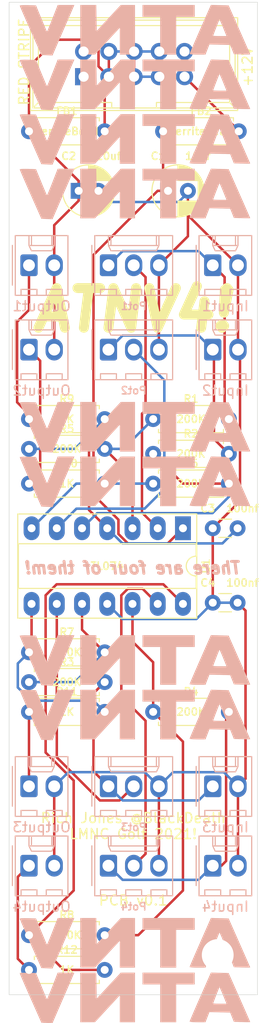
<source format=kicad_pcb>
(kicad_pcb (version 20171130) (host pcbnew "(5.1.8-0-10_14)")

  (general
    (thickness 1.6)
    (drawings 8)
    (tracks 176)
    (zones 0)
    (modules 43)
    (nets 25)
  )

  (page A4)
  (layers
    (0 F.Cu signal)
    (31 B.Cu signal)
    (32 B.Adhes user)
    (33 F.Adhes user)
    (34 B.Paste user)
    (35 F.Paste user)
    (36 B.SilkS user)
    (37 F.SilkS user)
    (38 B.Mask user)
    (39 F.Mask user)
    (40 Dwgs.User user)
    (41 Cmts.User user)
    (42 Eco1.User user)
    (43 Eco2.User user)
    (44 Edge.Cuts user)
    (45 Margin user)
    (46 B.CrtYd user)
    (47 F.CrtYd user)
    (48 B.Fab user)
    (49 F.Fab user)
  )

  (setup
    (last_trace_width 0.25)
    (trace_clearance 0.2)
    (zone_clearance 0.508)
    (zone_45_only no)
    (trace_min 0.2)
    (via_size 0.8)
    (via_drill 0.4)
    (via_min_size 0.4)
    (via_min_drill 0.3)
    (uvia_size 0.3)
    (uvia_drill 0.1)
    (uvias_allowed no)
    (uvia_min_size 0.2)
    (uvia_min_drill 0.1)
    (edge_width 0.05)
    (segment_width 0.2)
    (pcb_text_width 0.3)
    (pcb_text_size 1.5 1.5)
    (mod_edge_width 0.12)
    (mod_text_size 1 1)
    (mod_text_width 0.15)
    (pad_size 1.524 1.524)
    (pad_drill 0.762)
    (pad_to_mask_clearance 0)
    (aux_axis_origin 0 0)
    (visible_elements FFFFFF7F)
    (pcbplotparams
      (layerselection 0x010fc_ffffffff)
      (usegerberextensions false)
      (usegerberattributes true)
      (usegerberadvancedattributes true)
      (creategerberjobfile true)
      (excludeedgelayer true)
      (linewidth 0.100000)
      (plotframeref false)
      (viasonmask false)
      (mode 1)
      (useauxorigin false)
      (hpglpennumber 1)
      (hpglpenspeed 20)
      (hpglpendiameter 15.000000)
      (psnegative false)
      (psa4output false)
      (plotreference true)
      (plotvalue true)
      (plotinvisibletext false)
      (padsonsilk false)
      (subtractmaskfromsilk false)
      (outputformat 1)
      (mirror false)
      (drillshape 1)
      (scaleselection 1)
      (outputdirectory ""))
  )

  (net 0 "")
  (net 1 "Net-(C1-Pad1)")
  (net 2 GND)
  (net 3 "Net-(FB1-Pad2)")
  (net 4 "Net-(FB2-Pad2)")
  (net 5 "Net-(J1-Pad1)")
  (net 6 "Net-(J2-Pad1)")
  (net 7 "Net-(J3-Pad1)")
  (net 8 "Net-(J4-Pad1)")
  (net 9 "Net-(J6-Pad1)")
  (net 10 "Net-(J7-Pad1)")
  (net 11 "Net-(J8-Pad1)")
  (net 12 "Net-(J9-Pad1)")
  (net 13 "Net-(R1-Pad1)")
  (net 14 "Net-(R2-Pad1)")
  (net 15 "Net-(R3-Pad1)")
  (net 16 "Net-(R4-Pad1)")
  (net 17 "Net-(R5-Pad1)")
  (net 18 "Net-(R10-Pad2)")
  (net 19 "Net-(R11-Pad2)")
  (net 20 "Net-(R12-Pad2)")
  (net 21 "Net-(Pot1-Pad2)")
  (net 22 "Net-(Pot2-Pad2)")
  (net 23 "Net-(Pot3-Pad2)")
  (net 24 "Net-(Pot4-Pad2)")

  (net_class Default "This is the default net class."
    (clearance 0.2)
    (trace_width 0.25)
    (via_dia 0.8)
    (via_drill 0.4)
    (uvia_dia 0.3)
    (uvia_drill 0.1)
    (add_net GND)
    (add_net "Net-(C1-Pad1)")
    (add_net "Net-(FB1-Pad2)")
    (add_net "Net-(FB2-Pad2)")
    (add_net "Net-(J1-Pad1)")
    (add_net "Net-(J2-Pad1)")
    (add_net "Net-(J3-Pad1)")
    (add_net "Net-(J4-Pad1)")
    (add_net "Net-(J6-Pad1)")
    (add_net "Net-(J7-Pad1)")
    (add_net "Net-(J8-Pad1)")
    (add_net "Net-(J9-Pad1)")
    (add_net "Net-(Pot1-Pad2)")
    (add_net "Net-(Pot2-Pad2)")
    (add_net "Net-(Pot3-Pad2)")
    (add_net "Net-(Pot4-Pad2)")
    (add_net "Net-(R1-Pad1)")
    (add_net "Net-(R10-Pad2)")
    (add_net "Net-(R11-Pad2)")
    (add_net "Net-(R12-Pad2)")
    (add_net "Net-(R2-Pad1)")
    (add_net "Net-(R3-Pad1)")
    (add_net "Net-(R4-Pad1)")
    (add_net "Net-(R5-Pad1)")
  )

  (module ao_tht:atnv (layer B.Cu) (tedit 0) (tstamp 60FE3733)
    (at 162.5 151.5 180)
    (fp_text reference G*** (at 0 0) (layer B.SilkS) hide
      (effects (font (size 1.524 1.524) (thickness 0.3)) (justify mirror))
    )
    (fp_text value LOGO (at 0.75 0) (layer B.SilkS) hide
      (effects (font (size 1.524 1.524) (thickness 0.3)) (justify mirror))
    )
    (fp_poly (pts (xy 2.47272 2.417517) (xy 3.683 1.1097) (xy 3.706316 2.417517) (xy 3.729633 3.725334)
      (xy 5.334 3.725334) (xy 5.334 -1.27) (xy 4.593166 -1.267536) (xy 3.852333 -1.265072)
      (xy 2.6035 0.087726) (xy 1.354666 1.440524) (xy 1.354666 -1.27) (xy -0.169334 -1.27)
      (xy -0.169334 3.725334) (xy 1.262441 3.725334) (xy 2.47272 2.417517)) (layer B.SilkS) (width 0.01))
    (fp_poly (pts (xy -0.931334 2.54) (xy -2.709334 2.54) (xy -2.709334 -1.27) (xy -4.318 -1.27)
      (xy -4.318 2.54) (xy -6.180667 2.54) (xy -6.180667 3.725334) (xy -0.931334 3.725334)
      (xy -0.931334 2.54)) (layer B.SilkS) (width 0.01))
    (fp_poly (pts (xy -6.743024 1.293897) (xy -6.479711 0.693767) (xy -6.239908 0.143305) (xy -6.031808 -0.33837)
      (xy -5.863605 -0.732138) (xy -5.743493 -1.018881) (xy -5.679667 -1.179479) (xy -5.671421 -1.2065)
      (xy -5.750484 -1.233897) (xy -5.96185 -1.255355) (xy -6.268515 -1.267932) (xy -6.470088 -1.27)
      (xy -7.267509 -1.27) (xy -7.464921 -0.759774) (xy -7.662334 -0.249548) (xy -8.708166 -0.27294)
      (xy -9.753998 -0.296333) (xy -9.940851 -0.762) (xy -10.127703 -1.227666) (xy -10.948185 -1.251899)
      (xy -11.297485 -1.259728) (xy -11.572804 -1.261165) (xy -11.737766 -1.256287) (xy -11.768667 -1.250147)
      (xy -11.735712 -1.169296) (xy -11.642294 -0.95231) (xy -11.496582 -0.617855) (xy -11.306746 -0.184595)
      (xy -11.080956 0.328802) (xy -10.964566 0.592667) (xy -9.385172 0.592667) (xy -8.714253 0.592667)
      (xy -8.401327 0.596599) (xy -8.166292 0.607039) (xy -8.049411 0.621957) (xy -8.043334 0.626504)
      (xy -8.071846 0.715789) (xy -8.146736 0.920823) (xy -8.252033 1.200157) (xy -8.371766 1.512339)
      (xy -8.489963 1.815919) (xy -8.590655 2.069445) (xy -8.657869 2.231468) (xy -8.675711 2.267773)
      (xy -8.714332 2.204583) (xy -8.80158 2.014824) (xy -8.923762 1.729377) (xy -9.041747 1.442273)
      (xy -9.385172 0.592667) (xy -10.964566 0.592667) (xy -10.827381 0.903673) (xy -10.683398 1.229419)
      (xy -9.598129 3.683) (xy -8.707 3.706897) (xy -7.815872 3.730793) (xy -6.743024 1.293897)) (layer B.SilkS) (width 0.01))
    (fp_poly (pts (xy 8.136005 2.370244) (xy 8.309607 1.929762) (xy 8.462489 1.552431) (xy 8.584235 1.263113)
      (xy 8.664426 1.086668) (xy 8.691878 1.043657) (xy 8.731966 1.127569) (xy 8.824866 1.341773)
      (xy 8.959356 1.659805) (xy 9.12422 2.055197) (xy 9.257345 2.37758) (xy 9.794309 3.683)
      (xy 10.612154 3.707233) (xy 10.960763 3.711173) (xy 11.23537 3.702117) (xy 11.399569 3.681951)
      (xy 11.429962 3.6649) (xy 11.396834 3.573924) (xy 11.302946 3.347341) (xy 11.156519 3.004192)
      (xy 10.965771 2.563519) (xy 10.738923 2.044362) (xy 10.484192 1.465761) (xy 10.34135 1.143)
      (xy 9.252775 -1.312333) (xy 8.133453 -1.362279) (xy 8.01517 -1.083306) (xy 7.94583 -0.921631)
      (xy 7.821284 -0.633089) (xy 7.653834 -0.246106) (xy 7.455783 0.21089) (xy 7.239433 0.709474)
      (xy 7.198241 0.804334) (xy 6.96554 1.340338) (xy 6.735328 1.870968) (xy 6.523681 2.359142)
      (xy 6.346676 2.767775) (xy 6.220392 3.059784) (xy 6.216341 3.069167) (xy 5.933089 3.725334)
      (xy 7.608635 3.725334) (xy 8.136005 2.370244)) (layer B.SilkS) (width 0.01))
  )

  (module ao_tht:atnv (layer B.Cu) (tedit 0) (tstamp 60FE3733)
    (at 162.5 146 180)
    (fp_text reference G*** (at 0 0) (layer B.SilkS) hide
      (effects (font (size 1.524 1.524) (thickness 0.3)) (justify mirror))
    )
    (fp_text value LOGO (at 0.75 0) (layer B.SilkS) hide
      (effects (font (size 1.524 1.524) (thickness 0.3)) (justify mirror))
    )
    (fp_poly (pts (xy 2.47272 2.417517) (xy 3.683 1.1097) (xy 3.706316 2.417517) (xy 3.729633 3.725334)
      (xy 5.334 3.725334) (xy 5.334 -1.27) (xy 4.593166 -1.267536) (xy 3.852333 -1.265072)
      (xy 2.6035 0.087726) (xy 1.354666 1.440524) (xy 1.354666 -1.27) (xy -0.169334 -1.27)
      (xy -0.169334 3.725334) (xy 1.262441 3.725334) (xy 2.47272 2.417517)) (layer B.SilkS) (width 0.01))
    (fp_poly (pts (xy -0.931334 2.54) (xy -2.709334 2.54) (xy -2.709334 -1.27) (xy -4.318 -1.27)
      (xy -4.318 2.54) (xy -6.180667 2.54) (xy -6.180667 3.725334) (xy -0.931334 3.725334)
      (xy -0.931334 2.54)) (layer B.SilkS) (width 0.01))
    (fp_poly (pts (xy -6.743024 1.293897) (xy -6.479711 0.693767) (xy -6.239908 0.143305) (xy -6.031808 -0.33837)
      (xy -5.863605 -0.732138) (xy -5.743493 -1.018881) (xy -5.679667 -1.179479) (xy -5.671421 -1.2065)
      (xy -5.750484 -1.233897) (xy -5.96185 -1.255355) (xy -6.268515 -1.267932) (xy -6.470088 -1.27)
      (xy -7.267509 -1.27) (xy -7.464921 -0.759774) (xy -7.662334 -0.249548) (xy -8.708166 -0.27294)
      (xy -9.753998 -0.296333) (xy -9.940851 -0.762) (xy -10.127703 -1.227666) (xy -10.948185 -1.251899)
      (xy -11.297485 -1.259728) (xy -11.572804 -1.261165) (xy -11.737766 -1.256287) (xy -11.768667 -1.250147)
      (xy -11.735712 -1.169296) (xy -11.642294 -0.95231) (xy -11.496582 -0.617855) (xy -11.306746 -0.184595)
      (xy -11.080956 0.328802) (xy -10.964566 0.592667) (xy -9.385172 0.592667) (xy -8.714253 0.592667)
      (xy -8.401327 0.596599) (xy -8.166292 0.607039) (xy -8.049411 0.621957) (xy -8.043334 0.626504)
      (xy -8.071846 0.715789) (xy -8.146736 0.920823) (xy -8.252033 1.200157) (xy -8.371766 1.512339)
      (xy -8.489963 1.815919) (xy -8.590655 2.069445) (xy -8.657869 2.231468) (xy -8.675711 2.267773)
      (xy -8.714332 2.204583) (xy -8.80158 2.014824) (xy -8.923762 1.729377) (xy -9.041747 1.442273)
      (xy -9.385172 0.592667) (xy -10.964566 0.592667) (xy -10.827381 0.903673) (xy -10.683398 1.229419)
      (xy -9.598129 3.683) (xy -8.707 3.706897) (xy -7.815872 3.730793) (xy -6.743024 1.293897)) (layer B.SilkS) (width 0.01))
    (fp_poly (pts (xy 8.136005 2.370244) (xy 8.309607 1.929762) (xy 8.462489 1.552431) (xy 8.584235 1.263113)
      (xy 8.664426 1.086668) (xy 8.691878 1.043657) (xy 8.731966 1.127569) (xy 8.824866 1.341773)
      (xy 8.959356 1.659805) (xy 9.12422 2.055197) (xy 9.257345 2.37758) (xy 9.794309 3.683)
      (xy 10.612154 3.707233) (xy 10.960763 3.711173) (xy 11.23537 3.702117) (xy 11.399569 3.681951)
      (xy 11.429962 3.6649) (xy 11.396834 3.573924) (xy 11.302946 3.347341) (xy 11.156519 3.004192)
      (xy 10.965771 2.563519) (xy 10.738923 2.044362) (xy 10.484192 1.465761) (xy 10.34135 1.143)
      (xy 9.252775 -1.312333) (xy 8.133453 -1.362279) (xy 8.01517 -1.083306) (xy 7.94583 -0.921631)
      (xy 7.821284 -0.633089) (xy 7.653834 -0.246106) (xy 7.455783 0.21089) (xy 7.239433 0.709474)
      (xy 7.198241 0.804334) (xy 6.96554 1.340338) (xy 6.735328 1.870968) (xy 6.523681 2.359142)
      (xy 6.346676 2.767775) (xy 6.220392 3.059784) (xy 6.216341 3.069167) (xy 5.933089 3.725334)
      (xy 7.608635 3.725334) (xy 8.136005 2.370244)) (layer B.SilkS) (width 0.01))
  )

  (module ao_tht:atnv (layer B.Cu) (tedit 0) (tstamp 60FE3733)
    (at 162.5 123 180)
    (fp_text reference G*** (at 0 0) (layer B.SilkS) hide
      (effects (font (size 1.524 1.524) (thickness 0.3)) (justify mirror))
    )
    (fp_text value LOGO (at 0.75 0) (layer B.SilkS) hide
      (effects (font (size 1.524 1.524) (thickness 0.3)) (justify mirror))
    )
    (fp_poly (pts (xy 2.47272 2.417517) (xy 3.683 1.1097) (xy 3.706316 2.417517) (xy 3.729633 3.725334)
      (xy 5.334 3.725334) (xy 5.334 -1.27) (xy 4.593166 -1.267536) (xy 3.852333 -1.265072)
      (xy 2.6035 0.087726) (xy 1.354666 1.440524) (xy 1.354666 -1.27) (xy -0.169334 -1.27)
      (xy -0.169334 3.725334) (xy 1.262441 3.725334) (xy 2.47272 2.417517)) (layer B.SilkS) (width 0.01))
    (fp_poly (pts (xy -0.931334 2.54) (xy -2.709334 2.54) (xy -2.709334 -1.27) (xy -4.318 -1.27)
      (xy -4.318 2.54) (xy -6.180667 2.54) (xy -6.180667 3.725334) (xy -0.931334 3.725334)
      (xy -0.931334 2.54)) (layer B.SilkS) (width 0.01))
    (fp_poly (pts (xy -6.743024 1.293897) (xy -6.479711 0.693767) (xy -6.239908 0.143305) (xy -6.031808 -0.33837)
      (xy -5.863605 -0.732138) (xy -5.743493 -1.018881) (xy -5.679667 -1.179479) (xy -5.671421 -1.2065)
      (xy -5.750484 -1.233897) (xy -5.96185 -1.255355) (xy -6.268515 -1.267932) (xy -6.470088 -1.27)
      (xy -7.267509 -1.27) (xy -7.464921 -0.759774) (xy -7.662334 -0.249548) (xy -8.708166 -0.27294)
      (xy -9.753998 -0.296333) (xy -9.940851 -0.762) (xy -10.127703 -1.227666) (xy -10.948185 -1.251899)
      (xy -11.297485 -1.259728) (xy -11.572804 -1.261165) (xy -11.737766 -1.256287) (xy -11.768667 -1.250147)
      (xy -11.735712 -1.169296) (xy -11.642294 -0.95231) (xy -11.496582 -0.617855) (xy -11.306746 -0.184595)
      (xy -11.080956 0.328802) (xy -10.964566 0.592667) (xy -9.385172 0.592667) (xy -8.714253 0.592667)
      (xy -8.401327 0.596599) (xy -8.166292 0.607039) (xy -8.049411 0.621957) (xy -8.043334 0.626504)
      (xy -8.071846 0.715789) (xy -8.146736 0.920823) (xy -8.252033 1.200157) (xy -8.371766 1.512339)
      (xy -8.489963 1.815919) (xy -8.590655 2.069445) (xy -8.657869 2.231468) (xy -8.675711 2.267773)
      (xy -8.714332 2.204583) (xy -8.80158 2.014824) (xy -8.923762 1.729377) (xy -9.041747 1.442273)
      (xy -9.385172 0.592667) (xy -10.964566 0.592667) (xy -10.827381 0.903673) (xy -10.683398 1.229419)
      (xy -9.598129 3.683) (xy -8.707 3.706897) (xy -7.815872 3.730793) (xy -6.743024 1.293897)) (layer B.SilkS) (width 0.01))
    (fp_poly (pts (xy 8.136005 2.370244) (xy 8.309607 1.929762) (xy 8.462489 1.552431) (xy 8.584235 1.263113)
      (xy 8.664426 1.086668) (xy 8.691878 1.043657) (xy 8.731966 1.127569) (xy 8.824866 1.341773)
      (xy 8.959356 1.659805) (xy 9.12422 2.055197) (xy 9.257345 2.37758) (xy 9.794309 3.683)
      (xy 10.612154 3.707233) (xy 10.960763 3.711173) (xy 11.23537 3.702117) (xy 11.399569 3.681951)
      (xy 11.429962 3.6649) (xy 11.396834 3.573924) (xy 11.302946 3.347341) (xy 11.156519 3.004192)
      (xy 10.965771 2.563519) (xy 10.738923 2.044362) (xy 10.484192 1.465761) (xy 10.34135 1.143)
      (xy 9.252775 -1.312333) (xy 8.133453 -1.362279) (xy 8.01517 -1.083306) (xy 7.94583 -0.921631)
      (xy 7.821284 -0.633089) (xy 7.653834 -0.246106) (xy 7.455783 0.21089) (xy 7.239433 0.709474)
      (xy 7.198241 0.804334) (xy 6.96554 1.340338) (xy 6.735328 1.870968) (xy 6.523681 2.359142)
      (xy 6.346676 2.767775) (xy 6.220392 3.059784) (xy 6.216341 3.069167) (xy 5.933089 3.725334)
      (xy 7.608635 3.725334) (xy 8.136005 2.370244)) (layer B.SilkS) (width 0.01))
  )

  (module ao_tht:atnv (layer B.Cu) (tedit 0) (tstamp 60FE3733)
    (at 162.5 99.5 180)
    (fp_text reference G*** (at 0 0) (layer B.SilkS) hide
      (effects (font (size 1.524 1.524) (thickness 0.3)) (justify mirror))
    )
    (fp_text value LOGO (at 0.75 0) (layer B.SilkS) hide
      (effects (font (size 1.524 1.524) (thickness 0.3)) (justify mirror))
    )
    (fp_poly (pts (xy 2.47272 2.417517) (xy 3.683 1.1097) (xy 3.706316 2.417517) (xy 3.729633 3.725334)
      (xy 5.334 3.725334) (xy 5.334 -1.27) (xy 4.593166 -1.267536) (xy 3.852333 -1.265072)
      (xy 2.6035 0.087726) (xy 1.354666 1.440524) (xy 1.354666 -1.27) (xy -0.169334 -1.27)
      (xy -0.169334 3.725334) (xy 1.262441 3.725334) (xy 2.47272 2.417517)) (layer B.SilkS) (width 0.01))
    (fp_poly (pts (xy -0.931334 2.54) (xy -2.709334 2.54) (xy -2.709334 -1.27) (xy -4.318 -1.27)
      (xy -4.318 2.54) (xy -6.180667 2.54) (xy -6.180667 3.725334) (xy -0.931334 3.725334)
      (xy -0.931334 2.54)) (layer B.SilkS) (width 0.01))
    (fp_poly (pts (xy -6.743024 1.293897) (xy -6.479711 0.693767) (xy -6.239908 0.143305) (xy -6.031808 -0.33837)
      (xy -5.863605 -0.732138) (xy -5.743493 -1.018881) (xy -5.679667 -1.179479) (xy -5.671421 -1.2065)
      (xy -5.750484 -1.233897) (xy -5.96185 -1.255355) (xy -6.268515 -1.267932) (xy -6.470088 -1.27)
      (xy -7.267509 -1.27) (xy -7.464921 -0.759774) (xy -7.662334 -0.249548) (xy -8.708166 -0.27294)
      (xy -9.753998 -0.296333) (xy -9.940851 -0.762) (xy -10.127703 -1.227666) (xy -10.948185 -1.251899)
      (xy -11.297485 -1.259728) (xy -11.572804 -1.261165) (xy -11.737766 -1.256287) (xy -11.768667 -1.250147)
      (xy -11.735712 -1.169296) (xy -11.642294 -0.95231) (xy -11.496582 -0.617855) (xy -11.306746 -0.184595)
      (xy -11.080956 0.328802) (xy -10.964566 0.592667) (xy -9.385172 0.592667) (xy -8.714253 0.592667)
      (xy -8.401327 0.596599) (xy -8.166292 0.607039) (xy -8.049411 0.621957) (xy -8.043334 0.626504)
      (xy -8.071846 0.715789) (xy -8.146736 0.920823) (xy -8.252033 1.200157) (xy -8.371766 1.512339)
      (xy -8.489963 1.815919) (xy -8.590655 2.069445) (xy -8.657869 2.231468) (xy -8.675711 2.267773)
      (xy -8.714332 2.204583) (xy -8.80158 2.014824) (xy -8.923762 1.729377) (xy -9.041747 1.442273)
      (xy -9.385172 0.592667) (xy -10.964566 0.592667) (xy -10.827381 0.903673) (xy -10.683398 1.229419)
      (xy -9.598129 3.683) (xy -8.707 3.706897) (xy -7.815872 3.730793) (xy -6.743024 1.293897)) (layer B.SilkS) (width 0.01))
    (fp_poly (pts (xy 8.136005 2.370244) (xy 8.309607 1.929762) (xy 8.462489 1.552431) (xy 8.584235 1.263113)
      (xy 8.664426 1.086668) (xy 8.691878 1.043657) (xy 8.731966 1.127569) (xy 8.824866 1.341773)
      (xy 8.959356 1.659805) (xy 9.12422 2.055197) (xy 9.257345 2.37758) (xy 9.794309 3.683)
      (xy 10.612154 3.707233) (xy 10.960763 3.711173) (xy 11.23537 3.702117) (xy 11.399569 3.681951)
      (xy 11.429962 3.6649) (xy 11.396834 3.573924) (xy 11.302946 3.347341) (xy 11.156519 3.004192)
      (xy 10.965771 2.563519) (xy 10.738923 2.044362) (xy 10.484192 1.465761) (xy 10.34135 1.143)
      (xy 9.252775 -1.312333) (xy 8.133453 -1.362279) (xy 8.01517 -1.083306) (xy 7.94583 -0.921631)
      (xy 7.821284 -0.633089) (xy 7.653834 -0.246106) (xy 7.455783 0.21089) (xy 7.239433 0.709474)
      (xy 7.198241 0.804334) (xy 6.96554 1.340338) (xy 6.735328 1.870968) (xy 6.523681 2.359142)
      (xy 6.346676 2.767775) (xy 6.220392 3.059784) (xy 6.216341 3.069167) (xy 5.933089 3.725334)
      (xy 7.608635 3.725334) (xy 8.136005 2.370244)) (layer B.SilkS) (width 0.01))
  )

  (module ao_tht:atnv (layer B.Cu) (tedit 0) (tstamp 60FE35AD)
    (at 162.5 54 180)
    (fp_text reference G*** (at 0 0) (layer B.SilkS) hide
      (effects (font (size 1.524 1.524) (thickness 0.3)) (justify mirror))
    )
    (fp_text value LOGO (at 0.75 0) (layer B.SilkS) hide
      (effects (font (size 1.524 1.524) (thickness 0.3)) (justify mirror))
    )
    (fp_poly (pts (xy 2.47272 2.417517) (xy 3.683 1.1097) (xy 3.706316 2.417517) (xy 3.729633 3.725334)
      (xy 5.334 3.725334) (xy 5.334 -1.27) (xy 4.593166 -1.267536) (xy 3.852333 -1.265072)
      (xy 2.6035 0.087726) (xy 1.354666 1.440524) (xy 1.354666 -1.27) (xy -0.169334 -1.27)
      (xy -0.169334 3.725334) (xy 1.262441 3.725334) (xy 2.47272 2.417517)) (layer B.SilkS) (width 0.01))
    (fp_poly (pts (xy -0.931334 2.54) (xy -2.709334 2.54) (xy -2.709334 -1.27) (xy -4.318 -1.27)
      (xy -4.318 2.54) (xy -6.180667 2.54) (xy -6.180667 3.725334) (xy -0.931334 3.725334)
      (xy -0.931334 2.54)) (layer B.SilkS) (width 0.01))
    (fp_poly (pts (xy -6.743024 1.293897) (xy -6.479711 0.693767) (xy -6.239908 0.143305) (xy -6.031808 -0.33837)
      (xy -5.863605 -0.732138) (xy -5.743493 -1.018881) (xy -5.679667 -1.179479) (xy -5.671421 -1.2065)
      (xy -5.750484 -1.233897) (xy -5.96185 -1.255355) (xy -6.268515 -1.267932) (xy -6.470088 -1.27)
      (xy -7.267509 -1.27) (xy -7.464921 -0.759774) (xy -7.662334 -0.249548) (xy -8.708166 -0.27294)
      (xy -9.753998 -0.296333) (xy -9.940851 -0.762) (xy -10.127703 -1.227666) (xy -10.948185 -1.251899)
      (xy -11.297485 -1.259728) (xy -11.572804 -1.261165) (xy -11.737766 -1.256287) (xy -11.768667 -1.250147)
      (xy -11.735712 -1.169296) (xy -11.642294 -0.95231) (xy -11.496582 -0.617855) (xy -11.306746 -0.184595)
      (xy -11.080956 0.328802) (xy -10.964566 0.592667) (xy -9.385172 0.592667) (xy -8.714253 0.592667)
      (xy -8.401327 0.596599) (xy -8.166292 0.607039) (xy -8.049411 0.621957) (xy -8.043334 0.626504)
      (xy -8.071846 0.715789) (xy -8.146736 0.920823) (xy -8.252033 1.200157) (xy -8.371766 1.512339)
      (xy -8.489963 1.815919) (xy -8.590655 2.069445) (xy -8.657869 2.231468) (xy -8.675711 2.267773)
      (xy -8.714332 2.204583) (xy -8.80158 2.014824) (xy -8.923762 1.729377) (xy -9.041747 1.442273)
      (xy -9.385172 0.592667) (xy -10.964566 0.592667) (xy -10.827381 0.903673) (xy -10.683398 1.229419)
      (xy -9.598129 3.683) (xy -8.707 3.706897) (xy -7.815872 3.730793) (xy -6.743024 1.293897)) (layer B.SilkS) (width 0.01))
    (fp_poly (pts (xy 8.136005 2.370244) (xy 8.309607 1.929762) (xy 8.462489 1.552431) (xy 8.584235 1.263113)
      (xy 8.664426 1.086668) (xy 8.691878 1.043657) (xy 8.731966 1.127569) (xy 8.824866 1.341773)
      (xy 8.959356 1.659805) (xy 9.12422 2.055197) (xy 9.257345 2.37758) (xy 9.794309 3.683)
      (xy 10.612154 3.707233) (xy 10.960763 3.711173) (xy 11.23537 3.702117) (xy 11.399569 3.681951)
      (xy 11.429962 3.6649) (xy 11.396834 3.573924) (xy 11.302946 3.347341) (xy 11.156519 3.004192)
      (xy 10.965771 2.563519) (xy 10.738923 2.044362) (xy 10.484192 1.465761) (xy 10.34135 1.143)
      (xy 9.252775 -1.312333) (xy 8.133453 -1.362279) (xy 8.01517 -1.083306) (xy 7.94583 -0.921631)
      (xy 7.821284 -0.633089) (xy 7.653834 -0.246106) (xy 7.455783 0.21089) (xy 7.239433 0.709474)
      (xy 7.198241 0.804334) (xy 6.96554 1.340338) (xy 6.735328 1.870968) (xy 6.523681 2.359142)
      (xy 6.346676 2.767775) (xy 6.220392 3.059784) (xy 6.216341 3.069167) (xy 5.933089 3.725334)
      (xy 7.608635 3.725334) (xy 8.136005 2.370244)) (layer B.SilkS) (width 0.01))
  )

  (module ao_tht:atnv (layer B.Cu) (tedit 0) (tstamp 60FE35AD)
    (at 162.5 65 180)
    (fp_text reference G*** (at 0 0) (layer B.SilkS) hide
      (effects (font (size 1.524 1.524) (thickness 0.3)) (justify mirror))
    )
    (fp_text value LOGO (at 0.75 0) (layer B.SilkS) hide
      (effects (font (size 1.524 1.524) (thickness 0.3)) (justify mirror))
    )
    (fp_poly (pts (xy 2.47272 2.417517) (xy 3.683 1.1097) (xy 3.706316 2.417517) (xy 3.729633 3.725334)
      (xy 5.334 3.725334) (xy 5.334 -1.27) (xy 4.593166 -1.267536) (xy 3.852333 -1.265072)
      (xy 2.6035 0.087726) (xy 1.354666 1.440524) (xy 1.354666 -1.27) (xy -0.169334 -1.27)
      (xy -0.169334 3.725334) (xy 1.262441 3.725334) (xy 2.47272 2.417517)) (layer B.SilkS) (width 0.01))
    (fp_poly (pts (xy -0.931334 2.54) (xy -2.709334 2.54) (xy -2.709334 -1.27) (xy -4.318 -1.27)
      (xy -4.318 2.54) (xy -6.180667 2.54) (xy -6.180667 3.725334) (xy -0.931334 3.725334)
      (xy -0.931334 2.54)) (layer B.SilkS) (width 0.01))
    (fp_poly (pts (xy -6.743024 1.293897) (xy -6.479711 0.693767) (xy -6.239908 0.143305) (xy -6.031808 -0.33837)
      (xy -5.863605 -0.732138) (xy -5.743493 -1.018881) (xy -5.679667 -1.179479) (xy -5.671421 -1.2065)
      (xy -5.750484 -1.233897) (xy -5.96185 -1.255355) (xy -6.268515 -1.267932) (xy -6.470088 -1.27)
      (xy -7.267509 -1.27) (xy -7.464921 -0.759774) (xy -7.662334 -0.249548) (xy -8.708166 -0.27294)
      (xy -9.753998 -0.296333) (xy -9.940851 -0.762) (xy -10.127703 -1.227666) (xy -10.948185 -1.251899)
      (xy -11.297485 -1.259728) (xy -11.572804 -1.261165) (xy -11.737766 -1.256287) (xy -11.768667 -1.250147)
      (xy -11.735712 -1.169296) (xy -11.642294 -0.95231) (xy -11.496582 -0.617855) (xy -11.306746 -0.184595)
      (xy -11.080956 0.328802) (xy -10.964566 0.592667) (xy -9.385172 0.592667) (xy -8.714253 0.592667)
      (xy -8.401327 0.596599) (xy -8.166292 0.607039) (xy -8.049411 0.621957) (xy -8.043334 0.626504)
      (xy -8.071846 0.715789) (xy -8.146736 0.920823) (xy -8.252033 1.200157) (xy -8.371766 1.512339)
      (xy -8.489963 1.815919) (xy -8.590655 2.069445) (xy -8.657869 2.231468) (xy -8.675711 2.267773)
      (xy -8.714332 2.204583) (xy -8.80158 2.014824) (xy -8.923762 1.729377) (xy -9.041747 1.442273)
      (xy -9.385172 0.592667) (xy -10.964566 0.592667) (xy -10.827381 0.903673) (xy -10.683398 1.229419)
      (xy -9.598129 3.683) (xy -8.707 3.706897) (xy -7.815872 3.730793) (xy -6.743024 1.293897)) (layer B.SilkS) (width 0.01))
    (fp_poly (pts (xy 8.136005 2.370244) (xy 8.309607 1.929762) (xy 8.462489 1.552431) (xy 8.584235 1.263113)
      (xy 8.664426 1.086668) (xy 8.691878 1.043657) (xy 8.731966 1.127569) (xy 8.824866 1.341773)
      (xy 8.959356 1.659805) (xy 9.12422 2.055197) (xy 9.257345 2.37758) (xy 9.794309 3.683)
      (xy 10.612154 3.707233) (xy 10.960763 3.711173) (xy 11.23537 3.702117) (xy 11.399569 3.681951)
      (xy 11.429962 3.6649) (xy 11.396834 3.573924) (xy 11.302946 3.347341) (xy 11.156519 3.004192)
      (xy 10.965771 2.563519) (xy 10.738923 2.044362) (xy 10.484192 1.465761) (xy 10.34135 1.143)
      (xy 9.252775 -1.312333) (xy 8.133453 -1.362279) (xy 8.01517 -1.083306) (xy 7.94583 -0.921631)
      (xy 7.821284 -0.633089) (xy 7.653834 -0.246106) (xy 7.455783 0.21089) (xy 7.239433 0.709474)
      (xy 7.198241 0.804334) (xy 6.96554 1.340338) (xy 6.735328 1.870968) (xy 6.523681 2.359142)
      (xy 6.346676 2.767775) (xy 6.220392 3.059784) (xy 6.216341 3.069167) (xy 5.933089 3.725334)
      (xy 7.608635 3.725334) (xy 8.136005 2.370244)) (layer B.SilkS) (width 0.01))
  )

  (module ao_tht:atnv (layer B.Cu) (tedit 0) (tstamp 60FE3418)
    (at 162.5 117.5 180)
    (fp_text reference G*** (at 0 0) (layer B.SilkS) hide
      (effects (font (size 1.524 1.524) (thickness 0.3)) (justify mirror))
    )
    (fp_text value LOGO (at 0.75 0) (layer B.SilkS) hide
      (effects (font (size 1.524 1.524) (thickness 0.3)) (justify mirror))
    )
    (fp_poly (pts (xy 2.47272 2.417517) (xy 3.683 1.1097) (xy 3.706316 2.417517) (xy 3.729633 3.725334)
      (xy 5.334 3.725334) (xy 5.334 -1.27) (xy 4.593166 -1.267536) (xy 3.852333 -1.265072)
      (xy 2.6035 0.087726) (xy 1.354666 1.440524) (xy 1.354666 -1.27) (xy -0.169334 -1.27)
      (xy -0.169334 3.725334) (xy 1.262441 3.725334) (xy 2.47272 2.417517)) (layer B.SilkS) (width 0.01))
    (fp_poly (pts (xy -0.931334 2.54) (xy -2.709334 2.54) (xy -2.709334 -1.27) (xy -4.318 -1.27)
      (xy -4.318 2.54) (xy -6.180667 2.54) (xy -6.180667 3.725334) (xy -0.931334 3.725334)
      (xy -0.931334 2.54)) (layer B.SilkS) (width 0.01))
    (fp_poly (pts (xy -6.743024 1.293897) (xy -6.479711 0.693767) (xy -6.239908 0.143305) (xy -6.031808 -0.33837)
      (xy -5.863605 -0.732138) (xy -5.743493 -1.018881) (xy -5.679667 -1.179479) (xy -5.671421 -1.2065)
      (xy -5.750484 -1.233897) (xy -5.96185 -1.255355) (xy -6.268515 -1.267932) (xy -6.470088 -1.27)
      (xy -7.267509 -1.27) (xy -7.464921 -0.759774) (xy -7.662334 -0.249548) (xy -8.708166 -0.27294)
      (xy -9.753998 -0.296333) (xy -9.940851 -0.762) (xy -10.127703 -1.227666) (xy -10.948185 -1.251899)
      (xy -11.297485 -1.259728) (xy -11.572804 -1.261165) (xy -11.737766 -1.256287) (xy -11.768667 -1.250147)
      (xy -11.735712 -1.169296) (xy -11.642294 -0.95231) (xy -11.496582 -0.617855) (xy -11.306746 -0.184595)
      (xy -11.080956 0.328802) (xy -10.964566 0.592667) (xy -9.385172 0.592667) (xy -8.714253 0.592667)
      (xy -8.401327 0.596599) (xy -8.166292 0.607039) (xy -8.049411 0.621957) (xy -8.043334 0.626504)
      (xy -8.071846 0.715789) (xy -8.146736 0.920823) (xy -8.252033 1.200157) (xy -8.371766 1.512339)
      (xy -8.489963 1.815919) (xy -8.590655 2.069445) (xy -8.657869 2.231468) (xy -8.675711 2.267773)
      (xy -8.714332 2.204583) (xy -8.80158 2.014824) (xy -8.923762 1.729377) (xy -9.041747 1.442273)
      (xy -9.385172 0.592667) (xy -10.964566 0.592667) (xy -10.827381 0.903673) (xy -10.683398 1.229419)
      (xy -9.598129 3.683) (xy -8.707 3.706897) (xy -7.815872 3.730793) (xy -6.743024 1.293897)) (layer B.SilkS) (width 0.01))
    (fp_poly (pts (xy 8.136005 2.370244) (xy 8.309607 1.929762) (xy 8.462489 1.552431) (xy 8.584235 1.263113)
      (xy 8.664426 1.086668) (xy 8.691878 1.043657) (xy 8.731966 1.127569) (xy 8.824866 1.341773)
      (xy 8.959356 1.659805) (xy 9.12422 2.055197) (xy 9.257345 2.37758) (xy 9.794309 3.683)
      (xy 10.612154 3.707233) (xy 10.960763 3.711173) (xy 11.23537 3.702117) (xy 11.399569 3.681951)
      (xy 11.429962 3.6649) (xy 11.396834 3.573924) (xy 11.302946 3.347341) (xy 11.156519 3.004192)
      (xy 10.965771 2.563519) (xy 10.738923 2.044362) (xy 10.484192 1.465761) (xy 10.34135 1.143)
      (xy 9.252775 -1.312333) (xy 8.133453 -1.362279) (xy 8.01517 -1.083306) (xy 7.94583 -0.921631)
      (xy 7.821284 -0.633089) (xy 7.653834 -0.246106) (xy 7.455783 0.21089) (xy 7.239433 0.709474)
      (xy 7.198241 0.804334) (xy 6.96554 1.340338) (xy 6.735328 1.870968) (xy 6.523681 2.359142)
      (xy 6.346676 2.767775) (xy 6.220392 3.059784) (xy 6.216341 3.069167) (xy 5.933089 3.725334)
      (xy 7.608635 3.725334) (xy 8.136005 2.370244)) (layer B.SilkS) (width 0.01))
  )

  (module ao_tht:atnv (layer B.Cu) (tedit 0) (tstamp 60FE3418)
    (at 162.5 94 180)
    (fp_text reference G*** (at 0 0) (layer B.SilkS) hide
      (effects (font (size 1.524 1.524) (thickness 0.3)) (justify mirror))
    )
    (fp_text value LOGO (at 0.75 0) (layer B.SilkS) hide
      (effects (font (size 1.524 1.524) (thickness 0.3)) (justify mirror))
    )
    (fp_poly (pts (xy 2.47272 2.417517) (xy 3.683 1.1097) (xy 3.706316 2.417517) (xy 3.729633 3.725334)
      (xy 5.334 3.725334) (xy 5.334 -1.27) (xy 4.593166 -1.267536) (xy 3.852333 -1.265072)
      (xy 2.6035 0.087726) (xy 1.354666 1.440524) (xy 1.354666 -1.27) (xy -0.169334 -1.27)
      (xy -0.169334 3.725334) (xy 1.262441 3.725334) (xy 2.47272 2.417517)) (layer B.SilkS) (width 0.01))
    (fp_poly (pts (xy -0.931334 2.54) (xy -2.709334 2.54) (xy -2.709334 -1.27) (xy -4.318 -1.27)
      (xy -4.318 2.54) (xy -6.180667 2.54) (xy -6.180667 3.725334) (xy -0.931334 3.725334)
      (xy -0.931334 2.54)) (layer B.SilkS) (width 0.01))
    (fp_poly (pts (xy -6.743024 1.293897) (xy -6.479711 0.693767) (xy -6.239908 0.143305) (xy -6.031808 -0.33837)
      (xy -5.863605 -0.732138) (xy -5.743493 -1.018881) (xy -5.679667 -1.179479) (xy -5.671421 -1.2065)
      (xy -5.750484 -1.233897) (xy -5.96185 -1.255355) (xy -6.268515 -1.267932) (xy -6.470088 -1.27)
      (xy -7.267509 -1.27) (xy -7.464921 -0.759774) (xy -7.662334 -0.249548) (xy -8.708166 -0.27294)
      (xy -9.753998 -0.296333) (xy -9.940851 -0.762) (xy -10.127703 -1.227666) (xy -10.948185 -1.251899)
      (xy -11.297485 -1.259728) (xy -11.572804 -1.261165) (xy -11.737766 -1.256287) (xy -11.768667 -1.250147)
      (xy -11.735712 -1.169296) (xy -11.642294 -0.95231) (xy -11.496582 -0.617855) (xy -11.306746 -0.184595)
      (xy -11.080956 0.328802) (xy -10.964566 0.592667) (xy -9.385172 0.592667) (xy -8.714253 0.592667)
      (xy -8.401327 0.596599) (xy -8.166292 0.607039) (xy -8.049411 0.621957) (xy -8.043334 0.626504)
      (xy -8.071846 0.715789) (xy -8.146736 0.920823) (xy -8.252033 1.200157) (xy -8.371766 1.512339)
      (xy -8.489963 1.815919) (xy -8.590655 2.069445) (xy -8.657869 2.231468) (xy -8.675711 2.267773)
      (xy -8.714332 2.204583) (xy -8.80158 2.014824) (xy -8.923762 1.729377) (xy -9.041747 1.442273)
      (xy -9.385172 0.592667) (xy -10.964566 0.592667) (xy -10.827381 0.903673) (xy -10.683398 1.229419)
      (xy -9.598129 3.683) (xy -8.707 3.706897) (xy -7.815872 3.730793) (xy -6.743024 1.293897)) (layer B.SilkS) (width 0.01))
    (fp_poly (pts (xy 8.136005 2.370244) (xy 8.309607 1.929762) (xy 8.462489 1.552431) (xy 8.584235 1.263113)
      (xy 8.664426 1.086668) (xy 8.691878 1.043657) (xy 8.731966 1.127569) (xy 8.824866 1.341773)
      (xy 8.959356 1.659805) (xy 9.12422 2.055197) (xy 9.257345 2.37758) (xy 9.794309 3.683)
      (xy 10.612154 3.707233) (xy 10.960763 3.711173) (xy 11.23537 3.702117) (xy 11.399569 3.681951)
      (xy 11.429962 3.6649) (xy 11.396834 3.573924) (xy 11.302946 3.347341) (xy 11.156519 3.004192)
      (xy 10.965771 2.563519) (xy 10.738923 2.044362) (xy 10.484192 1.465761) (xy 10.34135 1.143)
      (xy 9.252775 -1.312333) (xy 8.133453 -1.362279) (xy 8.01517 -1.083306) (xy 7.94583 -0.921631)
      (xy 7.821284 -0.633089) (xy 7.653834 -0.246106) (xy 7.455783 0.21089) (xy 7.239433 0.709474)
      (xy 7.198241 0.804334) (xy 6.96554 1.340338) (xy 6.735328 1.870968) (xy 6.523681 2.359142)
      (xy 6.346676 2.767775) (xy 6.220392 3.059784) (xy 6.216341 3.069167) (xy 5.933089 3.725334)
      (xy 7.608635 3.725334) (xy 8.136005 2.370244)) (layer B.SilkS) (width 0.01))
  )

  (module ao_tht:atnv (layer B.Cu) (tedit 0) (tstamp 60FE3418)
    (at 162.5 70.5 180)
    (fp_text reference G*** (at 0 0) (layer B.SilkS) hide
      (effects (font (size 1.524 1.524) (thickness 0.3)) (justify mirror))
    )
    (fp_text value LOGO (at 0.75 0) (layer B.SilkS) hide
      (effects (font (size 1.524 1.524) (thickness 0.3)) (justify mirror))
    )
    (fp_poly (pts (xy 2.47272 2.417517) (xy 3.683 1.1097) (xy 3.706316 2.417517) (xy 3.729633 3.725334)
      (xy 5.334 3.725334) (xy 5.334 -1.27) (xy 4.593166 -1.267536) (xy 3.852333 -1.265072)
      (xy 2.6035 0.087726) (xy 1.354666 1.440524) (xy 1.354666 -1.27) (xy -0.169334 -1.27)
      (xy -0.169334 3.725334) (xy 1.262441 3.725334) (xy 2.47272 2.417517)) (layer B.SilkS) (width 0.01))
    (fp_poly (pts (xy -0.931334 2.54) (xy -2.709334 2.54) (xy -2.709334 -1.27) (xy -4.318 -1.27)
      (xy -4.318 2.54) (xy -6.180667 2.54) (xy -6.180667 3.725334) (xy -0.931334 3.725334)
      (xy -0.931334 2.54)) (layer B.SilkS) (width 0.01))
    (fp_poly (pts (xy -6.743024 1.293897) (xy -6.479711 0.693767) (xy -6.239908 0.143305) (xy -6.031808 -0.33837)
      (xy -5.863605 -0.732138) (xy -5.743493 -1.018881) (xy -5.679667 -1.179479) (xy -5.671421 -1.2065)
      (xy -5.750484 -1.233897) (xy -5.96185 -1.255355) (xy -6.268515 -1.267932) (xy -6.470088 -1.27)
      (xy -7.267509 -1.27) (xy -7.464921 -0.759774) (xy -7.662334 -0.249548) (xy -8.708166 -0.27294)
      (xy -9.753998 -0.296333) (xy -9.940851 -0.762) (xy -10.127703 -1.227666) (xy -10.948185 -1.251899)
      (xy -11.297485 -1.259728) (xy -11.572804 -1.261165) (xy -11.737766 -1.256287) (xy -11.768667 -1.250147)
      (xy -11.735712 -1.169296) (xy -11.642294 -0.95231) (xy -11.496582 -0.617855) (xy -11.306746 -0.184595)
      (xy -11.080956 0.328802) (xy -10.964566 0.592667) (xy -9.385172 0.592667) (xy -8.714253 0.592667)
      (xy -8.401327 0.596599) (xy -8.166292 0.607039) (xy -8.049411 0.621957) (xy -8.043334 0.626504)
      (xy -8.071846 0.715789) (xy -8.146736 0.920823) (xy -8.252033 1.200157) (xy -8.371766 1.512339)
      (xy -8.489963 1.815919) (xy -8.590655 2.069445) (xy -8.657869 2.231468) (xy -8.675711 2.267773)
      (xy -8.714332 2.204583) (xy -8.80158 2.014824) (xy -8.923762 1.729377) (xy -9.041747 1.442273)
      (xy -9.385172 0.592667) (xy -10.964566 0.592667) (xy -10.827381 0.903673) (xy -10.683398 1.229419)
      (xy -9.598129 3.683) (xy -8.707 3.706897) (xy -7.815872 3.730793) (xy -6.743024 1.293897)) (layer B.SilkS) (width 0.01))
    (fp_poly (pts (xy 8.136005 2.370244) (xy 8.309607 1.929762) (xy 8.462489 1.552431) (xy 8.584235 1.263113)
      (xy 8.664426 1.086668) (xy 8.691878 1.043657) (xy 8.731966 1.127569) (xy 8.824866 1.341773)
      (xy 8.959356 1.659805) (xy 9.12422 2.055197) (xy 9.257345 2.37758) (xy 9.794309 3.683)
      (xy 10.612154 3.707233) (xy 10.960763 3.711173) (xy 11.23537 3.702117) (xy 11.399569 3.681951)
      (xy 11.429962 3.6649) (xy 11.396834 3.573924) (xy 11.302946 3.347341) (xy 11.156519 3.004192)
      (xy 10.965771 2.563519) (xy 10.738923 2.044362) (xy 10.484192 1.465761) (xy 10.34135 1.143)
      (xy 9.252775 -1.312333) (xy 8.133453 -1.362279) (xy 8.01517 -1.083306) (xy 7.94583 -0.921631)
      (xy 7.821284 -0.633089) (xy 7.653834 -0.246106) (xy 7.455783 0.21089) (xy 7.239433 0.709474)
      (xy 7.198241 0.804334) (xy 6.96554 1.340338) (xy 6.735328 1.870968) (xy 6.523681 2.359142)
      (xy 6.346676 2.767775) (xy 6.220392 3.059784) (xy 6.216341 3.069167) (xy 5.933089 3.725334)
      (xy 7.608635 3.725334) (xy 8.136005 2.370244)) (layer B.SilkS) (width 0.01))
  )

  (module ao_tht:atnv (layer B.Cu) (tedit 0) (tstamp 60FE340F)
    (at 162.5 59.5 180)
    (fp_text reference G*** (at 0 0) (layer B.SilkS) hide
      (effects (font (size 1.524 1.524) (thickness 0.3)) (justify mirror))
    )
    (fp_text value LOGO (at 0.75 0) (layer B.SilkS) hide
      (effects (font (size 1.524 1.524) (thickness 0.3)) (justify mirror))
    )
    (fp_poly (pts (xy 2.47272 2.417517) (xy 3.683 1.1097) (xy 3.706316 2.417517) (xy 3.729633 3.725334)
      (xy 5.334 3.725334) (xy 5.334 -1.27) (xy 4.593166 -1.267536) (xy 3.852333 -1.265072)
      (xy 2.6035 0.087726) (xy 1.354666 1.440524) (xy 1.354666 -1.27) (xy -0.169334 -1.27)
      (xy -0.169334 3.725334) (xy 1.262441 3.725334) (xy 2.47272 2.417517)) (layer B.SilkS) (width 0.01))
    (fp_poly (pts (xy -0.931334 2.54) (xy -2.709334 2.54) (xy -2.709334 -1.27) (xy -4.318 -1.27)
      (xy -4.318 2.54) (xy -6.180667 2.54) (xy -6.180667 3.725334) (xy -0.931334 3.725334)
      (xy -0.931334 2.54)) (layer B.SilkS) (width 0.01))
    (fp_poly (pts (xy -6.743024 1.293897) (xy -6.479711 0.693767) (xy -6.239908 0.143305) (xy -6.031808 -0.33837)
      (xy -5.863605 -0.732138) (xy -5.743493 -1.018881) (xy -5.679667 -1.179479) (xy -5.671421 -1.2065)
      (xy -5.750484 -1.233897) (xy -5.96185 -1.255355) (xy -6.268515 -1.267932) (xy -6.470088 -1.27)
      (xy -7.267509 -1.27) (xy -7.464921 -0.759774) (xy -7.662334 -0.249548) (xy -8.708166 -0.27294)
      (xy -9.753998 -0.296333) (xy -9.940851 -0.762) (xy -10.127703 -1.227666) (xy -10.948185 -1.251899)
      (xy -11.297485 -1.259728) (xy -11.572804 -1.261165) (xy -11.737766 -1.256287) (xy -11.768667 -1.250147)
      (xy -11.735712 -1.169296) (xy -11.642294 -0.95231) (xy -11.496582 -0.617855) (xy -11.306746 -0.184595)
      (xy -11.080956 0.328802) (xy -10.964566 0.592667) (xy -9.385172 0.592667) (xy -8.714253 0.592667)
      (xy -8.401327 0.596599) (xy -8.166292 0.607039) (xy -8.049411 0.621957) (xy -8.043334 0.626504)
      (xy -8.071846 0.715789) (xy -8.146736 0.920823) (xy -8.252033 1.200157) (xy -8.371766 1.512339)
      (xy -8.489963 1.815919) (xy -8.590655 2.069445) (xy -8.657869 2.231468) (xy -8.675711 2.267773)
      (xy -8.714332 2.204583) (xy -8.80158 2.014824) (xy -8.923762 1.729377) (xy -9.041747 1.442273)
      (xy -9.385172 0.592667) (xy -10.964566 0.592667) (xy -10.827381 0.903673) (xy -10.683398 1.229419)
      (xy -9.598129 3.683) (xy -8.707 3.706897) (xy -7.815872 3.730793) (xy -6.743024 1.293897)) (layer B.SilkS) (width 0.01))
    (fp_poly (pts (xy 8.136005 2.370244) (xy 8.309607 1.929762) (xy 8.462489 1.552431) (xy 8.584235 1.263113)
      (xy 8.664426 1.086668) (xy 8.691878 1.043657) (xy 8.731966 1.127569) (xy 8.824866 1.341773)
      (xy 8.959356 1.659805) (xy 9.12422 2.055197) (xy 9.257345 2.37758) (xy 9.794309 3.683)
      (xy 10.612154 3.707233) (xy 10.960763 3.711173) (xy 11.23537 3.702117) (xy 11.399569 3.681951)
      (xy 11.429962 3.6649) (xy 11.396834 3.573924) (xy 11.302946 3.347341) (xy 11.156519 3.004192)
      (xy 10.965771 2.563519) (xy 10.738923 2.044362) (xy 10.484192 1.465761) (xy 10.34135 1.143)
      (xy 9.252775 -1.312333) (xy 8.133453 -1.362279) (xy 8.01517 -1.083306) (xy 7.94583 -0.921631)
      (xy 7.821284 -0.633089) (xy 7.653834 -0.246106) (xy 7.455783 0.21089) (xy 7.239433 0.709474)
      (xy 7.198241 0.804334) (xy 6.96554 1.340338) (xy 6.735328 1.870968) (xy 6.523681 2.359142)
      (xy 6.346676 2.767775) (xy 6.220392 3.059784) (xy 6.216341 3.069167) (xy 5.933089 3.725334)
      (xy 7.608635 3.725334) (xy 8.136005 2.370244)) (layer B.SilkS) (width 0.01))
  )

  (module ao_tht:CP_Radial_D5.0mm_P2.00mm (layer F.Cu) (tedit 5EEA1F78) (tstamp 60FDBBCD)
    (at 166 69)
    (descr "CP, Radial series, Radial, pin pitch=2.00mm, , diameter=5mm, Electrolytic Capacitor")
    (tags "CP Radial series Radial pin pitch 2.00mm  diameter 5mm Electrolytic Capacitor")
    (path /60FF7F75)
    (fp_text reference C1 (at -1 -3.5) (layer F.SilkS)
      (effects (font (size 0.75 0.75) (thickness 0.15)))
    )
    (fp_text value 10uf (at 1 3.75) (layer F.Fab)
      (effects (font (size 1 1) (thickness 0.15)))
    )
    (fp_line (start -1.554775 -1.725) (end -1.554775 -1.225) (layer F.SilkS) (width 0.12))
    (fp_line (start -1.804775 -1.475) (end -1.304775 -1.475) (layer F.SilkS) (width 0.12))
    (fp_line (start 3.601 -0.284) (end 3.601 0.284) (layer F.SilkS) (width 0.12))
    (fp_line (start 3.561 -0.518) (end 3.561 0.518) (layer F.SilkS) (width 0.12))
    (fp_line (start 3.521 -0.677) (end 3.521 0.677) (layer F.SilkS) (width 0.12))
    (fp_line (start 3.481 -0.805) (end 3.481 0.805) (layer F.SilkS) (width 0.12))
    (fp_line (start 3.441 -0.915) (end 3.441 0.915) (layer F.SilkS) (width 0.12))
    (fp_line (start 3.401 -1.011) (end 3.401 1.011) (layer F.SilkS) (width 0.12))
    (fp_line (start 3.361 -1.098) (end 3.361 1.098) (layer F.SilkS) (width 0.12))
    (fp_line (start 3.321 -1.178) (end 3.321 1.178) (layer F.SilkS) (width 0.12))
    (fp_line (start 3.281 -1.251) (end 3.281 1.251) (layer F.SilkS) (width 0.12))
    (fp_line (start 3.241 -1.319) (end 3.241 1.319) (layer F.SilkS) (width 0.12))
    (fp_line (start 3.201 -1.383) (end 3.201 1.383) (layer F.SilkS) (width 0.12))
    (fp_line (start 3.161 -1.443) (end 3.161 1.443) (layer F.SilkS) (width 0.12))
    (fp_line (start 3.121 -1.5) (end 3.121 1.5) (layer F.SilkS) (width 0.12))
    (fp_line (start 3.081 -1.554) (end 3.081 1.554) (layer F.SilkS) (width 0.12))
    (fp_line (start 3.041 -1.605) (end 3.041 1.605) (layer F.SilkS) (width 0.12))
    (fp_line (start 3.001 1.04) (end 3.001 1.653) (layer F.SilkS) (width 0.12))
    (fp_line (start 3.001 -1.653) (end 3.001 -1.04) (layer F.SilkS) (width 0.12))
    (fp_line (start 2.961 1.04) (end 2.961 1.699) (layer F.SilkS) (width 0.12))
    (fp_line (start 2.961 -1.699) (end 2.961 -1.04) (layer F.SilkS) (width 0.12))
    (fp_line (start 2.921 1.04) (end 2.921 1.743) (layer F.SilkS) (width 0.12))
    (fp_line (start 2.921 -1.743) (end 2.921 -1.04) (layer F.SilkS) (width 0.12))
    (fp_line (start 2.881 1.04) (end 2.881 1.785) (layer F.SilkS) (width 0.12))
    (fp_line (start 2.881 -1.785) (end 2.881 -1.04) (layer F.SilkS) (width 0.12))
    (fp_line (start 2.841 1.04) (end 2.841 1.826) (layer F.SilkS) (width 0.12))
    (fp_line (start 2.841 -1.826) (end 2.841 -1.04) (layer F.SilkS) (width 0.12))
    (fp_line (start 2.801 1.04) (end 2.801 1.864) (layer F.SilkS) (width 0.12))
    (fp_line (start 2.801 -1.864) (end 2.801 -1.04) (layer F.SilkS) (width 0.12))
    (fp_line (start 2.761 1.04) (end 2.761 1.901) (layer F.SilkS) (width 0.12))
    (fp_line (start 2.761 -1.901) (end 2.761 -1.04) (layer F.SilkS) (width 0.12))
    (fp_line (start 2.721 1.04) (end 2.721 1.937) (layer F.SilkS) (width 0.12))
    (fp_line (start 2.721 -1.937) (end 2.721 -1.04) (layer F.SilkS) (width 0.12))
    (fp_line (start 2.681 1.04) (end 2.681 1.971) (layer F.SilkS) (width 0.12))
    (fp_line (start 2.681 -1.971) (end 2.681 -1.04) (layer F.SilkS) (width 0.12))
    (fp_line (start 2.641 1.04) (end 2.641 2.004) (layer F.SilkS) (width 0.12))
    (fp_line (start 2.641 -2.004) (end 2.641 -1.04) (layer F.SilkS) (width 0.12))
    (fp_line (start 2.601 1.04) (end 2.601 2.035) (layer F.SilkS) (width 0.12))
    (fp_line (start 2.601 -2.035) (end 2.601 -1.04) (layer F.SilkS) (width 0.12))
    (fp_line (start 2.561 1.04) (end 2.561 2.065) (layer F.SilkS) (width 0.12))
    (fp_line (start 2.561 -2.065) (end 2.561 -1.04) (layer F.SilkS) (width 0.12))
    (fp_line (start 2.521 1.04) (end 2.521 2.095) (layer F.SilkS) (width 0.12))
    (fp_line (start 2.521 -2.095) (end 2.521 -1.04) (layer F.SilkS) (width 0.12))
    (fp_line (start 2.481 1.04) (end 2.481 2.122) (layer F.SilkS) (width 0.12))
    (fp_line (start 2.481 -2.122) (end 2.481 -1.04) (layer F.SilkS) (width 0.12))
    (fp_line (start 2.441 1.04) (end 2.441 2.149) (layer F.SilkS) (width 0.12))
    (fp_line (start 2.441 -2.149) (end 2.441 -1.04) (layer F.SilkS) (width 0.12))
    (fp_line (start 2.401 1.04) (end 2.401 2.175) (layer F.SilkS) (width 0.12))
    (fp_line (start 2.401 -2.175) (end 2.401 -1.04) (layer F.SilkS) (width 0.12))
    (fp_line (start 2.361 1.04) (end 2.361 2.2) (layer F.SilkS) (width 0.12))
    (fp_line (start 2.361 -2.2) (end 2.361 -1.04) (layer F.SilkS) (width 0.12))
    (fp_line (start 2.321 1.04) (end 2.321 2.224) (layer F.SilkS) (width 0.12))
    (fp_line (start 2.321 -2.224) (end 2.321 -1.04) (layer F.SilkS) (width 0.12))
    (fp_line (start 2.281 1.04) (end 2.281 2.247) (layer F.SilkS) (width 0.12))
    (fp_line (start 2.281 -2.247) (end 2.281 -1.04) (layer F.SilkS) (width 0.12))
    (fp_line (start 2.241 1.04) (end 2.241 2.268) (layer F.SilkS) (width 0.12))
    (fp_line (start 2.241 -2.268) (end 2.241 -1.04) (layer F.SilkS) (width 0.12))
    (fp_line (start 2.201 1.04) (end 2.201 2.29) (layer F.SilkS) (width 0.12))
    (fp_line (start 2.201 -2.29) (end 2.201 -1.04) (layer F.SilkS) (width 0.12))
    (fp_line (start 2.161 1.04) (end 2.161 2.31) (layer F.SilkS) (width 0.12))
    (fp_line (start 2.161 -2.31) (end 2.161 -1.04) (layer F.SilkS) (width 0.12))
    (fp_line (start 2.121 1.04) (end 2.121 2.329) (layer F.SilkS) (width 0.12))
    (fp_line (start 2.121 -2.329) (end 2.121 -1.04) (layer F.SilkS) (width 0.12))
    (fp_line (start 2.081 1.04) (end 2.081 2.348) (layer F.SilkS) (width 0.12))
    (fp_line (start 2.081 -2.348) (end 2.081 -1.04) (layer F.SilkS) (width 0.12))
    (fp_line (start 2.041 1.04) (end 2.041 2.365) (layer F.SilkS) (width 0.12))
    (fp_line (start 2.041 -2.365) (end 2.041 -1.04) (layer F.SilkS) (width 0.12))
    (fp_line (start 2.001 1.04) (end 2.001 2.382) (layer F.SilkS) (width 0.12))
    (fp_line (start 2.001 -2.382) (end 2.001 -1.04) (layer F.SilkS) (width 0.12))
    (fp_line (start 1.961 1.04) (end 1.961 2.398) (layer F.SilkS) (width 0.12))
    (fp_line (start 1.961 -2.398) (end 1.961 -1.04) (layer F.SilkS) (width 0.12))
    (fp_line (start 1.921 1.04) (end 1.921 2.414) (layer F.SilkS) (width 0.12))
    (fp_line (start 1.921 -2.414) (end 1.921 -1.04) (layer F.SilkS) (width 0.12))
    (fp_line (start 1.881 1.04) (end 1.881 2.428) (layer F.SilkS) (width 0.12))
    (fp_line (start 1.881 -2.428) (end 1.881 -1.04) (layer F.SilkS) (width 0.12))
    (fp_line (start 1.841 1.04) (end 1.841 2.442) (layer F.SilkS) (width 0.12))
    (fp_line (start 1.841 -2.442) (end 1.841 -1.04) (layer F.SilkS) (width 0.12))
    (fp_line (start 1.801 1.04) (end 1.801 2.455) (layer F.SilkS) (width 0.12))
    (fp_line (start 1.801 -2.455) (end 1.801 -1.04) (layer F.SilkS) (width 0.12))
    (fp_line (start 1.761 1.04) (end 1.761 2.468) (layer F.SilkS) (width 0.12))
    (fp_line (start 1.761 -2.468) (end 1.761 -1.04) (layer F.SilkS) (width 0.12))
    (fp_line (start 1.721 1.04) (end 1.721 2.48) (layer F.SilkS) (width 0.12))
    (fp_line (start 1.721 -2.48) (end 1.721 -1.04) (layer F.SilkS) (width 0.12))
    (fp_line (start 1.68 1.04) (end 1.68 2.491) (layer F.SilkS) (width 0.12))
    (fp_line (start 1.68 -2.491) (end 1.68 -1.04) (layer F.SilkS) (width 0.12))
    (fp_line (start 1.64 1.04) (end 1.64 2.501) (layer F.SilkS) (width 0.12))
    (fp_line (start 1.64 -2.501) (end 1.64 -1.04) (layer F.SilkS) (width 0.12))
    (fp_line (start 1.6 1.04) (end 1.6 2.511) (layer F.SilkS) (width 0.12))
    (fp_line (start 1.6 -2.511) (end 1.6 -1.04) (layer F.SilkS) (width 0.12))
    (fp_line (start 1.56 1.04) (end 1.56 2.52) (layer F.SilkS) (width 0.12))
    (fp_line (start 1.56 -2.52) (end 1.56 -1.04) (layer F.SilkS) (width 0.12))
    (fp_line (start 1.52 1.04) (end 1.52 2.528) (layer F.SilkS) (width 0.12))
    (fp_line (start 1.52 -2.528) (end 1.52 -1.04) (layer F.SilkS) (width 0.12))
    (fp_line (start 1.48 1.04) (end 1.48 2.536) (layer F.SilkS) (width 0.12))
    (fp_line (start 1.48 -2.536) (end 1.48 -1.04) (layer F.SilkS) (width 0.12))
    (fp_line (start 1.44 1.04) (end 1.44 2.543) (layer F.SilkS) (width 0.12))
    (fp_line (start 1.44 -2.543) (end 1.44 -1.04) (layer F.SilkS) (width 0.12))
    (fp_line (start 1.4 1.04) (end 1.4 2.55) (layer F.SilkS) (width 0.12))
    (fp_line (start 1.4 -2.55) (end 1.4 -1.04) (layer F.SilkS) (width 0.12))
    (fp_line (start 1.36 1.04) (end 1.36 2.556) (layer F.SilkS) (width 0.12))
    (fp_line (start 1.36 -2.556) (end 1.36 -1.04) (layer F.SilkS) (width 0.12))
    (fp_line (start 1.32 1.04) (end 1.32 2.561) (layer F.SilkS) (width 0.12))
    (fp_line (start 1.32 -2.561) (end 1.32 -1.04) (layer F.SilkS) (width 0.12))
    (fp_line (start 1.28 1.04) (end 1.28 2.565) (layer F.SilkS) (width 0.12))
    (fp_line (start 1.28 -2.565) (end 1.28 -1.04) (layer F.SilkS) (width 0.12))
    (fp_line (start 1.24 1.04) (end 1.24 2.569) (layer F.SilkS) (width 0.12))
    (fp_line (start 1.24 -2.569) (end 1.24 -1.04) (layer F.SilkS) (width 0.12))
    (fp_line (start 1.2 1.04) (end 1.2 2.573) (layer F.SilkS) (width 0.12))
    (fp_line (start 1.2 -2.573) (end 1.2 -1.04) (layer F.SilkS) (width 0.12))
    (fp_line (start 1.16 1.04) (end 1.16 2.576) (layer F.SilkS) (width 0.12))
    (fp_line (start 1.16 -2.576) (end 1.16 -1.04) (layer F.SilkS) (width 0.12))
    (fp_line (start 1.12 1.04) (end 1.12 2.578) (layer F.SilkS) (width 0.12))
    (fp_line (start 1.12 -2.578) (end 1.12 -1.04) (layer F.SilkS) (width 0.12))
    (fp_line (start 1.08 1.04) (end 1.08 2.579) (layer F.SilkS) (width 0.12))
    (fp_line (start 1.08 -2.579) (end 1.08 -1.04) (layer F.SilkS) (width 0.12))
    (fp_line (start 1.04 -2.58) (end 1.04 -1.04) (layer F.SilkS) (width 0.12))
    (fp_line (start 1.04 1.04) (end 1.04 2.58) (layer F.SilkS) (width 0.12))
    (fp_line (start 1 -2.58) (end 1 -1.04) (layer F.SilkS) (width 0.12))
    (fp_line (start 1 1.04) (end 1 2.58) (layer F.SilkS) (width 0.12))
    (fp_line (start -0.883605 -1.3375) (end -0.883605 -0.8375) (layer F.Fab) (width 0.1))
    (fp_line (start -1.133605 -1.0875) (end -0.633605 -1.0875) (layer F.Fab) (width 0.1))
    (fp_circle (center 1 0) (end 3.75 0) (layer F.CrtYd) (width 0.05))
    (fp_circle (center 1 0) (end 3.62 0) (layer F.SilkS) (width 0.12))
    (fp_circle (center 1 0) (end 3.5 0) (layer F.Fab) (width 0.1))
    (fp_text user %V (at 3 -3.5) (layer F.SilkS)
      (effects (font (size 0.75 0.75) (thickness 0.15)))
    )
    (fp_text user %R (at 1 0) (layer F.Fab)
      (effects (font (size 1 1) (thickness 0.15)))
    )
    (pad 1 thru_hole rect (at 0 0) (size 1.6 1.6) (drill 0.8) (layers *.Cu *.Mask)
      (net 1 "Net-(C1-Pad1)"))
    (pad 2 thru_hole circle (at 2 0) (size 1.6 1.6) (drill 0.8) (layers *.Cu *.Mask)
      (net 2 GND))
    (model ${KISYS3DMOD}/Capacitor_THT.3dshapes/CP_Radial_D5.0mm_P2.00mm.wrl
      (at (xyz 0 0 0))
      (scale (xyz 1 1 1))
      (rotate (xyz 0 0 0))
    )
  )

  (module ao_tht:CP_Radial_D5.0mm_P2.00mm (layer F.Cu) (tedit 5EEA1F78) (tstamp 60FDBC51)
    (at 157 69)
    (descr "CP, Radial series, Radial, pin pitch=2.00mm, , diameter=5mm, Electrolytic Capacitor")
    (tags "CP Radial series Radial pin pitch 2.00mm  diameter 5mm Electrolytic Capacitor")
    (path /60FF7F6F)
    (fp_text reference C2 (at -1 -3.5) (layer F.SilkS)
      (effects (font (size 0.75 0.75) (thickness 0.15)))
    )
    (fp_text value 10uf (at 1 3.75) (layer F.Fab)
      (effects (font (size 1 1) (thickness 0.15)))
    )
    (fp_circle (center 1 0) (end 3.5 0) (layer F.Fab) (width 0.1))
    (fp_circle (center 1 0) (end 3.62 0) (layer F.SilkS) (width 0.12))
    (fp_circle (center 1 0) (end 3.75 0) (layer F.CrtYd) (width 0.05))
    (fp_line (start -1.133605 -1.0875) (end -0.633605 -1.0875) (layer F.Fab) (width 0.1))
    (fp_line (start -0.883605 -1.3375) (end -0.883605 -0.8375) (layer F.Fab) (width 0.1))
    (fp_line (start 1 1.04) (end 1 2.58) (layer F.SilkS) (width 0.12))
    (fp_line (start 1 -2.58) (end 1 -1.04) (layer F.SilkS) (width 0.12))
    (fp_line (start 1.04 1.04) (end 1.04 2.58) (layer F.SilkS) (width 0.12))
    (fp_line (start 1.04 -2.58) (end 1.04 -1.04) (layer F.SilkS) (width 0.12))
    (fp_line (start 1.08 -2.579) (end 1.08 -1.04) (layer F.SilkS) (width 0.12))
    (fp_line (start 1.08 1.04) (end 1.08 2.579) (layer F.SilkS) (width 0.12))
    (fp_line (start 1.12 -2.578) (end 1.12 -1.04) (layer F.SilkS) (width 0.12))
    (fp_line (start 1.12 1.04) (end 1.12 2.578) (layer F.SilkS) (width 0.12))
    (fp_line (start 1.16 -2.576) (end 1.16 -1.04) (layer F.SilkS) (width 0.12))
    (fp_line (start 1.16 1.04) (end 1.16 2.576) (layer F.SilkS) (width 0.12))
    (fp_line (start 1.2 -2.573) (end 1.2 -1.04) (layer F.SilkS) (width 0.12))
    (fp_line (start 1.2 1.04) (end 1.2 2.573) (layer F.SilkS) (width 0.12))
    (fp_line (start 1.24 -2.569) (end 1.24 -1.04) (layer F.SilkS) (width 0.12))
    (fp_line (start 1.24 1.04) (end 1.24 2.569) (layer F.SilkS) (width 0.12))
    (fp_line (start 1.28 -2.565) (end 1.28 -1.04) (layer F.SilkS) (width 0.12))
    (fp_line (start 1.28 1.04) (end 1.28 2.565) (layer F.SilkS) (width 0.12))
    (fp_line (start 1.32 -2.561) (end 1.32 -1.04) (layer F.SilkS) (width 0.12))
    (fp_line (start 1.32 1.04) (end 1.32 2.561) (layer F.SilkS) (width 0.12))
    (fp_line (start 1.36 -2.556) (end 1.36 -1.04) (layer F.SilkS) (width 0.12))
    (fp_line (start 1.36 1.04) (end 1.36 2.556) (layer F.SilkS) (width 0.12))
    (fp_line (start 1.4 -2.55) (end 1.4 -1.04) (layer F.SilkS) (width 0.12))
    (fp_line (start 1.4 1.04) (end 1.4 2.55) (layer F.SilkS) (width 0.12))
    (fp_line (start 1.44 -2.543) (end 1.44 -1.04) (layer F.SilkS) (width 0.12))
    (fp_line (start 1.44 1.04) (end 1.44 2.543) (layer F.SilkS) (width 0.12))
    (fp_line (start 1.48 -2.536) (end 1.48 -1.04) (layer F.SilkS) (width 0.12))
    (fp_line (start 1.48 1.04) (end 1.48 2.536) (layer F.SilkS) (width 0.12))
    (fp_line (start 1.52 -2.528) (end 1.52 -1.04) (layer F.SilkS) (width 0.12))
    (fp_line (start 1.52 1.04) (end 1.52 2.528) (layer F.SilkS) (width 0.12))
    (fp_line (start 1.56 -2.52) (end 1.56 -1.04) (layer F.SilkS) (width 0.12))
    (fp_line (start 1.56 1.04) (end 1.56 2.52) (layer F.SilkS) (width 0.12))
    (fp_line (start 1.6 -2.511) (end 1.6 -1.04) (layer F.SilkS) (width 0.12))
    (fp_line (start 1.6 1.04) (end 1.6 2.511) (layer F.SilkS) (width 0.12))
    (fp_line (start 1.64 -2.501) (end 1.64 -1.04) (layer F.SilkS) (width 0.12))
    (fp_line (start 1.64 1.04) (end 1.64 2.501) (layer F.SilkS) (width 0.12))
    (fp_line (start 1.68 -2.491) (end 1.68 -1.04) (layer F.SilkS) (width 0.12))
    (fp_line (start 1.68 1.04) (end 1.68 2.491) (layer F.SilkS) (width 0.12))
    (fp_line (start 1.721 -2.48) (end 1.721 -1.04) (layer F.SilkS) (width 0.12))
    (fp_line (start 1.721 1.04) (end 1.721 2.48) (layer F.SilkS) (width 0.12))
    (fp_line (start 1.761 -2.468) (end 1.761 -1.04) (layer F.SilkS) (width 0.12))
    (fp_line (start 1.761 1.04) (end 1.761 2.468) (layer F.SilkS) (width 0.12))
    (fp_line (start 1.801 -2.455) (end 1.801 -1.04) (layer F.SilkS) (width 0.12))
    (fp_line (start 1.801 1.04) (end 1.801 2.455) (layer F.SilkS) (width 0.12))
    (fp_line (start 1.841 -2.442) (end 1.841 -1.04) (layer F.SilkS) (width 0.12))
    (fp_line (start 1.841 1.04) (end 1.841 2.442) (layer F.SilkS) (width 0.12))
    (fp_line (start 1.881 -2.428) (end 1.881 -1.04) (layer F.SilkS) (width 0.12))
    (fp_line (start 1.881 1.04) (end 1.881 2.428) (layer F.SilkS) (width 0.12))
    (fp_line (start 1.921 -2.414) (end 1.921 -1.04) (layer F.SilkS) (width 0.12))
    (fp_line (start 1.921 1.04) (end 1.921 2.414) (layer F.SilkS) (width 0.12))
    (fp_line (start 1.961 -2.398) (end 1.961 -1.04) (layer F.SilkS) (width 0.12))
    (fp_line (start 1.961 1.04) (end 1.961 2.398) (layer F.SilkS) (width 0.12))
    (fp_line (start 2.001 -2.382) (end 2.001 -1.04) (layer F.SilkS) (width 0.12))
    (fp_line (start 2.001 1.04) (end 2.001 2.382) (layer F.SilkS) (width 0.12))
    (fp_line (start 2.041 -2.365) (end 2.041 -1.04) (layer F.SilkS) (width 0.12))
    (fp_line (start 2.041 1.04) (end 2.041 2.365) (layer F.SilkS) (width 0.12))
    (fp_line (start 2.081 -2.348) (end 2.081 -1.04) (layer F.SilkS) (width 0.12))
    (fp_line (start 2.081 1.04) (end 2.081 2.348) (layer F.SilkS) (width 0.12))
    (fp_line (start 2.121 -2.329) (end 2.121 -1.04) (layer F.SilkS) (width 0.12))
    (fp_line (start 2.121 1.04) (end 2.121 2.329) (layer F.SilkS) (width 0.12))
    (fp_line (start 2.161 -2.31) (end 2.161 -1.04) (layer F.SilkS) (width 0.12))
    (fp_line (start 2.161 1.04) (end 2.161 2.31) (layer F.SilkS) (width 0.12))
    (fp_line (start 2.201 -2.29) (end 2.201 -1.04) (layer F.SilkS) (width 0.12))
    (fp_line (start 2.201 1.04) (end 2.201 2.29) (layer F.SilkS) (width 0.12))
    (fp_line (start 2.241 -2.268) (end 2.241 -1.04) (layer F.SilkS) (width 0.12))
    (fp_line (start 2.241 1.04) (end 2.241 2.268) (layer F.SilkS) (width 0.12))
    (fp_line (start 2.281 -2.247) (end 2.281 -1.04) (layer F.SilkS) (width 0.12))
    (fp_line (start 2.281 1.04) (end 2.281 2.247) (layer F.SilkS) (width 0.12))
    (fp_line (start 2.321 -2.224) (end 2.321 -1.04) (layer F.SilkS) (width 0.12))
    (fp_line (start 2.321 1.04) (end 2.321 2.224) (layer F.SilkS) (width 0.12))
    (fp_line (start 2.361 -2.2) (end 2.361 -1.04) (layer F.SilkS) (width 0.12))
    (fp_line (start 2.361 1.04) (end 2.361 2.2) (layer F.SilkS) (width 0.12))
    (fp_line (start 2.401 -2.175) (end 2.401 -1.04) (layer F.SilkS) (width 0.12))
    (fp_line (start 2.401 1.04) (end 2.401 2.175) (layer F.SilkS) (width 0.12))
    (fp_line (start 2.441 -2.149) (end 2.441 -1.04) (layer F.SilkS) (width 0.12))
    (fp_line (start 2.441 1.04) (end 2.441 2.149) (layer F.SilkS) (width 0.12))
    (fp_line (start 2.481 -2.122) (end 2.481 -1.04) (layer F.SilkS) (width 0.12))
    (fp_line (start 2.481 1.04) (end 2.481 2.122) (layer F.SilkS) (width 0.12))
    (fp_line (start 2.521 -2.095) (end 2.521 -1.04) (layer F.SilkS) (width 0.12))
    (fp_line (start 2.521 1.04) (end 2.521 2.095) (layer F.SilkS) (width 0.12))
    (fp_line (start 2.561 -2.065) (end 2.561 -1.04) (layer F.SilkS) (width 0.12))
    (fp_line (start 2.561 1.04) (end 2.561 2.065) (layer F.SilkS) (width 0.12))
    (fp_line (start 2.601 -2.035) (end 2.601 -1.04) (layer F.SilkS) (width 0.12))
    (fp_line (start 2.601 1.04) (end 2.601 2.035) (layer F.SilkS) (width 0.12))
    (fp_line (start 2.641 -2.004) (end 2.641 -1.04) (layer F.SilkS) (width 0.12))
    (fp_line (start 2.641 1.04) (end 2.641 2.004) (layer F.SilkS) (width 0.12))
    (fp_line (start 2.681 -1.971) (end 2.681 -1.04) (layer F.SilkS) (width 0.12))
    (fp_line (start 2.681 1.04) (end 2.681 1.971) (layer F.SilkS) (width 0.12))
    (fp_line (start 2.721 -1.937) (end 2.721 -1.04) (layer F.SilkS) (width 0.12))
    (fp_line (start 2.721 1.04) (end 2.721 1.937) (layer F.SilkS) (width 0.12))
    (fp_line (start 2.761 -1.901) (end 2.761 -1.04) (layer F.SilkS) (width 0.12))
    (fp_line (start 2.761 1.04) (end 2.761 1.901) (layer F.SilkS) (width 0.12))
    (fp_line (start 2.801 -1.864) (end 2.801 -1.04) (layer F.SilkS) (width 0.12))
    (fp_line (start 2.801 1.04) (end 2.801 1.864) (layer F.SilkS) (width 0.12))
    (fp_line (start 2.841 -1.826) (end 2.841 -1.04) (layer F.SilkS) (width 0.12))
    (fp_line (start 2.841 1.04) (end 2.841 1.826) (layer F.SilkS) (width 0.12))
    (fp_line (start 2.881 -1.785) (end 2.881 -1.04) (layer F.SilkS) (width 0.12))
    (fp_line (start 2.881 1.04) (end 2.881 1.785) (layer F.SilkS) (width 0.12))
    (fp_line (start 2.921 -1.743) (end 2.921 -1.04) (layer F.SilkS) (width 0.12))
    (fp_line (start 2.921 1.04) (end 2.921 1.743) (layer F.SilkS) (width 0.12))
    (fp_line (start 2.961 -1.699) (end 2.961 -1.04) (layer F.SilkS) (width 0.12))
    (fp_line (start 2.961 1.04) (end 2.961 1.699) (layer F.SilkS) (width 0.12))
    (fp_line (start 3.001 -1.653) (end 3.001 -1.04) (layer F.SilkS) (width 0.12))
    (fp_line (start 3.001 1.04) (end 3.001 1.653) (layer F.SilkS) (width 0.12))
    (fp_line (start 3.041 -1.605) (end 3.041 1.605) (layer F.SilkS) (width 0.12))
    (fp_line (start 3.081 -1.554) (end 3.081 1.554) (layer F.SilkS) (width 0.12))
    (fp_line (start 3.121 -1.5) (end 3.121 1.5) (layer F.SilkS) (width 0.12))
    (fp_line (start 3.161 -1.443) (end 3.161 1.443) (layer F.SilkS) (width 0.12))
    (fp_line (start 3.201 -1.383) (end 3.201 1.383) (layer F.SilkS) (width 0.12))
    (fp_line (start 3.241 -1.319) (end 3.241 1.319) (layer F.SilkS) (width 0.12))
    (fp_line (start 3.281 -1.251) (end 3.281 1.251) (layer F.SilkS) (width 0.12))
    (fp_line (start 3.321 -1.178) (end 3.321 1.178) (layer F.SilkS) (width 0.12))
    (fp_line (start 3.361 -1.098) (end 3.361 1.098) (layer F.SilkS) (width 0.12))
    (fp_line (start 3.401 -1.011) (end 3.401 1.011) (layer F.SilkS) (width 0.12))
    (fp_line (start 3.441 -0.915) (end 3.441 0.915) (layer F.SilkS) (width 0.12))
    (fp_line (start 3.481 -0.805) (end 3.481 0.805) (layer F.SilkS) (width 0.12))
    (fp_line (start 3.521 -0.677) (end 3.521 0.677) (layer F.SilkS) (width 0.12))
    (fp_line (start 3.561 -0.518) (end 3.561 0.518) (layer F.SilkS) (width 0.12))
    (fp_line (start 3.601 -0.284) (end 3.601 0.284) (layer F.SilkS) (width 0.12))
    (fp_line (start -1.804775 -1.475) (end -1.304775 -1.475) (layer F.SilkS) (width 0.12))
    (fp_line (start -1.554775 -1.725) (end -1.554775 -1.225) (layer F.SilkS) (width 0.12))
    (fp_text user %R (at 1 0) (layer F.Fab)
      (effects (font (size 1 1) (thickness 0.15)))
    )
    (fp_text user %V (at 3 -3.5) (layer F.SilkS)
      (effects (font (size 0.75 0.75) (thickness 0.15)))
    )
    (pad 2 thru_hole circle (at 2 0) (size 1.6 1.6) (drill 0.8) (layers *.Cu *.Mask)
      (net 2 GND))
    (pad 1 thru_hole rect (at 0 0) (size 1.6 1.6) (drill 0.8) (layers *.Cu *.Mask)
      (net 2 GND))
    (model ${KISYS3DMOD}/Capacitor_THT.3dshapes/CP_Radial_D5.0mm_P2.00mm.wrl
      (at (xyz 0 0 0))
      (scale (xyz 1 1 1))
      (rotate (xyz 0 0 0))
    )
  )

  (module ao_tht:C_Disc_D3.0mm_W1.6mm_P2.50mm (layer F.Cu) (tedit 5EEA28A1) (tstamp 60FDBC63)
    (at 170.5 103)
    (descr "C, Disc series, Radial, pin pitch=2.50mm, , diameter*width=3.0*1.6mm^2, Capacitor, http://www.vishay.com/docs/45233/krseries.pdf")
    (tags "C Disc series Radial pin pitch 2.50mm  diameter 3.0mm width 1.6mm Capacitor")
    (path /60FF7F88)
    (fp_text reference C3 (at -0.5 -2) (layer F.SilkS)
      (effects (font (size 0.75 0.75) (thickness 0.15)))
    )
    (fp_text value 100nf (at 1.25 2.05) (layer F.Fab)
      (effects (font (size 1 1) (thickness 0.15)))
    )
    (fp_line (start -0.25 -0.8) (end -0.25 0.8) (layer F.Fab) (width 0.1))
    (fp_line (start -0.25 0.8) (end 2.75 0.8) (layer F.Fab) (width 0.1))
    (fp_line (start 2.75 0.8) (end 2.75 -0.8) (layer F.Fab) (width 0.1))
    (fp_line (start 2.75 -0.8) (end -0.25 -0.8) (layer F.Fab) (width 0.1))
    (fp_line (start 0.621 -0.92) (end 1.879 -0.92) (layer F.SilkS) (width 0.12))
    (fp_line (start 0.621 0.92) (end 1.879 0.92) (layer F.SilkS) (width 0.12))
    (fp_line (start -1.05 -1.05) (end -1.05 1.05) (layer F.CrtYd) (width 0.05))
    (fp_line (start -1.05 1.05) (end 3.55 1.05) (layer F.CrtYd) (width 0.05))
    (fp_line (start 3.55 1.05) (end 3.55 -1.05) (layer F.CrtYd) (width 0.05))
    (fp_line (start 3.55 -1.05) (end -1.05 -1.05) (layer F.CrtYd) (width 0.05))
    (fp_text user %R (at 1.25 0) (layer F.Fab)
      (effects (font (size 0.6 0.6) (thickness 0.09)))
    )
    (fp_text user %V (at 3 -2) (layer F.SilkS)
      (effects (font (size 0.75 0.75) (thickness 0.15)))
    )
    (pad 2 thru_hole circle (at 2.5 0) (size 1.6 1.6) (drill 0.8) (layers *.Cu *.Mask)
      (net 1 "Net-(C1-Pad1)"))
    (pad 1 thru_hole circle (at 0 0) (size 1.6 1.6) (drill 0.8) (layers *.Cu *.Mask)
      (net 2 GND))
    (model ${KISYS3DMOD}/Capacitor_THT.3dshapes/C_Disc_D3.0mm_W1.6mm_P2.50mm.wrl
      (at (xyz 0 0 0))
      (scale (xyz 1 1 1))
      (rotate (xyz 0 0 0))
    )
  )

  (module ao_tht:C_Disc_D3.0mm_W1.6mm_P2.50mm (layer F.Cu) (tedit 5EEA28A1) (tstamp 60FDBC75)
    (at 170.5 110.5)
    (descr "C, Disc series, Radial, pin pitch=2.50mm, , diameter*width=3.0*1.6mm^2, Capacitor, http://www.vishay.com/docs/45233/krseries.pdf")
    (tags "C Disc series Radial pin pitch 2.50mm  diameter 3.0mm width 1.6mm Capacitor")
    (path /60FF7F8E)
    (fp_text reference C4 (at -0.5 -2) (layer F.SilkS)
      (effects (font (size 0.75 0.75) (thickness 0.15)))
    )
    (fp_text value 100nf (at 1.25 2.05) (layer F.Fab)
      (effects (font (size 1 1) (thickness 0.15)))
    )
    (fp_line (start 3.55 -1.05) (end -1.05 -1.05) (layer F.CrtYd) (width 0.05))
    (fp_line (start 3.55 1.05) (end 3.55 -1.05) (layer F.CrtYd) (width 0.05))
    (fp_line (start -1.05 1.05) (end 3.55 1.05) (layer F.CrtYd) (width 0.05))
    (fp_line (start -1.05 -1.05) (end -1.05 1.05) (layer F.CrtYd) (width 0.05))
    (fp_line (start 0.621 0.92) (end 1.879 0.92) (layer F.SilkS) (width 0.12))
    (fp_line (start 0.621 -0.92) (end 1.879 -0.92) (layer F.SilkS) (width 0.12))
    (fp_line (start 2.75 -0.8) (end -0.25 -0.8) (layer F.Fab) (width 0.1))
    (fp_line (start 2.75 0.8) (end 2.75 -0.8) (layer F.Fab) (width 0.1))
    (fp_line (start -0.25 0.8) (end 2.75 0.8) (layer F.Fab) (width 0.1))
    (fp_line (start -0.25 -0.8) (end -0.25 0.8) (layer F.Fab) (width 0.1))
    (fp_text user %V (at 3 -2) (layer F.SilkS)
      (effects (font (size 0.75 0.75) (thickness 0.15)))
    )
    (fp_text user %R (at 1.25 0) (layer F.Fab)
      (effects (font (size 0.6 0.6) (thickness 0.09)))
    )
    (pad 1 thru_hole circle (at 0 0) (size 1.6 1.6) (drill 0.8) (layers *.Cu *.Mask)
      (net 2 GND))
    (pad 2 thru_hole circle (at 2.5 0) (size 1.6 1.6) (drill 0.8) (layers *.Cu *.Mask)
      (net 2 GND))
    (model ${KISYS3DMOD}/Capacitor_THT.3dshapes/C_Disc_D3.0mm_W1.6mm_P2.50mm.wrl
      (at (xyz 0 0 0))
      (scale (xyz 1 1 1))
      (rotate (xyz 0 0 0))
    )
  )

  (module ao_tht:R_Axial_DIN0207_L6.3mm_D2.5mm_P7.62mm_Horizontal (layer F.Cu) (tedit 5FE36791) (tstamp 60FDBC8D)
    (at 152 63)
    (descr "Resistor, Axial_DIN0207 series, Axial, Horizontal, pin pitch=7.62mm, 0.25W = 1/4W, length*diameter=6.3*2.5mm^2, http://cdn-reichelt.de/documents/datenblatt/B400/1_4W%23YAG.pdf")
    (tags "Resistor Axial_DIN0207 series Axial Horizontal pin pitch 7.62mm 0.25W = 1/4W length 6.3mm diameter 2.5mm")
    (path /60FF7F65)
    (fp_text reference FB1 (at 3.81 -2.032) (layer F.SilkS)
      (effects (font (size 0.75 0.75) (thickness 0.15)))
    )
    (fp_text value FerriteBead (at 3.81 0) (layer F.SilkS)
      (effects (font (size 0.75 0.75) (thickness 0.15)))
    )
    (fp_line (start 0.66 -1.25) (end 0.66 1.25) (layer F.Fab) (width 0.1))
    (fp_line (start 0.66 1.25) (end 6.96 1.25) (layer F.Fab) (width 0.1))
    (fp_line (start 6.96 1.25) (end 6.96 -1.25) (layer F.Fab) (width 0.1))
    (fp_line (start 6.96 -1.25) (end 0.66 -1.25) (layer F.Fab) (width 0.1))
    (fp_line (start 0 0) (end 0.66 0) (layer F.Fab) (width 0.1))
    (fp_line (start 7.62 0) (end 6.96 0) (layer F.Fab) (width 0.1))
    (fp_line (start 0.54 -1.04) (end 0.54 -1.37) (layer F.SilkS) (width 0.12))
    (fp_line (start 0.54 -1.37) (end 7.08 -1.37) (layer F.SilkS) (width 0.12))
    (fp_line (start 7.08 -1.37) (end 7.08 -1.04) (layer F.SilkS) (width 0.12))
    (fp_line (start 0.54 1.04) (end 0.54 1.37) (layer F.SilkS) (width 0.12))
    (fp_line (start 0.54 1.37) (end 7.08 1.37) (layer F.SilkS) (width 0.12))
    (fp_line (start 7.08 1.37) (end 7.08 1.04) (layer F.SilkS) (width 0.12))
    (fp_line (start -1.05 -1.5) (end -1.05 1.5) (layer F.CrtYd) (width 0.05))
    (fp_line (start -1.05 1.5) (end 8.67 1.5) (layer F.CrtYd) (width 0.05))
    (fp_line (start 8.67 1.5) (end 8.67 -1.5) (layer F.CrtYd) (width 0.05))
    (fp_line (start 8.67 -1.5) (end -1.05 -1.5) (layer F.CrtYd) (width 0.05))
    (fp_text user %V (at 4 0) (layer F.Fab)
      (effects (font (size 1 1) (thickness 0.15)))
    )
    (fp_text user %R (at 3.81 2.5) (layer F.Fab)
      (effects (font (size 1 1) (thickness 0.15)))
    )
    (pad 1 thru_hole circle (at 0 0) (size 1.6 1.6) (drill 0.8) (layers *.Cu *.Mask)
      (net 2 GND))
    (pad 2 thru_hole oval (at 7.62 0) (size 1.6 1.6) (drill 0.8) (layers *.Cu *.Mask)
      (net 3 "Net-(FB1-Pad2)"))
    (model ${KISYS3DMOD}/Resistor_THT.3dshapes/R_Axial_DIN0207_L6.3mm_D2.5mm_P7.62mm_Horizontal.wrl
      (at (xyz 0 0 0))
      (scale (xyz 1 1 1))
      (rotate (xyz 0 0 0))
    )
  )

  (module ao_tht:R_Axial_DIN0207_L6.3mm_D2.5mm_P7.62mm_Horizontal (layer F.Cu) (tedit 5FE36791) (tstamp 60FDBCA5)
    (at 165.5 63)
    (descr "Resistor, Axial_DIN0207 series, Axial, Horizontal, pin pitch=7.62mm, 0.25W = 1/4W, length*diameter=6.3*2.5mm^2, http://cdn-reichelt.de/documents/datenblatt/B400/1_4W%23YAG.pdf")
    (tags "Resistor Axial_DIN0207 series Axial Horizontal pin pitch 7.62mm 0.25W = 1/4W length 6.3mm diameter 2.5mm")
    (path /60FF7F5F)
    (fp_text reference FB2 (at 3.81 -2.032) (layer F.SilkS)
      (effects (font (size 0.75 0.75) (thickness 0.15)))
    )
    (fp_text value FerriteBead (at 3.81 0) (layer F.SilkS)
      (effects (font (size 0.75 0.75) (thickness 0.15)))
    )
    (fp_line (start 8.67 -1.5) (end -1.05 -1.5) (layer F.CrtYd) (width 0.05))
    (fp_line (start 8.67 1.5) (end 8.67 -1.5) (layer F.CrtYd) (width 0.05))
    (fp_line (start -1.05 1.5) (end 8.67 1.5) (layer F.CrtYd) (width 0.05))
    (fp_line (start -1.05 -1.5) (end -1.05 1.5) (layer F.CrtYd) (width 0.05))
    (fp_line (start 7.08 1.37) (end 7.08 1.04) (layer F.SilkS) (width 0.12))
    (fp_line (start 0.54 1.37) (end 7.08 1.37) (layer F.SilkS) (width 0.12))
    (fp_line (start 0.54 1.04) (end 0.54 1.37) (layer F.SilkS) (width 0.12))
    (fp_line (start 7.08 -1.37) (end 7.08 -1.04) (layer F.SilkS) (width 0.12))
    (fp_line (start 0.54 -1.37) (end 7.08 -1.37) (layer F.SilkS) (width 0.12))
    (fp_line (start 0.54 -1.04) (end 0.54 -1.37) (layer F.SilkS) (width 0.12))
    (fp_line (start 7.62 0) (end 6.96 0) (layer F.Fab) (width 0.1))
    (fp_line (start 0 0) (end 0.66 0) (layer F.Fab) (width 0.1))
    (fp_line (start 6.96 -1.25) (end 0.66 -1.25) (layer F.Fab) (width 0.1))
    (fp_line (start 6.96 1.25) (end 6.96 -1.25) (layer F.Fab) (width 0.1))
    (fp_line (start 0.66 1.25) (end 6.96 1.25) (layer F.Fab) (width 0.1))
    (fp_line (start 0.66 -1.25) (end 0.66 1.25) (layer F.Fab) (width 0.1))
    (fp_text user %R (at 3.81 2.5) (layer F.Fab)
      (effects (font (size 1 1) (thickness 0.15)))
    )
    (fp_text user %V (at 4 0) (layer F.Fab)
      (effects (font (size 1 1) (thickness 0.15)))
    )
    (pad 2 thru_hole oval (at 7.62 0) (size 1.6 1.6) (drill 0.8) (layers *.Cu *.Mask)
      (net 4 "Net-(FB2-Pad2)"))
    (pad 1 thru_hole circle (at 0 0) (size 1.6 1.6) (drill 0.8) (layers *.Cu *.Mask)
      (net 1 "Net-(C1-Pad1)"))
    (model ${KISYS3DMOD}/Resistor_THT.3dshapes/R_Axial_DIN0207_L6.3mm_D2.5mm_P7.62mm_Horizontal.wrl
      (at (xyz 0 0 0))
      (scale (xyz 1 1 1))
      (rotate (xyz 0 0 0))
    )
  )

  (module ao_tht:MountingHole_3.2mm_M3 (layer F.Cu) (tedit 5EEA26C6) (tstamp 60FDBCAD)
    (at 171 146)
    (descr "Mounting Hole 3.2mm, no annular, M3")
    (tags "mounting hole 3.2mm no annular m3")
    (path /61034D61)
    (attr virtual)
    (fp_text reference H1 (at 0 -4.2) (layer F.SilkS) hide
      (effects (font (size 1 1) (thickness 0.15)))
    )
    (fp_text value MountingHole (at 0 4.2) (layer F.Fab)
      (effects (font (size 1 1) (thickness 0.15)))
    )
    (fp_circle (center 0 0) (end 3.45 0) (layer F.CrtYd) (width 0.05))
    (fp_circle (center 0 0) (end 3.2 0) (layer Cmts.User) (width 0.15))
    (fp_text user %R (at 0.3 0) (layer F.Fab) hide
      (effects (font (size 1 1) (thickness 0.15)))
    )
    (pad 1 np_thru_hole circle (at 0 0) (size 3.2 3.2) (drill 3.2) (layers *.Cu *.Mask))
  )

  (module Connector_Molex:Molex_KK-254_AE-6410-02A_1x02_P2.54mm_Vertical (layer B.Cu) (tedit 5EA53D3B) (tstamp 60FDBCD1)
    (at 170.5 76.5)
    (descr "Molex KK-254 Interconnect System, old/engineering part number: AE-6410-02A example for new part number: 22-27-2021, 2 Pins (http://www.molex.com/pdm_docs/sd/022272021_sd.pdf), generated with kicad-footprint-generator")
    (tags "connector Molex KK-254 vertical")
    (path /610076C9)
    (fp_text reference Input1 (at 1.27 4.12) (layer B.SilkS)
      (effects (font (size 1 1) (thickness 0.15)) (justify mirror))
    )
    (fp_text value Input1 (at 1.27 -4.08) (layer B.Fab)
      (effects (font (size 1 1) (thickness 0.15)) (justify mirror))
    )
    (fp_line (start 4.31 3.42) (end -1.77 3.42) (layer B.CrtYd) (width 0.05))
    (fp_line (start 4.31 -3.38) (end 4.31 3.42) (layer B.CrtYd) (width 0.05))
    (fp_line (start -1.77 -3.38) (end 4.31 -3.38) (layer B.CrtYd) (width 0.05))
    (fp_line (start -1.77 3.42) (end -1.77 -3.38) (layer B.CrtYd) (width 0.05))
    (fp_line (start 3.34 2.43) (end 3.34 3.03) (layer B.SilkS) (width 0.12))
    (fp_line (start 1.74 2.43) (end 3.34 2.43) (layer B.SilkS) (width 0.12))
    (fp_line (start 1.74 3.03) (end 1.74 2.43) (layer B.SilkS) (width 0.12))
    (fp_line (start 0.8 2.43) (end 0.8 3.03) (layer B.SilkS) (width 0.12))
    (fp_line (start -0.8 2.43) (end 0.8 2.43) (layer B.SilkS) (width 0.12))
    (fp_line (start -0.8 3.03) (end -0.8 2.43) (layer B.SilkS) (width 0.12))
    (fp_line (start 2.29 -2.99) (end 2.29 -1.99) (layer B.SilkS) (width 0.12))
    (fp_line (start 0.25 -2.99) (end 0.25 -1.99) (layer B.SilkS) (width 0.12))
    (fp_line (start 2.29 -1.46) (end 2.54 -1.99) (layer B.SilkS) (width 0.12))
    (fp_line (start 0.25 -1.46) (end 2.29 -1.46) (layer B.SilkS) (width 0.12))
    (fp_line (start 0 -1.99) (end 0.25 -1.46) (layer B.SilkS) (width 0.12))
    (fp_line (start 2.54 -1.99) (end 2.54 -2.99) (layer B.SilkS) (width 0.12))
    (fp_line (start 0 -1.99) (end 2.54 -1.99) (layer B.SilkS) (width 0.12))
    (fp_line (start 0 -2.99) (end 0 -1.99) (layer B.SilkS) (width 0.12))
    (fp_line (start -0.562893 0) (end -1.27 -0.5) (layer B.Fab) (width 0.1))
    (fp_line (start -1.27 0.5) (end -0.562893 0) (layer B.Fab) (width 0.1))
    (fp_line (start -1.67 2) (end -1.67 -2) (layer B.SilkS) (width 0.12))
    (fp_line (start 3.92 3.03) (end -1.38 3.03) (layer B.SilkS) (width 0.12))
    (fp_line (start 3.92 -2.99) (end 3.92 3.03) (layer B.SilkS) (width 0.12))
    (fp_line (start -1.38 -2.99) (end 3.92 -2.99) (layer B.SilkS) (width 0.12))
    (fp_line (start -1.38 3.03) (end -1.38 -2.99) (layer B.SilkS) (width 0.12))
    (fp_line (start 3.81 2.92) (end -1.27 2.92) (layer B.Fab) (width 0.1))
    (fp_line (start 3.81 -2.88) (end 3.81 2.92) (layer B.Fab) (width 0.1))
    (fp_line (start -1.27 -2.88) (end 3.81 -2.88) (layer B.Fab) (width 0.1))
    (fp_line (start -1.27 2.92) (end -1.27 -2.88) (layer B.Fab) (width 0.1))
    (fp_text user %R (at 1.27 2.22) (layer B.Fab)
      (effects (font (size 1 1) (thickness 0.15)) (justify mirror))
    )
    (pad 1 thru_hole roundrect (at 0 0) (size 1.74 2.19) (drill 1.19) (layers *.Cu *.Mask) (roundrect_rratio 0.143678)
      (net 5 "Net-(J1-Pad1)"))
    (pad 2 thru_hole oval (at 2.54 0) (size 1.74 2.19) (drill 1.19) (layers *.Cu *.Mask)
      (net 2 GND))
    (model ${KISYS3DMOD}/Connector_Molex.3dshapes/Molex_KK-254_AE-6410-02A_1x02_P2.54mm_Vertical.wrl
      (at (xyz 0 0 0))
      (scale (xyz 1 1 1))
      (rotate (xyz 0 0 0))
    )
  )

  (module Connector_Molex:Molex_KK-254_AE-6410-02A_1x02_P2.54mm_Vertical (layer B.Cu) (tedit 5EA53D3B) (tstamp 60FDBCF5)
    (at 170.5 85)
    (descr "Molex KK-254 Interconnect System, old/engineering part number: AE-6410-02A example for new part number: 22-27-2021, 2 Pins (http://www.molex.com/pdm_docs/sd/022272021_sd.pdf), generated with kicad-footprint-generator")
    (tags "connector Molex KK-254 vertical")
    (path /6104288C)
    (fp_text reference Input2 (at 1.27 4.12) (layer B.SilkS)
      (effects (font (size 1 1) (thickness 0.15)) (justify mirror))
    )
    (fp_text value Input2 (at 1.27 -4.08) (layer B.Fab)
      (effects (font (size 1 1) (thickness 0.15)) (justify mirror))
    )
    (fp_line (start 4.31 3.42) (end -1.77 3.42) (layer B.CrtYd) (width 0.05))
    (fp_line (start 4.31 -3.38) (end 4.31 3.42) (layer B.CrtYd) (width 0.05))
    (fp_line (start -1.77 -3.38) (end 4.31 -3.38) (layer B.CrtYd) (width 0.05))
    (fp_line (start -1.77 3.42) (end -1.77 -3.38) (layer B.CrtYd) (width 0.05))
    (fp_line (start 3.34 2.43) (end 3.34 3.03) (layer B.SilkS) (width 0.12))
    (fp_line (start 1.74 2.43) (end 3.34 2.43) (layer B.SilkS) (width 0.12))
    (fp_line (start 1.74 3.03) (end 1.74 2.43) (layer B.SilkS) (width 0.12))
    (fp_line (start 0.8 2.43) (end 0.8 3.03) (layer B.SilkS) (width 0.12))
    (fp_line (start -0.8 2.43) (end 0.8 2.43) (layer B.SilkS) (width 0.12))
    (fp_line (start -0.8 3.03) (end -0.8 2.43) (layer B.SilkS) (width 0.12))
    (fp_line (start 2.29 -2.99) (end 2.29 -1.99) (layer B.SilkS) (width 0.12))
    (fp_line (start 0.25 -2.99) (end 0.25 -1.99) (layer B.SilkS) (width 0.12))
    (fp_line (start 2.29 -1.46) (end 2.54 -1.99) (layer B.SilkS) (width 0.12))
    (fp_line (start 0.25 -1.46) (end 2.29 -1.46) (layer B.SilkS) (width 0.12))
    (fp_line (start 0 -1.99) (end 0.25 -1.46) (layer B.SilkS) (width 0.12))
    (fp_line (start 2.54 -1.99) (end 2.54 -2.99) (layer B.SilkS) (width 0.12))
    (fp_line (start 0 -1.99) (end 2.54 -1.99) (layer B.SilkS) (width 0.12))
    (fp_line (start 0 -2.99) (end 0 -1.99) (layer B.SilkS) (width 0.12))
    (fp_line (start -0.562893 0) (end -1.27 -0.5) (layer B.Fab) (width 0.1))
    (fp_line (start -1.27 0.5) (end -0.562893 0) (layer B.Fab) (width 0.1))
    (fp_line (start -1.67 2) (end -1.67 -2) (layer B.SilkS) (width 0.12))
    (fp_line (start 3.92 3.03) (end -1.38 3.03) (layer B.SilkS) (width 0.12))
    (fp_line (start 3.92 -2.99) (end 3.92 3.03) (layer B.SilkS) (width 0.12))
    (fp_line (start -1.38 -2.99) (end 3.92 -2.99) (layer B.SilkS) (width 0.12))
    (fp_line (start -1.38 3.03) (end -1.38 -2.99) (layer B.SilkS) (width 0.12))
    (fp_line (start 3.81 2.92) (end -1.27 2.92) (layer B.Fab) (width 0.1))
    (fp_line (start 3.81 -2.88) (end 3.81 2.92) (layer B.Fab) (width 0.1))
    (fp_line (start -1.27 -2.88) (end 3.81 -2.88) (layer B.Fab) (width 0.1))
    (fp_line (start -1.27 2.92) (end -1.27 -2.88) (layer B.Fab) (width 0.1))
    (fp_text user %R (at 1.27 2.22) (layer B.Fab)
      (effects (font (size 1 1) (thickness 0.15)) (justify mirror))
    )
    (pad 1 thru_hole roundrect (at 0 0) (size 1.74 2.19) (drill 1.19) (layers *.Cu *.Mask) (roundrect_rratio 0.143678)
      (net 6 "Net-(J2-Pad1)"))
    (pad 2 thru_hole oval (at 2.54 0) (size 1.74 2.19) (drill 1.19) (layers *.Cu *.Mask)
      (net 2 GND))
    (model ${KISYS3DMOD}/Connector_Molex.3dshapes/Molex_KK-254_AE-6410-02A_1x02_P2.54mm_Vertical.wrl
      (at (xyz 0 0 0))
      (scale (xyz 1 1 1))
      (rotate (xyz 0 0 0))
    )
  )

  (module Connector_Molex:Molex_KK-254_AE-6410-02A_1x02_P2.54mm_Vertical (layer B.Cu) (tedit 5EA53D3B) (tstamp 60FDBD19)
    (at 170.5 129)
    (descr "Molex KK-254 Interconnect System, old/engineering part number: AE-6410-02A example for new part number: 22-27-2021, 2 Pins (http://www.molex.com/pdm_docs/sd/022272021_sd.pdf), generated with kicad-footprint-generator")
    (tags "connector Molex KK-254 vertical")
    (path /61052AC2)
    (fp_text reference Input3 (at 1.27 4.12) (layer B.SilkS)
      (effects (font (size 1 1) (thickness 0.15)) (justify mirror))
    )
    (fp_text value Input3 (at 1.27 -4.08) (layer B.Fab)
      (effects (font (size 1 1) (thickness 0.15)) (justify mirror))
    )
    (fp_line (start 4.31 3.42) (end -1.77 3.42) (layer B.CrtYd) (width 0.05))
    (fp_line (start 4.31 -3.38) (end 4.31 3.42) (layer B.CrtYd) (width 0.05))
    (fp_line (start -1.77 -3.38) (end 4.31 -3.38) (layer B.CrtYd) (width 0.05))
    (fp_line (start -1.77 3.42) (end -1.77 -3.38) (layer B.CrtYd) (width 0.05))
    (fp_line (start 3.34 2.43) (end 3.34 3.03) (layer B.SilkS) (width 0.12))
    (fp_line (start 1.74 2.43) (end 3.34 2.43) (layer B.SilkS) (width 0.12))
    (fp_line (start 1.74 3.03) (end 1.74 2.43) (layer B.SilkS) (width 0.12))
    (fp_line (start 0.8 2.43) (end 0.8 3.03) (layer B.SilkS) (width 0.12))
    (fp_line (start -0.8 2.43) (end 0.8 2.43) (layer B.SilkS) (width 0.12))
    (fp_line (start -0.8 3.03) (end -0.8 2.43) (layer B.SilkS) (width 0.12))
    (fp_line (start 2.29 -2.99) (end 2.29 -1.99) (layer B.SilkS) (width 0.12))
    (fp_line (start 0.25 -2.99) (end 0.25 -1.99) (layer B.SilkS) (width 0.12))
    (fp_line (start 2.29 -1.46) (end 2.54 -1.99) (layer B.SilkS) (width 0.12))
    (fp_line (start 0.25 -1.46) (end 2.29 -1.46) (layer B.SilkS) (width 0.12))
    (fp_line (start 0 -1.99) (end 0.25 -1.46) (layer B.SilkS) (width 0.12))
    (fp_line (start 2.54 -1.99) (end 2.54 -2.99) (layer B.SilkS) (width 0.12))
    (fp_line (start 0 -1.99) (end 2.54 -1.99) (layer B.SilkS) (width 0.12))
    (fp_line (start 0 -2.99) (end 0 -1.99) (layer B.SilkS) (width 0.12))
    (fp_line (start -0.562893 0) (end -1.27 -0.5) (layer B.Fab) (width 0.1))
    (fp_line (start -1.27 0.5) (end -0.562893 0) (layer B.Fab) (width 0.1))
    (fp_line (start -1.67 2) (end -1.67 -2) (layer B.SilkS) (width 0.12))
    (fp_line (start 3.92 3.03) (end -1.38 3.03) (layer B.SilkS) (width 0.12))
    (fp_line (start 3.92 -2.99) (end 3.92 3.03) (layer B.SilkS) (width 0.12))
    (fp_line (start -1.38 -2.99) (end 3.92 -2.99) (layer B.SilkS) (width 0.12))
    (fp_line (start -1.38 3.03) (end -1.38 -2.99) (layer B.SilkS) (width 0.12))
    (fp_line (start 3.81 2.92) (end -1.27 2.92) (layer B.Fab) (width 0.1))
    (fp_line (start 3.81 -2.88) (end 3.81 2.92) (layer B.Fab) (width 0.1))
    (fp_line (start -1.27 -2.88) (end 3.81 -2.88) (layer B.Fab) (width 0.1))
    (fp_line (start -1.27 2.92) (end -1.27 -2.88) (layer B.Fab) (width 0.1))
    (fp_text user %R (at 1.27 2.22) (layer B.Fab)
      (effects (font (size 1 1) (thickness 0.15)) (justify mirror))
    )
    (pad 1 thru_hole roundrect (at 0 0) (size 1.74 2.19) (drill 1.19) (layers *.Cu *.Mask) (roundrect_rratio 0.143678)
      (net 7 "Net-(J3-Pad1)"))
    (pad 2 thru_hole oval (at 2.54 0) (size 1.74 2.19) (drill 1.19) (layers *.Cu *.Mask)
      (net 2 GND))
    (model ${KISYS3DMOD}/Connector_Molex.3dshapes/Molex_KK-254_AE-6410-02A_1x02_P2.54mm_Vertical.wrl
      (at (xyz 0 0 0))
      (scale (xyz 1 1 1))
      (rotate (xyz 0 0 0))
    )
  )

  (module Connector_Molex:Molex_KK-254_AE-6410-02A_1x02_P2.54mm_Vertical (layer B.Cu) (tedit 5EA53D3B) (tstamp 60FDBD3D)
    (at 170.5 137)
    (descr "Molex KK-254 Interconnect System, old/engineering part number: AE-6410-02A example for new part number: 22-27-2021, 2 Pins (http://www.molex.com/pdm_docs/sd/022272021_sd.pdf), generated with kicad-footprint-generator")
    (tags "connector Molex KK-254 vertical")
    (path /61059969)
    (fp_text reference Input4 (at 1.27 4.12) (layer B.SilkS)
      (effects (font (size 1 1) (thickness 0.15)) (justify mirror))
    )
    (fp_text value Input4 (at 1.27 -4.08) (layer B.Fab)
      (effects (font (size 1 1) (thickness 0.15)) (justify mirror))
    )
    (fp_line (start 4.31 3.42) (end -1.77 3.42) (layer B.CrtYd) (width 0.05))
    (fp_line (start 4.31 -3.38) (end 4.31 3.42) (layer B.CrtYd) (width 0.05))
    (fp_line (start -1.77 -3.38) (end 4.31 -3.38) (layer B.CrtYd) (width 0.05))
    (fp_line (start -1.77 3.42) (end -1.77 -3.38) (layer B.CrtYd) (width 0.05))
    (fp_line (start 3.34 2.43) (end 3.34 3.03) (layer B.SilkS) (width 0.12))
    (fp_line (start 1.74 2.43) (end 3.34 2.43) (layer B.SilkS) (width 0.12))
    (fp_line (start 1.74 3.03) (end 1.74 2.43) (layer B.SilkS) (width 0.12))
    (fp_line (start 0.8 2.43) (end 0.8 3.03) (layer B.SilkS) (width 0.12))
    (fp_line (start -0.8 2.43) (end 0.8 2.43) (layer B.SilkS) (width 0.12))
    (fp_line (start -0.8 3.03) (end -0.8 2.43) (layer B.SilkS) (width 0.12))
    (fp_line (start 2.29 -2.99) (end 2.29 -1.99) (layer B.SilkS) (width 0.12))
    (fp_line (start 0.25 -2.99) (end 0.25 -1.99) (layer B.SilkS) (width 0.12))
    (fp_line (start 2.29 -1.46) (end 2.54 -1.99) (layer B.SilkS) (width 0.12))
    (fp_line (start 0.25 -1.46) (end 2.29 -1.46) (layer B.SilkS) (width 0.12))
    (fp_line (start 0 -1.99) (end 0.25 -1.46) (layer B.SilkS) (width 0.12))
    (fp_line (start 2.54 -1.99) (end 2.54 -2.99) (layer B.SilkS) (width 0.12))
    (fp_line (start 0 -1.99) (end 2.54 -1.99) (layer B.SilkS) (width 0.12))
    (fp_line (start 0 -2.99) (end 0 -1.99) (layer B.SilkS) (width 0.12))
    (fp_line (start -0.562893 0) (end -1.27 -0.5) (layer B.Fab) (width 0.1))
    (fp_line (start -1.27 0.5) (end -0.562893 0) (layer B.Fab) (width 0.1))
    (fp_line (start -1.67 2) (end -1.67 -2) (layer B.SilkS) (width 0.12))
    (fp_line (start 3.92 3.03) (end -1.38 3.03) (layer B.SilkS) (width 0.12))
    (fp_line (start 3.92 -2.99) (end 3.92 3.03) (layer B.SilkS) (width 0.12))
    (fp_line (start -1.38 -2.99) (end 3.92 -2.99) (layer B.SilkS) (width 0.12))
    (fp_line (start -1.38 3.03) (end -1.38 -2.99) (layer B.SilkS) (width 0.12))
    (fp_line (start 3.81 2.92) (end -1.27 2.92) (layer B.Fab) (width 0.1))
    (fp_line (start 3.81 -2.88) (end 3.81 2.92) (layer B.Fab) (width 0.1))
    (fp_line (start -1.27 -2.88) (end 3.81 -2.88) (layer B.Fab) (width 0.1))
    (fp_line (start -1.27 2.92) (end -1.27 -2.88) (layer B.Fab) (width 0.1))
    (fp_text user %R (at 1.27 2.22) (layer B.Fab)
      (effects (font (size 1 1) (thickness 0.15)) (justify mirror))
    )
    (pad 1 thru_hole roundrect (at 0 0) (size 1.74 2.19) (drill 1.19) (layers *.Cu *.Mask) (roundrect_rratio 0.143678)
      (net 8 "Net-(J4-Pad1)"))
    (pad 2 thru_hole oval (at 2.54 0) (size 1.74 2.19) (drill 1.19) (layers *.Cu *.Mask)
      (net 2 GND))
    (model ${KISYS3DMOD}/Connector_Molex.3dshapes/Molex_KK-254_AE-6410-02A_1x02_P2.54mm_Vertical.wrl
      (at (xyz 0 0 0))
      (scale (xyz 1 1 1))
      (rotate (xyz 0 0 0))
    )
  )

  (module ao_tht:Power_Header (layer F.Cu) (tedit 5EEA25FD) (tstamp 60FDBD75)
    (at 157.5 57.5 90)
    (descr "Through hole straight IDC box header, 2x05, 2.54mm pitch, double rows")
    (tags "Through hole IDC box header THT 2x05 2.54mm double row")
    (path /60FF7F47)
    (fp_text reference J5 (at -5.85 5.67 90) (layer F.SilkS) hide
      (effects (font (size 0.75 0.75) (thickness 0.15)))
    )
    (fp_text value Synth_power_2x5 (at 1.27 18.34 90) (layer F.Fab)
      (effects (font (size 1 1) (thickness 0.15)))
    )
    (fp_line (start -2.6 2.83) (end -2.6 -4.55) (layer F.SilkS) (width 0.12))
    (fp_line (start -3.1 2.83) (end -2.62 2.83) (layer F.SilkS) (width 0.12))
    (fp_line (start -2.6 7.33) (end -3.11 7.33) (layer F.SilkS) (width 0.12))
    (fp_line (start -2.6 14.7) (end -2.6 7.35) (layer F.SilkS) (width 0.12))
    (fp_line (start -2.6 14.7) (end -3.1 15.2) (layer F.SilkS) (width 0.12))
    (fp_line (start 5.15 14.7) (end -2.6 14.7) (layer F.SilkS) (width 0.12))
    (fp_line (start 5.15 14.7) (end 5.7 15.25) (layer F.SilkS) (width 0.12))
    (fp_line (start 5.15 -4.55) (end 5.15 14.7) (layer F.SilkS) (width 0.12))
    (fp_line (start 5.15 -4.55) (end 5.7 -5.1) (layer F.SilkS) (width 0.12))
    (fp_line (start -2.6 -4.55) (end 5.15 -4.55) (layer F.SilkS) (width 0.12))
    (fp_line (start -3.15 -5.1) (end -2.6 -4.55) (layer F.SilkS) (width 0.12))
    (fp_line (start -3.15 15.25) (end -3.15 -5.1) (layer F.SilkS) (width 0.12))
    (fp_line (start 5.7 15.25) (end -3.15 15.25) (layer F.SilkS) (width 0.12))
    (fp_line (start 5.7 -5.1) (end 5.7 15.25) (layer F.SilkS) (width 0.12))
    (fp_line (start -3.15 -5.1) (end 5.7 -5.1) (layer F.SilkS) (width 0.12))
    (fp_line (start -3.405 -5.35) (end 5.945 -5.35) (layer F.SilkS) (width 0.12))
    (fp_line (start -3.405 15.51) (end -3.405 -5.35) (layer F.SilkS) (width 0.12))
    (fp_line (start 5.945 15.51) (end -3.405 15.51) (layer F.SilkS) (width 0.12))
    (fp_line (start 5.945 -5.35) (end 5.945 15.51) (layer F.SilkS) (width 0.12))
    (fp_line (start -3.41 -5.35) (end 5.95 -5.35) (layer F.CrtYd) (width 0.05))
    (fp_line (start -3.41 15.51) (end -3.41 -5.35) (layer F.CrtYd) (width 0.05))
    (fp_line (start 5.95 15.51) (end -3.41 15.51) (layer F.CrtYd) (width 0.05))
    (fp_line (start 5.95 -5.35) (end 5.95 15.51) (layer F.CrtYd) (width 0.05))
    (fp_line (start -3.155 15.26) (end -2.605 14.7) (layer F.Fab) (width 0.1))
    (fp_line (start -3.155 -5.1) (end -2.605 -4.56) (layer F.Fab) (width 0.1))
    (fp_line (start 5.695 15.26) (end 5.145 14.7) (layer F.Fab) (width 0.1))
    (fp_line (start 5.695 -5.1) (end 5.145 -4.56) (layer F.Fab) (width 0.1))
    (fp_line (start 5.145 14.7) (end -2.605 14.7) (layer F.Fab) (width 0.1))
    (fp_line (start 5.695 15.26) (end -3.155 15.26) (layer F.Fab) (width 0.1))
    (fp_line (start 5.145 -4.56) (end -2.605 -4.56) (layer F.Fab) (width 0.1))
    (fp_line (start 5.695 -5.1) (end -3.155 -5.1) (layer F.Fab) (width 0.1))
    (fp_line (start -2.605 7.33) (end -3.155 7.33) (layer F.Fab) (width 0.1))
    (fp_line (start -2.605 2.83) (end -3.155 2.83) (layer F.Fab) (width 0.1))
    (fp_line (start -2.605 7.33) (end -2.605 14.7) (layer F.Fab) (width 0.1))
    (fp_line (start -2.605 -4.56) (end -2.605 2.83) (layer F.Fab) (width 0.1))
    (fp_line (start -3.155 -5.1) (end -3.155 15.26) (layer F.Fab) (width 0.1))
    (fp_line (start 5.145 -4.56) (end 5.145 14.7) (layer F.Fab) (width 0.1))
    (fp_line (start 5.695 -5.1) (end 5.695 15.26) (layer F.Fab) (width 0.1))
    (fp_text user %R (at 1.27 5.08 90) (layer F.Fab)
      (effects (font (size 1 1) (thickness 0.15)))
    )
    (fp_text user +12V (at 1 16.5 90) (layer F.SilkS)
      (effects (font (size 1 1) (thickness 0.15)))
    )
    (fp_text user -12V (at 1 -7.5 90) (layer F.SilkS) hide
      (effects (font (size 1 1) (thickness 0.15)))
    )
    (fp_text user "RED STRIPE" (at 1.5 -6 90) (layer F.SilkS)
      (effects (font (size 1 1) (thickness 0.15)))
    )
    (pad 1 thru_hole rect (at 0 0 90) (size 1.7272 1.7272) (drill 1.016) (layers *.Cu *.Mask)
      (net 3 "Net-(FB1-Pad2)"))
    (pad 2 thru_hole oval (at 2.54 0 90) (size 1.7272 1.7272) (drill 1.016) (layers *.Cu *.Mask)
      (net 3 "Net-(FB1-Pad2)"))
    (pad 3 thru_hole oval (at 0 2.54 90) (size 1.7272 1.7272) (drill 1.016) (layers *.Cu *.Mask)
      (net 2 GND))
    (pad 4 thru_hole oval (at 2.54 2.54 90) (size 1.7272 1.7272) (drill 1.016) (layers *.Cu *.Mask)
      (net 2 GND))
    (pad 5 thru_hole oval (at 0 5.08 90) (size 1.7272 1.7272) (drill 1.016) (layers *.Cu *.Mask)
      (net 2 GND))
    (pad 6 thru_hole oval (at 2.54 5.08 90) (size 1.7272 1.7272) (drill 1.016) (layers *.Cu *.Mask)
      (net 2 GND))
    (pad 7 thru_hole oval (at 0 7.62 90) (size 1.7272 1.7272) (drill 1.016) (layers *.Cu *.Mask)
      (net 2 GND))
    (pad 8 thru_hole oval (at 2.54 7.62 90) (size 1.7272 1.7272) (drill 1.016) (layers *.Cu *.Mask)
      (net 2 GND))
    (pad 9 thru_hole oval (at 0 10.16 90) (size 1.7272 1.7272) (drill 1.016) (layers *.Cu *.Mask)
      (net 4 "Net-(FB2-Pad2)"))
    (pad 10 thru_hole oval (at 2.54 10.16 90) (size 1.7272 1.7272) (drill 1.016) (layers *.Cu *.Mask)
      (net 4 "Net-(FB2-Pad2)"))
    (model ${KISYS3DMOD}/Connector_IDC.3dshapes/IDC-Header_2x05_P2.54mm_Vertical.wrl
      (at (xyz 0 0 0))
      (scale (xyz 1 1 1))
      (rotate (xyz 0 0 0))
    )
  )

  (module Connector_Molex:Molex_KK-254_AE-6410-02A_1x02_P2.54mm_Vertical (layer B.Cu) (tedit 5EA53D3B) (tstamp 60FDBD99)
    (at 152 76.5)
    (descr "Molex KK-254 Interconnect System, old/engineering part number: AE-6410-02A example for new part number: 22-27-2021, 2 Pins (http://www.molex.com/pdm_docs/sd/022272021_sd.pdf), generated with kicad-footprint-generator")
    (tags "connector Molex KK-254 vertical")
    (path /6102E9DC)
    (fp_text reference Output1 (at 1.27 4.12) (layer B.SilkS)
      (effects (font (size 1 1) (thickness 0.15)) (justify mirror))
    )
    (fp_text value Output1 (at 1.27 -4.08) (layer B.Fab)
      (effects (font (size 1 1) (thickness 0.15)) (justify mirror))
    )
    (fp_line (start -1.27 2.92) (end -1.27 -2.88) (layer B.Fab) (width 0.1))
    (fp_line (start -1.27 -2.88) (end 3.81 -2.88) (layer B.Fab) (width 0.1))
    (fp_line (start 3.81 -2.88) (end 3.81 2.92) (layer B.Fab) (width 0.1))
    (fp_line (start 3.81 2.92) (end -1.27 2.92) (layer B.Fab) (width 0.1))
    (fp_line (start -1.38 3.03) (end -1.38 -2.99) (layer B.SilkS) (width 0.12))
    (fp_line (start -1.38 -2.99) (end 3.92 -2.99) (layer B.SilkS) (width 0.12))
    (fp_line (start 3.92 -2.99) (end 3.92 3.03) (layer B.SilkS) (width 0.12))
    (fp_line (start 3.92 3.03) (end -1.38 3.03) (layer B.SilkS) (width 0.12))
    (fp_line (start -1.67 2) (end -1.67 -2) (layer B.SilkS) (width 0.12))
    (fp_line (start -1.27 0.5) (end -0.562893 0) (layer B.Fab) (width 0.1))
    (fp_line (start -0.562893 0) (end -1.27 -0.5) (layer B.Fab) (width 0.1))
    (fp_line (start 0 -2.99) (end 0 -1.99) (layer B.SilkS) (width 0.12))
    (fp_line (start 0 -1.99) (end 2.54 -1.99) (layer B.SilkS) (width 0.12))
    (fp_line (start 2.54 -1.99) (end 2.54 -2.99) (layer B.SilkS) (width 0.12))
    (fp_line (start 0 -1.99) (end 0.25 -1.46) (layer B.SilkS) (width 0.12))
    (fp_line (start 0.25 -1.46) (end 2.29 -1.46) (layer B.SilkS) (width 0.12))
    (fp_line (start 2.29 -1.46) (end 2.54 -1.99) (layer B.SilkS) (width 0.12))
    (fp_line (start 0.25 -2.99) (end 0.25 -1.99) (layer B.SilkS) (width 0.12))
    (fp_line (start 2.29 -2.99) (end 2.29 -1.99) (layer B.SilkS) (width 0.12))
    (fp_line (start -0.8 3.03) (end -0.8 2.43) (layer B.SilkS) (width 0.12))
    (fp_line (start -0.8 2.43) (end 0.8 2.43) (layer B.SilkS) (width 0.12))
    (fp_line (start 0.8 2.43) (end 0.8 3.03) (layer B.SilkS) (width 0.12))
    (fp_line (start 1.74 3.03) (end 1.74 2.43) (layer B.SilkS) (width 0.12))
    (fp_line (start 1.74 2.43) (end 3.34 2.43) (layer B.SilkS) (width 0.12))
    (fp_line (start 3.34 2.43) (end 3.34 3.03) (layer B.SilkS) (width 0.12))
    (fp_line (start -1.77 3.42) (end -1.77 -3.38) (layer B.CrtYd) (width 0.05))
    (fp_line (start -1.77 -3.38) (end 4.31 -3.38) (layer B.CrtYd) (width 0.05))
    (fp_line (start 4.31 -3.38) (end 4.31 3.42) (layer B.CrtYd) (width 0.05))
    (fp_line (start 4.31 3.42) (end -1.77 3.42) (layer B.CrtYd) (width 0.05))
    (fp_text user %R (at 1.27 2.22) (layer B.Fab)
      (effects (font (size 1 1) (thickness 0.15)) (justify mirror))
    )
    (pad 2 thru_hole oval (at 2.54 0) (size 1.74 2.19) (drill 1.19) (layers *.Cu *.Mask)
      (net 2 GND))
    (pad 1 thru_hole roundrect (at 0 0) (size 1.74 2.19) (drill 1.19) (layers *.Cu *.Mask) (roundrect_rratio 0.143678)
      (net 9 "Net-(J6-Pad1)"))
    (model ${KISYS3DMOD}/Connector_Molex.3dshapes/Molex_KK-254_AE-6410-02A_1x02_P2.54mm_Vertical.wrl
      (at (xyz 0 0 0))
      (scale (xyz 1 1 1))
      (rotate (xyz 0 0 0))
    )
  )

  (module Connector_Molex:Molex_KK-254_AE-6410-02A_1x02_P2.54mm_Vertical (layer B.Cu) (tedit 5EA53D3B) (tstamp 60FDBDBD)
    (at 152 85)
    (descr "Molex KK-254 Interconnect System, old/engineering part number: AE-6410-02A example for new part number: 22-27-2021, 2 Pins (http://www.molex.com/pdm_docs/sd/022272021_sd.pdf), generated with kicad-footprint-generator")
    (tags "connector Molex KK-254 vertical")
    (path /610428CD)
    (fp_text reference Output2 (at 1.27 4.12) (layer B.SilkS)
      (effects (font (size 1 1) (thickness 0.15)) (justify mirror))
    )
    (fp_text value Output2 (at 1.27 -4.08) (layer B.Fab)
      (effects (font (size 1 1) (thickness 0.15)) (justify mirror))
    )
    (fp_line (start -1.27 2.92) (end -1.27 -2.88) (layer B.Fab) (width 0.1))
    (fp_line (start -1.27 -2.88) (end 3.81 -2.88) (layer B.Fab) (width 0.1))
    (fp_line (start 3.81 -2.88) (end 3.81 2.92) (layer B.Fab) (width 0.1))
    (fp_line (start 3.81 2.92) (end -1.27 2.92) (layer B.Fab) (width 0.1))
    (fp_line (start -1.38 3.03) (end -1.38 -2.99) (layer B.SilkS) (width 0.12))
    (fp_line (start -1.38 -2.99) (end 3.92 -2.99) (layer B.SilkS) (width 0.12))
    (fp_line (start 3.92 -2.99) (end 3.92 3.03) (layer B.SilkS) (width 0.12))
    (fp_line (start 3.92 3.03) (end -1.38 3.03) (layer B.SilkS) (width 0.12))
    (fp_line (start -1.67 2) (end -1.67 -2) (layer B.SilkS) (width 0.12))
    (fp_line (start -1.27 0.5) (end -0.562893 0) (layer B.Fab) (width 0.1))
    (fp_line (start -0.562893 0) (end -1.27 -0.5) (layer B.Fab) (width 0.1))
    (fp_line (start 0 -2.99) (end 0 -1.99) (layer B.SilkS) (width 0.12))
    (fp_line (start 0 -1.99) (end 2.54 -1.99) (layer B.SilkS) (width 0.12))
    (fp_line (start 2.54 -1.99) (end 2.54 -2.99) (layer B.SilkS) (width 0.12))
    (fp_line (start 0 -1.99) (end 0.25 -1.46) (layer B.SilkS) (width 0.12))
    (fp_line (start 0.25 -1.46) (end 2.29 -1.46) (layer B.SilkS) (width 0.12))
    (fp_line (start 2.29 -1.46) (end 2.54 -1.99) (layer B.SilkS) (width 0.12))
    (fp_line (start 0.25 -2.99) (end 0.25 -1.99) (layer B.SilkS) (width 0.12))
    (fp_line (start 2.29 -2.99) (end 2.29 -1.99) (layer B.SilkS) (width 0.12))
    (fp_line (start -0.8 3.03) (end -0.8 2.43) (layer B.SilkS) (width 0.12))
    (fp_line (start -0.8 2.43) (end 0.8 2.43) (layer B.SilkS) (width 0.12))
    (fp_line (start 0.8 2.43) (end 0.8 3.03) (layer B.SilkS) (width 0.12))
    (fp_line (start 1.74 3.03) (end 1.74 2.43) (layer B.SilkS) (width 0.12))
    (fp_line (start 1.74 2.43) (end 3.34 2.43) (layer B.SilkS) (width 0.12))
    (fp_line (start 3.34 2.43) (end 3.34 3.03) (layer B.SilkS) (width 0.12))
    (fp_line (start -1.77 3.42) (end -1.77 -3.38) (layer B.CrtYd) (width 0.05))
    (fp_line (start -1.77 -3.38) (end 4.31 -3.38) (layer B.CrtYd) (width 0.05))
    (fp_line (start 4.31 -3.38) (end 4.31 3.42) (layer B.CrtYd) (width 0.05))
    (fp_line (start 4.31 3.42) (end -1.77 3.42) (layer B.CrtYd) (width 0.05))
    (fp_text user %R (at 1.27 2.22) (layer B.Fab)
      (effects (font (size 1 1) (thickness 0.15)) (justify mirror))
    )
    (pad 2 thru_hole oval (at 2.54 0) (size 1.74 2.19) (drill 1.19) (layers *.Cu *.Mask)
      (net 2 GND))
    (pad 1 thru_hole roundrect (at 0 0) (size 1.74 2.19) (drill 1.19) (layers *.Cu *.Mask) (roundrect_rratio 0.143678)
      (net 10 "Net-(J7-Pad1)"))
    (model ${KISYS3DMOD}/Connector_Molex.3dshapes/Molex_KK-254_AE-6410-02A_1x02_P2.54mm_Vertical.wrl
      (at (xyz 0 0 0))
      (scale (xyz 1 1 1))
      (rotate (xyz 0 0 0))
    )
  )

  (module Connector_Molex:Molex_KK-254_AE-6410-02A_1x02_P2.54mm_Vertical (layer B.Cu) (tedit 5EA53D3B) (tstamp 60FDBDE1)
    (at 152 129)
    (descr "Molex KK-254 Interconnect System, old/engineering part number: AE-6410-02A example for new part number: 22-27-2021, 2 Pins (http://www.molex.com/pdm_docs/sd/022272021_sd.pdf), generated with kicad-footprint-generator")
    (tags "connector Molex KK-254 vertical")
    (path /61052B03)
    (fp_text reference Output3 (at 1.27 4.12) (layer B.SilkS)
      (effects (font (size 1 1) (thickness 0.15)) (justify mirror))
    )
    (fp_text value Output3 (at 1.27 -4.08) (layer B.Fab)
      (effects (font (size 1 1) (thickness 0.15)) (justify mirror))
    )
    (fp_line (start -1.27 2.92) (end -1.27 -2.88) (layer B.Fab) (width 0.1))
    (fp_line (start -1.27 -2.88) (end 3.81 -2.88) (layer B.Fab) (width 0.1))
    (fp_line (start 3.81 -2.88) (end 3.81 2.92) (layer B.Fab) (width 0.1))
    (fp_line (start 3.81 2.92) (end -1.27 2.92) (layer B.Fab) (width 0.1))
    (fp_line (start -1.38 3.03) (end -1.38 -2.99) (layer B.SilkS) (width 0.12))
    (fp_line (start -1.38 -2.99) (end 3.92 -2.99) (layer B.SilkS) (width 0.12))
    (fp_line (start 3.92 -2.99) (end 3.92 3.03) (layer B.SilkS) (width 0.12))
    (fp_line (start 3.92 3.03) (end -1.38 3.03) (layer B.SilkS) (width 0.12))
    (fp_line (start -1.67 2) (end -1.67 -2) (layer B.SilkS) (width 0.12))
    (fp_line (start -1.27 0.5) (end -0.562893 0) (layer B.Fab) (width 0.1))
    (fp_line (start -0.562893 0) (end -1.27 -0.5) (layer B.Fab) (width 0.1))
    (fp_line (start 0 -2.99) (end 0 -1.99) (layer B.SilkS) (width 0.12))
    (fp_line (start 0 -1.99) (end 2.54 -1.99) (layer B.SilkS) (width 0.12))
    (fp_line (start 2.54 -1.99) (end 2.54 -2.99) (layer B.SilkS) (width 0.12))
    (fp_line (start 0 -1.99) (end 0.25 -1.46) (layer B.SilkS) (width 0.12))
    (fp_line (start 0.25 -1.46) (end 2.29 -1.46) (layer B.SilkS) (width 0.12))
    (fp_line (start 2.29 -1.46) (end 2.54 -1.99) (layer B.SilkS) (width 0.12))
    (fp_line (start 0.25 -2.99) (end 0.25 -1.99) (layer B.SilkS) (width 0.12))
    (fp_line (start 2.29 -2.99) (end 2.29 -1.99) (layer B.SilkS) (width 0.12))
    (fp_line (start -0.8 3.03) (end -0.8 2.43) (layer B.SilkS) (width 0.12))
    (fp_line (start -0.8 2.43) (end 0.8 2.43) (layer B.SilkS) (width 0.12))
    (fp_line (start 0.8 2.43) (end 0.8 3.03) (layer B.SilkS) (width 0.12))
    (fp_line (start 1.74 3.03) (end 1.74 2.43) (layer B.SilkS) (width 0.12))
    (fp_line (start 1.74 2.43) (end 3.34 2.43) (layer B.SilkS) (width 0.12))
    (fp_line (start 3.34 2.43) (end 3.34 3.03) (layer B.SilkS) (width 0.12))
    (fp_line (start -1.77 3.42) (end -1.77 -3.38) (layer B.CrtYd) (width 0.05))
    (fp_line (start -1.77 -3.38) (end 4.31 -3.38) (layer B.CrtYd) (width 0.05))
    (fp_line (start 4.31 -3.38) (end 4.31 3.42) (layer B.CrtYd) (width 0.05))
    (fp_line (start 4.31 3.42) (end -1.77 3.42) (layer B.CrtYd) (width 0.05))
    (fp_text user %R (at 1.27 2.22) (layer B.Fab)
      (effects (font (size 1 1) (thickness 0.15)) (justify mirror))
    )
    (pad 2 thru_hole oval (at 2.54 0) (size 1.74 2.19) (drill 1.19) (layers *.Cu *.Mask)
      (net 2 GND))
    (pad 1 thru_hole roundrect (at 0 0) (size 1.74 2.19) (drill 1.19) (layers *.Cu *.Mask) (roundrect_rratio 0.143678)
      (net 11 "Net-(J8-Pad1)"))
    (model ${KISYS3DMOD}/Connector_Molex.3dshapes/Molex_KK-254_AE-6410-02A_1x02_P2.54mm_Vertical.wrl
      (at (xyz 0 0 0))
      (scale (xyz 1 1 1))
      (rotate (xyz 0 0 0))
    )
  )

  (module Connector_Molex:Molex_KK-254_AE-6410-02A_1x02_P2.54mm_Vertical (layer B.Cu) (tedit 5EA53D3B) (tstamp 60FDBE05)
    (at 152 137)
    (descr "Molex KK-254 Interconnect System, old/engineering part number: AE-6410-02A example for new part number: 22-27-2021, 2 Pins (http://www.molex.com/pdm_docs/sd/022272021_sd.pdf), generated with kicad-footprint-generator")
    (tags "connector Molex KK-254 vertical")
    (path /610599AA)
    (fp_text reference Output4 (at 1.27 4.12) (layer B.SilkS)
      (effects (font (size 1 1) (thickness 0.15)) (justify mirror))
    )
    (fp_text value Output4 (at 1.27 -4.08) (layer B.Fab)
      (effects (font (size 1 1) (thickness 0.15)) (justify mirror))
    )
    (fp_line (start -1.27 2.92) (end -1.27 -2.88) (layer B.Fab) (width 0.1))
    (fp_line (start -1.27 -2.88) (end 3.81 -2.88) (layer B.Fab) (width 0.1))
    (fp_line (start 3.81 -2.88) (end 3.81 2.92) (layer B.Fab) (width 0.1))
    (fp_line (start 3.81 2.92) (end -1.27 2.92) (layer B.Fab) (width 0.1))
    (fp_line (start -1.38 3.03) (end -1.38 -2.99) (layer B.SilkS) (width 0.12))
    (fp_line (start -1.38 -2.99) (end 3.92 -2.99) (layer B.SilkS) (width 0.12))
    (fp_line (start 3.92 -2.99) (end 3.92 3.03) (layer B.SilkS) (width 0.12))
    (fp_line (start 3.92 3.03) (end -1.38 3.03) (layer B.SilkS) (width 0.12))
    (fp_line (start -1.67 2) (end -1.67 -2) (layer B.SilkS) (width 0.12))
    (fp_line (start -1.27 0.5) (end -0.562893 0) (layer B.Fab) (width 0.1))
    (fp_line (start -0.562893 0) (end -1.27 -0.5) (layer B.Fab) (width 0.1))
    (fp_line (start 0 -2.99) (end 0 -1.99) (layer B.SilkS) (width 0.12))
    (fp_line (start 0 -1.99) (end 2.54 -1.99) (layer B.SilkS) (width 0.12))
    (fp_line (start 2.54 -1.99) (end 2.54 -2.99) (layer B.SilkS) (width 0.12))
    (fp_line (start 0 -1.99) (end 0.25 -1.46) (layer B.SilkS) (width 0.12))
    (fp_line (start 0.25 -1.46) (end 2.29 -1.46) (layer B.SilkS) (width 0.12))
    (fp_line (start 2.29 -1.46) (end 2.54 -1.99) (layer B.SilkS) (width 0.12))
    (fp_line (start 0.25 -2.99) (end 0.25 -1.99) (layer B.SilkS) (width 0.12))
    (fp_line (start 2.29 -2.99) (end 2.29 -1.99) (layer B.SilkS) (width 0.12))
    (fp_line (start -0.8 3.03) (end -0.8 2.43) (layer B.SilkS) (width 0.12))
    (fp_line (start -0.8 2.43) (end 0.8 2.43) (layer B.SilkS) (width 0.12))
    (fp_line (start 0.8 2.43) (end 0.8 3.03) (layer B.SilkS) (width 0.12))
    (fp_line (start 1.74 3.03) (end 1.74 2.43) (layer B.SilkS) (width 0.12))
    (fp_line (start 1.74 2.43) (end 3.34 2.43) (layer B.SilkS) (width 0.12))
    (fp_line (start 3.34 2.43) (end 3.34 3.03) (layer B.SilkS) (width 0.12))
    (fp_line (start -1.77 3.42) (end -1.77 -3.38) (layer B.CrtYd) (width 0.05))
    (fp_line (start -1.77 -3.38) (end 4.31 -3.38) (layer B.CrtYd) (width 0.05))
    (fp_line (start 4.31 -3.38) (end 4.31 3.42) (layer B.CrtYd) (width 0.05))
    (fp_line (start 4.31 3.42) (end -1.77 3.42) (layer B.CrtYd) (width 0.05))
    (fp_text user %R (at 1.27 2.22) (layer B.Fab)
      (effects (font (size 1 1) (thickness 0.15)) (justify mirror))
    )
    (pad 2 thru_hole oval (at 2.54 0) (size 1.74 2.19) (drill 1.19) (layers *.Cu *.Mask)
      (net 2 GND))
    (pad 1 thru_hole roundrect (at 0 0) (size 1.74 2.19) (drill 1.19) (layers *.Cu *.Mask) (roundrect_rratio 0.143678)
      (net 12 "Net-(J9-Pad1)"))
    (model ${KISYS3DMOD}/Connector_Molex.3dshapes/Molex_KK-254_AE-6410-02A_1x02_P2.54mm_Vertical.wrl
      (at (xyz 0 0 0))
      (scale (xyz 1 1 1))
      (rotate (xyz 0 0 0))
    )
  )

  (module ao_tht:Molex_KK-254_AE-6410-03A_1x03_P2.54mm_Vertical (layer B.Cu) (tedit 5EEA5408) (tstamp 60FDBE2E)
    (at 160 76.5)
    (descr "Molex KK-254 Interconnect System, old/engineering part number: AE-6410-03A example for new part number: 22-27-2031, 3 Pins (http://www.molex.com/pdm_docs/sd/022272021_sd.pdf), generated with kicad-footprint-generator")
    (tags "connector Molex KK-254 side entry")
    (path /610146AE)
    (fp_text reference Pot1 (at 2.54 4.12) (layer B.SilkS)
      (effects (font (size 0.75 0.75) (thickness 0.15)) (justify mirror))
    )
    (fp_text value 100K (at 2.54 -4.08) (layer B.Fab)
      (effects (font (size 1 1) (thickness 0.15)) (justify mirror))
    )
    (fp_line (start -1.27 2.92) (end -1.27 -2.88) (layer B.Fab) (width 0.1))
    (fp_line (start -1.27 -2.88) (end 6.35 -2.88) (layer B.Fab) (width 0.1))
    (fp_line (start 6.35 -2.88) (end 6.35 2.92) (layer B.Fab) (width 0.1))
    (fp_line (start 6.35 2.92) (end -1.27 2.92) (layer B.Fab) (width 0.1))
    (fp_line (start -1.38 3.03) (end -1.38 -2.99) (layer B.SilkS) (width 0.12))
    (fp_line (start -1.38 -2.99) (end 6.46 -2.99) (layer B.SilkS) (width 0.12))
    (fp_line (start 6.46 -2.99) (end 6.46 3.03) (layer B.SilkS) (width 0.12))
    (fp_line (start 6.46 3.03) (end -1.38 3.03) (layer B.SilkS) (width 0.12))
    (fp_line (start -1.67 2) (end -1.67 -2) (layer B.SilkS) (width 0.12))
    (fp_line (start -1.27 0.5) (end -0.562893 0) (layer B.Fab) (width 0.1))
    (fp_line (start -0.562893 0) (end -1.27 -0.5) (layer B.Fab) (width 0.1))
    (fp_line (start 0 -2.99) (end 0 -1.99) (layer B.SilkS) (width 0.12))
    (fp_line (start 0 -1.99) (end 5.08 -1.99) (layer B.SilkS) (width 0.12))
    (fp_line (start 5.08 -1.99) (end 5.08 -2.99) (layer B.SilkS) (width 0.12))
    (fp_line (start 0 -1.99) (end 0.25 -1.46) (layer B.SilkS) (width 0.12))
    (fp_line (start 0.25 -1.46) (end 4.83 -1.46) (layer B.SilkS) (width 0.12))
    (fp_line (start 4.83 -1.46) (end 5.08 -1.99) (layer B.SilkS) (width 0.12))
    (fp_line (start 0.25 -2.99) (end 0.25 -1.99) (layer B.SilkS) (width 0.12))
    (fp_line (start 4.83 -2.99) (end 4.83 -1.99) (layer B.SilkS) (width 0.12))
    (fp_line (start -0.8 3.03) (end -0.8 2.43) (layer B.SilkS) (width 0.12))
    (fp_line (start -0.8 2.43) (end 0.8 2.43) (layer B.SilkS) (width 0.12))
    (fp_line (start 0.8 2.43) (end 0.8 3.03) (layer B.SilkS) (width 0.12))
    (fp_line (start 1.74 3.03) (end 1.74 2.43) (layer B.SilkS) (width 0.12))
    (fp_line (start 1.74 2.43) (end 3.34 2.43) (layer B.SilkS) (width 0.12))
    (fp_line (start 3.34 2.43) (end 3.34 3.03) (layer B.SilkS) (width 0.12))
    (fp_line (start 4.28 3.03) (end 4.28 2.43) (layer B.SilkS) (width 0.12))
    (fp_line (start 4.28 2.43) (end 5.88 2.43) (layer B.SilkS) (width 0.12))
    (fp_line (start 5.88 2.43) (end 5.88 3.03) (layer B.SilkS) (width 0.12))
    (fp_line (start -1.77 3.42) (end -1.77 -3.38) (layer B.CrtYd) (width 0.05))
    (fp_line (start -1.77 -3.38) (end 6.85 -3.38) (layer B.CrtYd) (width 0.05))
    (fp_line (start 6.85 -3.38) (end 6.85 3.42) (layer B.CrtYd) (width 0.05))
    (fp_line (start 6.85 3.42) (end -1.77 3.42) (layer B.CrtYd) (width 0.05))
    (fp_text user %R (at 2.54 2.22) (layer B.Fab)
      (effects (font (size 1 1) (thickness 0.15)) (justify mirror))
    )
    (fp_text user LABEL (at 2.5 -4) (layer B.SilkS) hide
      (effects (font (size 0.75 0.75) (thickness 0.15)) (justify mirror))
    )
    (pad 3 thru_hole oval (at 5.08 0) (size 1.74 2.2) (drill 1.2) (layers *.Cu *.Mask)
      (net 2 GND))
    (pad 2 thru_hole oval (at 2.54 0) (size 1.74 2.2) (drill 1.2) (layers *.Cu *.Mask)
      (net 21 "Net-(Pot1-Pad2)"))
    (pad 1 thru_hole roundrect (at 0 0) (size 1.74 2.2) (drill 1.2) (layers *.Cu *.Mask) (roundrect_rratio 0.143678)
      (net 5 "Net-(J1-Pad1)"))
    (model ${KISYS3DMOD}/Connector_Molex.3dshapes/Molex_KK-254_AE-6410-03A_1x03_P2.54mm_Vertical.wrl
      (at (xyz 0 0 0))
      (scale (xyz 1 1 1))
      (rotate (xyz 0 0 0))
    )
  )

  (module ao_tht:Molex_KK-254_AE-6410-03A_1x03_P2.54mm_Vertical (layer B.Cu) (tedit 5EEA5408) (tstamp 60FDBE57)
    (at 160 85)
    (descr "Molex KK-254 Interconnect System, old/engineering part number: AE-6410-03A example for new part number: 22-27-2031, 3 Pins (http://www.molex.com/pdm_docs/sd/022272021_sd.pdf), generated with kicad-footprint-generator")
    (tags "connector Molex KK-254 side entry")
    (path /6104289E)
    (fp_text reference Pot2 (at 2.54 4.12) (layer B.SilkS)
      (effects (font (size 0.75 0.75) (thickness 0.15)) (justify mirror))
    )
    (fp_text value 100K (at 2.54 -4.08) (layer B.Fab)
      (effects (font (size 1 1) (thickness 0.15)) (justify mirror))
    )
    (fp_line (start -1.27 2.92) (end -1.27 -2.88) (layer B.Fab) (width 0.1))
    (fp_line (start -1.27 -2.88) (end 6.35 -2.88) (layer B.Fab) (width 0.1))
    (fp_line (start 6.35 -2.88) (end 6.35 2.92) (layer B.Fab) (width 0.1))
    (fp_line (start 6.35 2.92) (end -1.27 2.92) (layer B.Fab) (width 0.1))
    (fp_line (start -1.38 3.03) (end -1.38 -2.99) (layer B.SilkS) (width 0.12))
    (fp_line (start -1.38 -2.99) (end 6.46 -2.99) (layer B.SilkS) (width 0.12))
    (fp_line (start 6.46 -2.99) (end 6.46 3.03) (layer B.SilkS) (width 0.12))
    (fp_line (start 6.46 3.03) (end -1.38 3.03) (layer B.SilkS) (width 0.12))
    (fp_line (start -1.67 2) (end -1.67 -2) (layer B.SilkS) (width 0.12))
    (fp_line (start -1.27 0.5) (end -0.562893 0) (layer B.Fab) (width 0.1))
    (fp_line (start -0.562893 0) (end -1.27 -0.5) (layer B.Fab) (width 0.1))
    (fp_line (start 0 -2.99) (end 0 -1.99) (layer B.SilkS) (width 0.12))
    (fp_line (start 0 -1.99) (end 5.08 -1.99) (layer B.SilkS) (width 0.12))
    (fp_line (start 5.08 -1.99) (end 5.08 -2.99) (layer B.SilkS) (width 0.12))
    (fp_line (start 0 -1.99) (end 0.25 -1.46) (layer B.SilkS) (width 0.12))
    (fp_line (start 0.25 -1.46) (end 4.83 -1.46) (layer B.SilkS) (width 0.12))
    (fp_line (start 4.83 -1.46) (end 5.08 -1.99) (layer B.SilkS) (width 0.12))
    (fp_line (start 0.25 -2.99) (end 0.25 -1.99) (layer B.SilkS) (width 0.12))
    (fp_line (start 4.83 -2.99) (end 4.83 -1.99) (layer B.SilkS) (width 0.12))
    (fp_line (start -0.8 3.03) (end -0.8 2.43) (layer B.SilkS) (width 0.12))
    (fp_line (start -0.8 2.43) (end 0.8 2.43) (layer B.SilkS) (width 0.12))
    (fp_line (start 0.8 2.43) (end 0.8 3.03) (layer B.SilkS) (width 0.12))
    (fp_line (start 1.74 3.03) (end 1.74 2.43) (layer B.SilkS) (width 0.12))
    (fp_line (start 1.74 2.43) (end 3.34 2.43) (layer B.SilkS) (width 0.12))
    (fp_line (start 3.34 2.43) (end 3.34 3.03) (layer B.SilkS) (width 0.12))
    (fp_line (start 4.28 3.03) (end 4.28 2.43) (layer B.SilkS) (width 0.12))
    (fp_line (start 4.28 2.43) (end 5.88 2.43) (layer B.SilkS) (width 0.12))
    (fp_line (start 5.88 2.43) (end 5.88 3.03) (layer B.SilkS) (width 0.12))
    (fp_line (start -1.77 3.42) (end -1.77 -3.38) (layer B.CrtYd) (width 0.05))
    (fp_line (start -1.77 -3.38) (end 6.85 -3.38) (layer B.CrtYd) (width 0.05))
    (fp_line (start 6.85 -3.38) (end 6.85 3.42) (layer B.CrtYd) (width 0.05))
    (fp_line (start 6.85 3.42) (end -1.77 3.42) (layer B.CrtYd) (width 0.05))
    (fp_text user %R (at 2.54 2.22) (layer B.Fab)
      (effects (font (size 1 1) (thickness 0.15)) (justify mirror))
    )
    (fp_text user LABEL (at 2.5 -4) (layer B.SilkS) hide
      (effects (font (size 0.75 0.75) (thickness 0.15)) (justify mirror))
    )
    (pad 3 thru_hole oval (at 5.08 0) (size 1.74 2.2) (drill 1.2) (layers *.Cu *.Mask)
      (net 2 GND))
    (pad 2 thru_hole oval (at 2.54 0) (size 1.74 2.2) (drill 1.2) (layers *.Cu *.Mask)
      (net 22 "Net-(Pot2-Pad2)"))
    (pad 1 thru_hole roundrect (at 0 0) (size 1.74 2.2) (drill 1.2) (layers *.Cu *.Mask) (roundrect_rratio 0.143678)
      (net 6 "Net-(J2-Pad1)"))
    (model ${KISYS3DMOD}/Connector_Molex.3dshapes/Molex_KK-254_AE-6410-03A_1x03_P2.54mm_Vertical.wrl
      (at (xyz 0 0 0))
      (scale (xyz 1 1 1))
      (rotate (xyz 0 0 0))
    )
  )

  (module ao_tht:Molex_KK-254_AE-6410-03A_1x03_P2.54mm_Vertical (layer B.Cu) (tedit 5EEA5408) (tstamp 60FDBE80)
    (at 160 129)
    (descr "Molex KK-254 Interconnect System, old/engineering part number: AE-6410-03A example for new part number: 22-27-2031, 3 Pins (http://www.molex.com/pdm_docs/sd/022272021_sd.pdf), generated with kicad-footprint-generator")
    (tags "connector Molex KK-254 side entry")
    (path /61052AD4)
    (fp_text reference Pot3 (at 2.54 4.12) (layer B.SilkS)
      (effects (font (size 0.75 0.75) (thickness 0.15)) (justify mirror))
    )
    (fp_text value 100K (at 2.54 -4.08) (layer B.Fab)
      (effects (font (size 1 1) (thickness 0.15)) (justify mirror))
    )
    (fp_line (start 6.85 3.42) (end -1.77 3.42) (layer B.CrtYd) (width 0.05))
    (fp_line (start 6.85 -3.38) (end 6.85 3.42) (layer B.CrtYd) (width 0.05))
    (fp_line (start -1.77 -3.38) (end 6.85 -3.38) (layer B.CrtYd) (width 0.05))
    (fp_line (start -1.77 3.42) (end -1.77 -3.38) (layer B.CrtYd) (width 0.05))
    (fp_line (start 5.88 2.43) (end 5.88 3.03) (layer B.SilkS) (width 0.12))
    (fp_line (start 4.28 2.43) (end 5.88 2.43) (layer B.SilkS) (width 0.12))
    (fp_line (start 4.28 3.03) (end 4.28 2.43) (layer B.SilkS) (width 0.12))
    (fp_line (start 3.34 2.43) (end 3.34 3.03) (layer B.SilkS) (width 0.12))
    (fp_line (start 1.74 2.43) (end 3.34 2.43) (layer B.SilkS) (width 0.12))
    (fp_line (start 1.74 3.03) (end 1.74 2.43) (layer B.SilkS) (width 0.12))
    (fp_line (start 0.8 2.43) (end 0.8 3.03) (layer B.SilkS) (width 0.12))
    (fp_line (start -0.8 2.43) (end 0.8 2.43) (layer B.SilkS) (width 0.12))
    (fp_line (start -0.8 3.03) (end -0.8 2.43) (layer B.SilkS) (width 0.12))
    (fp_line (start 4.83 -2.99) (end 4.83 -1.99) (layer B.SilkS) (width 0.12))
    (fp_line (start 0.25 -2.99) (end 0.25 -1.99) (layer B.SilkS) (width 0.12))
    (fp_line (start 4.83 -1.46) (end 5.08 -1.99) (layer B.SilkS) (width 0.12))
    (fp_line (start 0.25 -1.46) (end 4.83 -1.46) (layer B.SilkS) (width 0.12))
    (fp_line (start 0 -1.99) (end 0.25 -1.46) (layer B.SilkS) (width 0.12))
    (fp_line (start 5.08 -1.99) (end 5.08 -2.99) (layer B.SilkS) (width 0.12))
    (fp_line (start 0 -1.99) (end 5.08 -1.99) (layer B.SilkS) (width 0.12))
    (fp_line (start 0 -2.99) (end 0 -1.99) (layer B.SilkS) (width 0.12))
    (fp_line (start -0.562893 0) (end -1.27 -0.5) (layer B.Fab) (width 0.1))
    (fp_line (start -1.27 0.5) (end -0.562893 0) (layer B.Fab) (width 0.1))
    (fp_line (start -1.67 2) (end -1.67 -2) (layer B.SilkS) (width 0.12))
    (fp_line (start 6.46 3.03) (end -1.38 3.03) (layer B.SilkS) (width 0.12))
    (fp_line (start 6.46 -2.99) (end 6.46 3.03) (layer B.SilkS) (width 0.12))
    (fp_line (start -1.38 -2.99) (end 6.46 -2.99) (layer B.SilkS) (width 0.12))
    (fp_line (start -1.38 3.03) (end -1.38 -2.99) (layer B.SilkS) (width 0.12))
    (fp_line (start 6.35 2.92) (end -1.27 2.92) (layer B.Fab) (width 0.1))
    (fp_line (start 6.35 -2.88) (end 6.35 2.92) (layer B.Fab) (width 0.1))
    (fp_line (start -1.27 -2.88) (end 6.35 -2.88) (layer B.Fab) (width 0.1))
    (fp_line (start -1.27 2.92) (end -1.27 -2.88) (layer B.Fab) (width 0.1))
    (fp_text user LABEL (at 2.5 -4) (layer B.SilkS) hide
      (effects (font (size 0.75 0.75) (thickness 0.15)) (justify mirror))
    )
    (fp_text user %R (at 2.54 2.22) (layer B.Fab)
      (effects (font (size 1 1) (thickness 0.15)) (justify mirror))
    )
    (pad 1 thru_hole roundrect (at 0 0) (size 1.74 2.2) (drill 1.2) (layers *.Cu *.Mask) (roundrect_rratio 0.143678)
      (net 7 "Net-(J3-Pad1)"))
    (pad 2 thru_hole oval (at 2.54 0) (size 1.74 2.2) (drill 1.2) (layers *.Cu *.Mask)
      (net 23 "Net-(Pot3-Pad2)"))
    (pad 3 thru_hole oval (at 5.08 0) (size 1.74 2.2) (drill 1.2) (layers *.Cu *.Mask)
      (net 2 GND))
    (model ${KISYS3DMOD}/Connector_Molex.3dshapes/Molex_KK-254_AE-6410-03A_1x03_P2.54mm_Vertical.wrl
      (at (xyz 0 0 0))
      (scale (xyz 1 1 1))
      (rotate (xyz 0 0 0))
    )
  )

  (module ao_tht:Molex_KK-254_AE-6410-03A_1x03_P2.54mm_Vertical (layer B.Cu) (tedit 5EEA5408) (tstamp 60FDBEA9)
    (at 160 137)
    (descr "Molex KK-254 Interconnect System, old/engineering part number: AE-6410-03A example for new part number: 22-27-2031, 3 Pins (http://www.molex.com/pdm_docs/sd/022272021_sd.pdf), generated with kicad-footprint-generator")
    (tags "connector Molex KK-254 side entry")
    (path /6105997B)
    (fp_text reference Pot4 (at 2.54 4.12) (layer B.SilkS)
      (effects (font (size 0.75 0.75) (thickness 0.15)) (justify mirror))
    )
    (fp_text value 100K (at 2.54 -4.08) (layer B.Fab)
      (effects (font (size 1 1) (thickness 0.15)) (justify mirror))
    )
    (fp_line (start 6.85 3.42) (end -1.77 3.42) (layer B.CrtYd) (width 0.05))
    (fp_line (start 6.85 -3.38) (end 6.85 3.42) (layer B.CrtYd) (width 0.05))
    (fp_line (start -1.77 -3.38) (end 6.85 -3.38) (layer B.CrtYd) (width 0.05))
    (fp_line (start -1.77 3.42) (end -1.77 -3.38) (layer B.CrtYd) (width 0.05))
    (fp_line (start 5.88 2.43) (end 5.88 3.03) (layer B.SilkS) (width 0.12))
    (fp_line (start 4.28 2.43) (end 5.88 2.43) (layer B.SilkS) (width 0.12))
    (fp_line (start 4.28 3.03) (end 4.28 2.43) (layer B.SilkS) (width 0.12))
    (fp_line (start 3.34 2.43) (end 3.34 3.03) (layer B.SilkS) (width 0.12))
    (fp_line (start 1.74 2.43) (end 3.34 2.43) (layer B.SilkS) (width 0.12))
    (fp_line (start 1.74 3.03) (end 1.74 2.43) (layer B.SilkS) (width 0.12))
    (fp_line (start 0.8 2.43) (end 0.8 3.03) (layer B.SilkS) (width 0.12))
    (fp_line (start -0.8 2.43) (end 0.8 2.43) (layer B.SilkS) (width 0.12))
    (fp_line (start -0.8 3.03) (end -0.8 2.43) (layer B.SilkS) (width 0.12))
    (fp_line (start 4.83 -2.99) (end 4.83 -1.99) (layer B.SilkS) (width 0.12))
    (fp_line (start 0.25 -2.99) (end 0.25 -1.99) (layer B.SilkS) (width 0.12))
    (fp_line (start 4.83 -1.46) (end 5.08 -1.99) (layer B.SilkS) (width 0.12))
    (fp_line (start 0.25 -1.46) (end 4.83 -1.46) (layer B.SilkS) (width 0.12))
    (fp_line (start 0 -1.99) (end 0.25 -1.46) (layer B.SilkS) (width 0.12))
    (fp_line (start 5.08 -1.99) (end 5.08 -2.99) (layer B.SilkS) (width 0.12))
    (fp_line (start 0 -1.99) (end 5.08 -1.99) (layer B.SilkS) (width 0.12))
    (fp_line (start 0 -2.99) (end 0 -1.99) (layer B.SilkS) (width 0.12))
    (fp_line (start -0.562893 0) (end -1.27 -0.5) (layer B.Fab) (width 0.1))
    (fp_line (start -1.27 0.5) (end -0.562893 0) (layer B.Fab) (width 0.1))
    (fp_line (start -1.67 2) (end -1.67 -2) (layer B.SilkS) (width 0.12))
    (fp_line (start 6.46 3.03) (end -1.38 3.03) (layer B.SilkS) (width 0.12))
    (fp_line (start 6.46 -2.99) (end 6.46 3.03) (layer B.SilkS) (width 0.12))
    (fp_line (start -1.38 -2.99) (end 6.46 -2.99) (layer B.SilkS) (width 0.12))
    (fp_line (start -1.38 3.03) (end -1.38 -2.99) (layer B.SilkS) (width 0.12))
    (fp_line (start 6.35 2.92) (end -1.27 2.92) (layer B.Fab) (width 0.1))
    (fp_line (start 6.35 -2.88) (end 6.35 2.92) (layer B.Fab) (width 0.1))
    (fp_line (start -1.27 -2.88) (end 6.35 -2.88) (layer B.Fab) (width 0.1))
    (fp_line (start -1.27 2.92) (end -1.27 -2.88) (layer B.Fab) (width 0.1))
    (fp_text user LABEL (at 2.5 -4) (layer B.SilkS) hide
      (effects (font (size 0.75 0.75) (thickness 0.15)) (justify mirror))
    )
    (fp_text user %R (at 2.54 2.22) (layer B.Fab)
      (effects (font (size 1 1) (thickness 0.15)) (justify mirror))
    )
    (pad 1 thru_hole roundrect (at 0 0) (size 1.74 2.2) (drill 1.2) (layers *.Cu *.Mask) (roundrect_rratio 0.143678)
      (net 8 "Net-(J4-Pad1)"))
    (pad 2 thru_hole oval (at 2.54 0) (size 1.74 2.2) (drill 1.2) (layers *.Cu *.Mask)
      (net 24 "Net-(Pot4-Pad2)"))
    (pad 3 thru_hole oval (at 5.08 0) (size 1.74 2.2) (drill 1.2) (layers *.Cu *.Mask)
      (net 2 GND))
    (model ${KISYS3DMOD}/Connector_Molex.3dshapes/Molex_KK-254_AE-6410-03A_1x03_P2.54mm_Vertical.wrl
      (at (xyz 0 0 0))
      (scale (xyz 1 1 1))
      (rotate (xyz 0 0 0))
    )
  )

  (module ao_tht:R_Axial_DIN0207_L6.3mm_D2.5mm_P7.62mm_Horizontal (layer F.Cu) (tedit 5FE36791) (tstamp 60FDBEC1)
    (at 164.5 92)
    (descr "Resistor, Axial_DIN0207 series, Axial, Horizontal, pin pitch=7.62mm, 0.25W = 1/4W, length*diameter=6.3*2.5mm^2, http://cdn-reichelt.de/documents/datenblatt/B400/1_4W%23YAG.pdf")
    (tags "Resistor Axial_DIN0207 series Axial Horizontal pin pitch 7.62mm 0.25W = 1/4W length 6.3mm diameter 2.5mm")
    (path /61011B36)
    (fp_text reference R1 (at 3.81 -2.032) (layer F.SilkS)
      (effects (font (size 0.75 0.75) (thickness 0.15)))
    )
    (fp_text value 200K (at 3.81 0) (layer F.SilkS)
      (effects (font (size 0.75 0.75) (thickness 0.15)))
    )
    (fp_line (start 8.67 -1.5) (end -1.05 -1.5) (layer F.CrtYd) (width 0.05))
    (fp_line (start 8.67 1.5) (end 8.67 -1.5) (layer F.CrtYd) (width 0.05))
    (fp_line (start -1.05 1.5) (end 8.67 1.5) (layer F.CrtYd) (width 0.05))
    (fp_line (start -1.05 -1.5) (end -1.05 1.5) (layer F.CrtYd) (width 0.05))
    (fp_line (start 7.08 1.37) (end 7.08 1.04) (layer F.SilkS) (width 0.12))
    (fp_line (start 0.54 1.37) (end 7.08 1.37) (layer F.SilkS) (width 0.12))
    (fp_line (start 0.54 1.04) (end 0.54 1.37) (layer F.SilkS) (width 0.12))
    (fp_line (start 7.08 -1.37) (end 7.08 -1.04) (layer F.SilkS) (width 0.12))
    (fp_line (start 0.54 -1.37) (end 7.08 -1.37) (layer F.SilkS) (width 0.12))
    (fp_line (start 0.54 -1.04) (end 0.54 -1.37) (layer F.SilkS) (width 0.12))
    (fp_line (start 7.62 0) (end 6.96 0) (layer F.Fab) (width 0.1))
    (fp_line (start 0 0) (end 0.66 0) (layer F.Fab) (width 0.1))
    (fp_line (start 6.96 -1.25) (end 0.66 -1.25) (layer F.Fab) (width 0.1))
    (fp_line (start 6.96 1.25) (end 6.96 -1.25) (layer F.Fab) (width 0.1))
    (fp_line (start 0.66 1.25) (end 6.96 1.25) (layer F.Fab) (width 0.1))
    (fp_line (start 0.66 -1.25) (end 0.66 1.25) (layer F.Fab) (width 0.1))
    (fp_text user %R (at 3.81 2.5) (layer F.Fab)
      (effects (font (size 1 1) (thickness 0.15)))
    )
    (fp_text user %V (at 4 0) (layer F.Fab)
      (effects (font (size 1 1) (thickness 0.15)))
    )
    (pad 2 thru_hole oval (at 7.62 0) (size 1.6 1.6) (drill 0.8) (layers *.Cu *.Mask)
      (net 5 "Net-(J1-Pad1)"))
    (pad 1 thru_hole circle (at 0 0) (size 1.6 1.6) (drill 0.8) (layers *.Cu *.Mask)
      (net 13 "Net-(R1-Pad1)"))
    (model ${KISYS3DMOD}/Resistor_THT.3dshapes/R_Axial_DIN0207_L6.3mm_D2.5mm_P7.62mm_Horizontal.wrl
      (at (xyz 0 0 0))
      (scale (xyz 1 1 1))
      (rotate (xyz 0 0 0))
    )
  )

  (module ao_tht:R_Axial_DIN0207_L6.3mm_D2.5mm_P7.62mm_Horizontal (layer F.Cu) (tedit 5FE36791) (tstamp 60FDBED9)
    (at 164.5 95.5)
    (descr "Resistor, Axial_DIN0207 series, Axial, Horizontal, pin pitch=7.62mm, 0.25W = 1/4W, length*diameter=6.3*2.5mm^2, http://cdn-reichelt.de/documents/datenblatt/B400/1_4W%23YAG.pdf")
    (tags "Resistor Axial_DIN0207 series Axial Horizontal pin pitch 7.62mm 0.25W = 1/4W length 6.3mm diameter 2.5mm")
    (path /61042898)
    (fp_text reference R2 (at 3.81 -2.032) (layer F.SilkS)
      (effects (font (size 0.75 0.75) (thickness 0.15)))
    )
    (fp_text value 200K (at 3.81 0) (layer F.SilkS)
      (effects (font (size 0.75 0.75) (thickness 0.15)))
    )
    (fp_line (start 0.66 -1.25) (end 0.66 1.25) (layer F.Fab) (width 0.1))
    (fp_line (start 0.66 1.25) (end 6.96 1.25) (layer F.Fab) (width 0.1))
    (fp_line (start 6.96 1.25) (end 6.96 -1.25) (layer F.Fab) (width 0.1))
    (fp_line (start 6.96 -1.25) (end 0.66 -1.25) (layer F.Fab) (width 0.1))
    (fp_line (start 0 0) (end 0.66 0) (layer F.Fab) (width 0.1))
    (fp_line (start 7.62 0) (end 6.96 0) (layer F.Fab) (width 0.1))
    (fp_line (start 0.54 -1.04) (end 0.54 -1.37) (layer F.SilkS) (width 0.12))
    (fp_line (start 0.54 -1.37) (end 7.08 -1.37) (layer F.SilkS) (width 0.12))
    (fp_line (start 7.08 -1.37) (end 7.08 -1.04) (layer F.SilkS) (width 0.12))
    (fp_line (start 0.54 1.04) (end 0.54 1.37) (layer F.SilkS) (width 0.12))
    (fp_line (start 0.54 1.37) (end 7.08 1.37) (layer F.SilkS) (width 0.12))
    (fp_line (start 7.08 1.37) (end 7.08 1.04) (layer F.SilkS) (width 0.12))
    (fp_line (start -1.05 -1.5) (end -1.05 1.5) (layer F.CrtYd) (width 0.05))
    (fp_line (start -1.05 1.5) (end 8.67 1.5) (layer F.CrtYd) (width 0.05))
    (fp_line (start 8.67 1.5) (end 8.67 -1.5) (layer F.CrtYd) (width 0.05))
    (fp_line (start 8.67 -1.5) (end -1.05 -1.5) (layer F.CrtYd) (width 0.05))
    (fp_text user %V (at 4 0) (layer F.Fab)
      (effects (font (size 1 1) (thickness 0.15)))
    )
    (fp_text user %R (at 3.81 2.5) (layer F.Fab)
      (effects (font (size 1 1) (thickness 0.15)))
    )
    (pad 1 thru_hole circle (at 0 0) (size 1.6 1.6) (drill 0.8) (layers *.Cu *.Mask)
      (net 14 "Net-(R2-Pad1)"))
    (pad 2 thru_hole oval (at 7.62 0) (size 1.6 1.6) (drill 0.8) (layers *.Cu *.Mask)
      (net 6 "Net-(J2-Pad1)"))
    (model ${KISYS3DMOD}/Resistor_THT.3dshapes/R_Axial_DIN0207_L6.3mm_D2.5mm_P7.62mm_Horizontal.wrl
      (at (xyz 0 0 0))
      (scale (xyz 1 1 1))
      (rotate (xyz 0 0 0))
    )
  )

  (module ao_tht:R_Axial_DIN0207_L6.3mm_D2.5mm_P7.62mm_Horizontal (layer F.Cu) (tedit 5FE36791) (tstamp 60FDBEF1)
    (at 152 118.5)
    (descr "Resistor, Axial_DIN0207 series, Axial, Horizontal, pin pitch=7.62mm, 0.25W = 1/4W, length*diameter=6.3*2.5mm^2, http://cdn-reichelt.de/documents/datenblatt/B400/1_4W%23YAG.pdf")
    (tags "Resistor Axial_DIN0207 series Axial Horizontal pin pitch 7.62mm 0.25W = 1/4W length 6.3mm diameter 2.5mm")
    (path /61052ACE)
    (fp_text reference R3 (at 3.81 -2.032) (layer F.SilkS)
      (effects (font (size 0.75 0.75) (thickness 0.15)))
    )
    (fp_text value 200K (at 3.81 0) (layer F.SilkS)
      (effects (font (size 0.75 0.75) (thickness 0.15)))
    )
    (fp_line (start 8.67 -1.5) (end -1.05 -1.5) (layer F.CrtYd) (width 0.05))
    (fp_line (start 8.67 1.5) (end 8.67 -1.5) (layer F.CrtYd) (width 0.05))
    (fp_line (start -1.05 1.5) (end 8.67 1.5) (layer F.CrtYd) (width 0.05))
    (fp_line (start -1.05 -1.5) (end -1.05 1.5) (layer F.CrtYd) (width 0.05))
    (fp_line (start 7.08 1.37) (end 7.08 1.04) (layer F.SilkS) (width 0.12))
    (fp_line (start 0.54 1.37) (end 7.08 1.37) (layer F.SilkS) (width 0.12))
    (fp_line (start 0.54 1.04) (end 0.54 1.37) (layer F.SilkS) (width 0.12))
    (fp_line (start 7.08 -1.37) (end 7.08 -1.04) (layer F.SilkS) (width 0.12))
    (fp_line (start 0.54 -1.37) (end 7.08 -1.37) (layer F.SilkS) (width 0.12))
    (fp_line (start 0.54 -1.04) (end 0.54 -1.37) (layer F.SilkS) (width 0.12))
    (fp_line (start 7.62 0) (end 6.96 0) (layer F.Fab) (width 0.1))
    (fp_line (start 0 0) (end 0.66 0) (layer F.Fab) (width 0.1))
    (fp_line (start 6.96 -1.25) (end 0.66 -1.25) (layer F.Fab) (width 0.1))
    (fp_line (start 6.96 1.25) (end 6.96 -1.25) (layer F.Fab) (width 0.1))
    (fp_line (start 0.66 1.25) (end 6.96 1.25) (layer F.Fab) (width 0.1))
    (fp_line (start 0.66 -1.25) (end 0.66 1.25) (layer F.Fab) (width 0.1))
    (fp_text user %R (at 3.81 2.5) (layer F.Fab)
      (effects (font (size 1 1) (thickness 0.15)))
    )
    (fp_text user %V (at 4 0) (layer F.Fab)
      (effects (font (size 1 1) (thickness 0.15)))
    )
    (pad 2 thru_hole oval (at 7.62 0) (size 1.6 1.6) (drill 0.8) (layers *.Cu *.Mask)
      (net 7 "Net-(J3-Pad1)"))
    (pad 1 thru_hole circle (at 0 0) (size 1.6 1.6) (drill 0.8) (layers *.Cu *.Mask)
      (net 15 "Net-(R3-Pad1)"))
    (model ${KISYS3DMOD}/Resistor_THT.3dshapes/R_Axial_DIN0207_L6.3mm_D2.5mm_P7.62mm_Horizontal.wrl
      (at (xyz 0 0 0))
      (scale (xyz 1 1 1))
      (rotate (xyz 0 0 0))
    )
  )

  (module ao_tht:R_Axial_DIN0207_L6.3mm_D2.5mm_P7.62mm_Horizontal (layer F.Cu) (tedit 5FE36791) (tstamp 60FDBF09)
    (at 164.5 121.5)
    (descr "Resistor, Axial_DIN0207 series, Axial, Horizontal, pin pitch=7.62mm, 0.25W = 1/4W, length*diameter=6.3*2.5mm^2, http://cdn-reichelt.de/documents/datenblatt/B400/1_4W%23YAG.pdf")
    (tags "Resistor Axial_DIN0207 series Axial Horizontal pin pitch 7.62mm 0.25W = 1/4W length 6.3mm diameter 2.5mm")
    (path /61059975)
    (fp_text reference R4 (at 3.81 -2.032) (layer F.SilkS)
      (effects (font (size 0.75 0.75) (thickness 0.15)))
    )
    (fp_text value 200K (at 3.81 0) (layer F.SilkS)
      (effects (font (size 0.75 0.75) (thickness 0.15)))
    )
    (fp_line (start 8.67 -1.5) (end -1.05 -1.5) (layer F.CrtYd) (width 0.05))
    (fp_line (start 8.67 1.5) (end 8.67 -1.5) (layer F.CrtYd) (width 0.05))
    (fp_line (start -1.05 1.5) (end 8.67 1.5) (layer F.CrtYd) (width 0.05))
    (fp_line (start -1.05 -1.5) (end -1.05 1.5) (layer F.CrtYd) (width 0.05))
    (fp_line (start 7.08 1.37) (end 7.08 1.04) (layer F.SilkS) (width 0.12))
    (fp_line (start 0.54 1.37) (end 7.08 1.37) (layer F.SilkS) (width 0.12))
    (fp_line (start 0.54 1.04) (end 0.54 1.37) (layer F.SilkS) (width 0.12))
    (fp_line (start 7.08 -1.37) (end 7.08 -1.04) (layer F.SilkS) (width 0.12))
    (fp_line (start 0.54 -1.37) (end 7.08 -1.37) (layer F.SilkS) (width 0.12))
    (fp_line (start 0.54 -1.04) (end 0.54 -1.37) (layer F.SilkS) (width 0.12))
    (fp_line (start 7.62 0) (end 6.96 0) (layer F.Fab) (width 0.1))
    (fp_line (start 0 0) (end 0.66 0) (layer F.Fab) (width 0.1))
    (fp_line (start 6.96 -1.25) (end 0.66 -1.25) (layer F.Fab) (width 0.1))
    (fp_line (start 6.96 1.25) (end 6.96 -1.25) (layer F.Fab) (width 0.1))
    (fp_line (start 0.66 1.25) (end 6.96 1.25) (layer F.Fab) (width 0.1))
    (fp_line (start 0.66 -1.25) (end 0.66 1.25) (layer F.Fab) (width 0.1))
    (fp_text user %R (at 3.81 2.5) (layer F.Fab)
      (effects (font (size 1 1) (thickness 0.15)))
    )
    (fp_text user %V (at 4 0) (layer F.Fab)
      (effects (font (size 1 1) (thickness 0.15)))
    )
    (pad 2 thru_hole oval (at 7.62 0) (size 1.6 1.6) (drill 0.8) (layers *.Cu *.Mask)
      (net 8 "Net-(J4-Pad1)"))
    (pad 1 thru_hole circle (at 0 0) (size 1.6 1.6) (drill 0.8) (layers *.Cu *.Mask)
      (net 16 "Net-(R4-Pad1)"))
    (model ${KISYS3DMOD}/Resistor_THT.3dshapes/R_Axial_DIN0207_L6.3mm_D2.5mm_P7.62mm_Horizontal.wrl
      (at (xyz 0 0 0))
      (scale (xyz 1 1 1))
      (rotate (xyz 0 0 0))
    )
  )

  (module ao_tht:R_Axial_DIN0207_L6.3mm_D2.5mm_P7.62mm_Horizontal (layer F.Cu) (tedit 5FE36791) (tstamp 60FDBF21)
    (at 152 95)
    (descr "Resistor, Axial_DIN0207 series, Axial, Horizontal, pin pitch=7.62mm, 0.25W = 1/4W, length*diameter=6.3*2.5mm^2, http://cdn-reichelt.de/documents/datenblatt/B400/1_4W%23YAG.pdf")
    (tags "Resistor Axial_DIN0207 series Axial Horizontal pin pitch 7.62mm 0.25W = 1/4W length 6.3mm diameter 2.5mm")
    (path /6101AC94)
    (fp_text reference R5 (at 3.81 -2.032) (layer F.SilkS)
      (effects (font (size 0.75 0.75) (thickness 0.15)))
    )
    (fp_text value 200K (at 3.81 0) (layer F.SilkS)
      (effects (font (size 0.75 0.75) (thickness 0.15)))
    )
    (fp_line (start 0.66 -1.25) (end 0.66 1.25) (layer F.Fab) (width 0.1))
    (fp_line (start 0.66 1.25) (end 6.96 1.25) (layer F.Fab) (width 0.1))
    (fp_line (start 6.96 1.25) (end 6.96 -1.25) (layer F.Fab) (width 0.1))
    (fp_line (start 6.96 -1.25) (end 0.66 -1.25) (layer F.Fab) (width 0.1))
    (fp_line (start 0 0) (end 0.66 0) (layer F.Fab) (width 0.1))
    (fp_line (start 7.62 0) (end 6.96 0) (layer F.Fab) (width 0.1))
    (fp_line (start 0.54 -1.04) (end 0.54 -1.37) (layer F.SilkS) (width 0.12))
    (fp_line (start 0.54 -1.37) (end 7.08 -1.37) (layer F.SilkS) (width 0.12))
    (fp_line (start 7.08 -1.37) (end 7.08 -1.04) (layer F.SilkS) (width 0.12))
    (fp_line (start 0.54 1.04) (end 0.54 1.37) (layer F.SilkS) (width 0.12))
    (fp_line (start 0.54 1.37) (end 7.08 1.37) (layer F.SilkS) (width 0.12))
    (fp_line (start 7.08 1.37) (end 7.08 1.04) (layer F.SilkS) (width 0.12))
    (fp_line (start -1.05 -1.5) (end -1.05 1.5) (layer F.CrtYd) (width 0.05))
    (fp_line (start -1.05 1.5) (end 8.67 1.5) (layer F.CrtYd) (width 0.05))
    (fp_line (start 8.67 1.5) (end 8.67 -1.5) (layer F.CrtYd) (width 0.05))
    (fp_line (start 8.67 -1.5) (end -1.05 -1.5) (layer F.CrtYd) (width 0.05))
    (fp_text user %V (at 4 0) (layer F.Fab)
      (effects (font (size 1 1) (thickness 0.15)))
    )
    (fp_text user %R (at 1.704999 6.824999) (layer F.Fab)
      (effects (font (size 1 1) (thickness 0.15)))
    )
    (pad 1 thru_hole circle (at 0 0) (size 1.6 1.6) (drill 0.8) (layers *.Cu *.Mask)
      (net 17 "Net-(R5-Pad1)"))
    (pad 2 thru_hole oval (at 7.62 0) (size 1.6 1.6) (drill 0.8) (layers *.Cu *.Mask)
      (net 13 "Net-(R1-Pad1)"))
    (model ${KISYS3DMOD}/Resistor_THT.3dshapes/R_Axial_DIN0207_L6.3mm_D2.5mm_P7.62mm_Horizontal.wrl
      (at (xyz 0 0 0))
      (scale (xyz 1 1 1))
      (rotate (xyz 0 0 0))
    )
  )

  (module ao_tht:R_Axial_DIN0207_L6.3mm_D2.5mm_P7.62mm_Horizontal (layer F.Cu) (tedit 5FE36791) (tstamp 60FDBF39)
    (at 164.5 98.5)
    (descr "Resistor, Axial_DIN0207 series, Axial, Horizontal, pin pitch=7.62mm, 0.25W = 1/4W, length*diameter=6.3*2.5mm^2, http://cdn-reichelt.de/documents/datenblatt/B400/1_4W%23YAG.pdf")
    (tags "Resistor Axial_DIN0207 series Axial Horizontal pin pitch 7.62mm 0.25W = 1/4W length 6.3mm diameter 2.5mm")
    (path /610428A4)
    (fp_text reference R6 (at 3.81 -2.032) (layer F.SilkS)
      (effects (font (size 0.75 0.75) (thickness 0.15)))
    )
    (fp_text value 200K (at 3.81 0) (layer F.SilkS)
      (effects (font (size 0.75 0.75) (thickness 0.15)))
    )
    (fp_line (start 0.66 -1.25) (end 0.66 1.25) (layer F.Fab) (width 0.1))
    (fp_line (start 0.66 1.25) (end 6.96 1.25) (layer F.Fab) (width 0.1))
    (fp_line (start 6.96 1.25) (end 6.96 -1.25) (layer F.Fab) (width 0.1))
    (fp_line (start 6.96 -1.25) (end 0.66 -1.25) (layer F.Fab) (width 0.1))
    (fp_line (start 0 0) (end 0.66 0) (layer F.Fab) (width 0.1))
    (fp_line (start 7.62 0) (end 6.96 0) (layer F.Fab) (width 0.1))
    (fp_line (start 0.54 -1.04) (end 0.54 -1.37) (layer F.SilkS) (width 0.12))
    (fp_line (start 0.54 -1.37) (end 7.08 -1.37) (layer F.SilkS) (width 0.12))
    (fp_line (start 7.08 -1.37) (end 7.08 -1.04) (layer F.SilkS) (width 0.12))
    (fp_line (start 0.54 1.04) (end 0.54 1.37) (layer F.SilkS) (width 0.12))
    (fp_line (start 0.54 1.37) (end 7.08 1.37) (layer F.SilkS) (width 0.12))
    (fp_line (start 7.08 1.37) (end 7.08 1.04) (layer F.SilkS) (width 0.12))
    (fp_line (start -1.05 -1.5) (end -1.05 1.5) (layer F.CrtYd) (width 0.05))
    (fp_line (start -1.05 1.5) (end 8.67 1.5) (layer F.CrtYd) (width 0.05))
    (fp_line (start 8.67 1.5) (end 8.67 -1.5) (layer F.CrtYd) (width 0.05))
    (fp_line (start 8.67 -1.5) (end -1.05 -1.5) (layer F.CrtYd) (width 0.05))
    (fp_text user %V (at 4 0) (layer F.Fab)
      (effects (font (size 1 1) (thickness 0.15)))
    )
    (fp_text user %R (at 3.81 2.5) (layer F.Fab)
      (effects (font (size 1 1) (thickness 0.15)))
    )
    (pad 1 thru_hole circle (at 0 0) (size 1.6 1.6) (drill 0.8) (layers *.Cu *.Mask)
      (net 18 "Net-(R10-Pad2)"))
    (pad 2 thru_hole oval (at 7.62 0) (size 1.6 1.6) (drill 0.8) (layers *.Cu *.Mask)
      (net 14 "Net-(R2-Pad1)"))
    (model ${KISYS3DMOD}/Resistor_THT.3dshapes/R_Axial_DIN0207_L6.3mm_D2.5mm_P7.62mm_Horizontal.wrl
      (at (xyz 0 0 0))
      (scale (xyz 1 1 1))
      (rotate (xyz 0 0 0))
    )
  )

  (module ao_tht:R_Axial_DIN0207_L6.3mm_D2.5mm_P7.62mm_Horizontal (layer F.Cu) (tedit 5FE36791) (tstamp 60FDBF51)
    (at 152 115.5)
    (descr "Resistor, Axial_DIN0207 series, Axial, Horizontal, pin pitch=7.62mm, 0.25W = 1/4W, length*diameter=6.3*2.5mm^2, http://cdn-reichelt.de/documents/datenblatt/B400/1_4W%23YAG.pdf")
    (tags "Resistor Axial_DIN0207 series Axial Horizontal pin pitch 7.62mm 0.25W = 1/4W length 6.3mm diameter 2.5mm")
    (path /61052ADA)
    (fp_text reference R7 (at 3.81 -2.032) (layer F.SilkS)
      (effects (font (size 0.75 0.75) (thickness 0.15)))
    )
    (fp_text value 200K (at 3.81 0) (layer F.SilkS)
      (effects (font (size 0.75 0.75) (thickness 0.15)))
    )
    (fp_line (start 0.66 -1.25) (end 0.66 1.25) (layer F.Fab) (width 0.1))
    (fp_line (start 0.66 1.25) (end 6.96 1.25) (layer F.Fab) (width 0.1))
    (fp_line (start 6.96 1.25) (end 6.96 -1.25) (layer F.Fab) (width 0.1))
    (fp_line (start 6.96 -1.25) (end 0.66 -1.25) (layer F.Fab) (width 0.1))
    (fp_line (start 0 0) (end 0.66 0) (layer F.Fab) (width 0.1))
    (fp_line (start 7.62 0) (end 6.96 0) (layer F.Fab) (width 0.1))
    (fp_line (start 0.54 -1.04) (end 0.54 -1.37) (layer F.SilkS) (width 0.12))
    (fp_line (start 0.54 -1.37) (end 7.08 -1.37) (layer F.SilkS) (width 0.12))
    (fp_line (start 7.08 -1.37) (end 7.08 -1.04) (layer F.SilkS) (width 0.12))
    (fp_line (start 0.54 1.04) (end 0.54 1.37) (layer F.SilkS) (width 0.12))
    (fp_line (start 0.54 1.37) (end 7.08 1.37) (layer F.SilkS) (width 0.12))
    (fp_line (start 7.08 1.37) (end 7.08 1.04) (layer F.SilkS) (width 0.12))
    (fp_line (start -1.05 -1.5) (end -1.05 1.5) (layer F.CrtYd) (width 0.05))
    (fp_line (start -1.05 1.5) (end 8.67 1.5) (layer F.CrtYd) (width 0.05))
    (fp_line (start 8.67 1.5) (end 8.67 -1.5) (layer F.CrtYd) (width 0.05))
    (fp_line (start 8.67 -1.5) (end -1.05 -1.5) (layer F.CrtYd) (width 0.05))
    (fp_text user %V (at 4 0) (layer F.Fab)
      (effects (font (size 1 1) (thickness 0.15)))
    )
    (fp_text user %R (at 3.81 2.5) (layer F.Fab)
      (effects (font (size 1 1) (thickness 0.15)))
    )
    (pad 1 thru_hole circle (at 0 0) (size 1.6 1.6) (drill 0.8) (layers *.Cu *.Mask)
      (net 19 "Net-(R11-Pad2)"))
    (pad 2 thru_hole oval (at 7.62 0) (size 1.6 1.6) (drill 0.8) (layers *.Cu *.Mask)
      (net 15 "Net-(R3-Pad1)"))
    (model ${KISYS3DMOD}/Resistor_THT.3dshapes/R_Axial_DIN0207_L6.3mm_D2.5mm_P7.62mm_Horizontal.wrl
      (at (xyz 0 0 0))
      (scale (xyz 1 1 1))
      (rotate (xyz 0 0 0))
    )
  )

  (module ao_tht:R_Axial_DIN0207_L6.3mm_D2.5mm_P7.62mm_Horizontal (layer F.Cu) (tedit 5FE36791) (tstamp 60FDBF69)
    (at 152 144)
    (descr "Resistor, Axial_DIN0207 series, Axial, Horizontal, pin pitch=7.62mm, 0.25W = 1/4W, length*diameter=6.3*2.5mm^2, http://cdn-reichelt.de/documents/datenblatt/B400/1_4W%23YAG.pdf")
    (tags "Resistor Axial_DIN0207 series Axial Horizontal pin pitch 7.62mm 0.25W = 1/4W length 6.3mm diameter 2.5mm")
    (path /61059981)
    (fp_text reference R8 (at 3.81 -2.032) (layer F.SilkS)
      (effects (font (size 0.75 0.75) (thickness 0.15)))
    )
    (fp_text value 200K (at 3.81 0) (layer F.SilkS)
      (effects (font (size 0.75 0.75) (thickness 0.15)))
    )
    (fp_line (start 0.66 -1.25) (end 0.66 1.25) (layer F.Fab) (width 0.1))
    (fp_line (start 0.66 1.25) (end 6.96 1.25) (layer F.Fab) (width 0.1))
    (fp_line (start 6.96 1.25) (end 6.96 -1.25) (layer F.Fab) (width 0.1))
    (fp_line (start 6.96 -1.25) (end 0.66 -1.25) (layer F.Fab) (width 0.1))
    (fp_line (start 0 0) (end 0.66 0) (layer F.Fab) (width 0.1))
    (fp_line (start 7.62 0) (end 6.96 0) (layer F.Fab) (width 0.1))
    (fp_line (start 0.54 -1.04) (end 0.54 -1.37) (layer F.SilkS) (width 0.12))
    (fp_line (start 0.54 -1.37) (end 7.08 -1.37) (layer F.SilkS) (width 0.12))
    (fp_line (start 7.08 -1.37) (end 7.08 -1.04) (layer F.SilkS) (width 0.12))
    (fp_line (start 0.54 1.04) (end 0.54 1.37) (layer F.SilkS) (width 0.12))
    (fp_line (start 0.54 1.37) (end 7.08 1.37) (layer F.SilkS) (width 0.12))
    (fp_line (start 7.08 1.37) (end 7.08 1.04) (layer F.SilkS) (width 0.12))
    (fp_line (start -1.05 -1.5) (end -1.05 1.5) (layer F.CrtYd) (width 0.05))
    (fp_line (start -1.05 1.5) (end 8.67 1.5) (layer F.CrtYd) (width 0.05))
    (fp_line (start 8.67 1.5) (end 8.67 -1.5) (layer F.CrtYd) (width 0.05))
    (fp_line (start 8.67 -1.5) (end -1.05 -1.5) (layer F.CrtYd) (width 0.05))
    (fp_text user %V (at 4 0) (layer F.Fab)
      (effects (font (size 1 1) (thickness 0.15)))
    )
    (fp_text user %R (at 3.81 2.5) (layer F.Fab)
      (effects (font (size 1 1) (thickness 0.15)))
    )
    (pad 1 thru_hole circle (at 0 0) (size 1.6 1.6) (drill 0.8) (layers *.Cu *.Mask)
      (net 20 "Net-(R12-Pad2)"))
    (pad 2 thru_hole oval (at 7.62 0) (size 1.6 1.6) (drill 0.8) (layers *.Cu *.Mask)
      (net 16 "Net-(R4-Pad1)"))
    (model ${KISYS3DMOD}/Resistor_THT.3dshapes/R_Axial_DIN0207_L6.3mm_D2.5mm_P7.62mm_Horizontal.wrl
      (at (xyz 0 0 0))
      (scale (xyz 1 1 1))
      (rotate (xyz 0 0 0))
    )
  )

  (module ao_tht:R_Axial_DIN0207_L6.3mm_D2.5mm_P7.62mm_Horizontal (layer F.Cu) (tedit 5FE36791) (tstamp 60FDBF81)
    (at 152 92)
    (descr "Resistor, Axial_DIN0207 series, Axial, Horizontal, pin pitch=7.62mm, 0.25W = 1/4W, length*diameter=6.3*2.5mm^2, http://cdn-reichelt.de/documents/datenblatt/B400/1_4W%23YAG.pdf")
    (tags "Resistor Axial_DIN0207 series Axial Horizontal pin pitch 7.62mm 0.25W = 1/4W length 6.3mm diameter 2.5mm")
    (path /6102D050)
    (fp_text reference R9 (at 3.81 -2.032) (layer F.SilkS)
      (effects (font (size 0.75 0.75) (thickness 0.15)))
    )
    (fp_text value 1K (at 3.81 0) (layer F.SilkS)
      (effects (font (size 0.75 0.75) (thickness 0.15)))
    )
    (fp_line (start 8.67 -1.5) (end -1.05 -1.5) (layer F.CrtYd) (width 0.05))
    (fp_line (start 8.67 1.5) (end 8.67 -1.5) (layer F.CrtYd) (width 0.05))
    (fp_line (start -1.05 1.5) (end 8.67 1.5) (layer F.CrtYd) (width 0.05))
    (fp_line (start -1.05 -1.5) (end -1.05 1.5) (layer F.CrtYd) (width 0.05))
    (fp_line (start 7.08 1.37) (end 7.08 1.04) (layer F.SilkS) (width 0.12))
    (fp_line (start 0.54 1.37) (end 7.08 1.37) (layer F.SilkS) (width 0.12))
    (fp_line (start 0.54 1.04) (end 0.54 1.37) (layer F.SilkS) (width 0.12))
    (fp_line (start 7.08 -1.37) (end 7.08 -1.04) (layer F.SilkS) (width 0.12))
    (fp_line (start 0.54 -1.37) (end 7.08 -1.37) (layer F.SilkS) (width 0.12))
    (fp_line (start 0.54 -1.04) (end 0.54 -1.37) (layer F.SilkS) (width 0.12))
    (fp_line (start 7.62 0) (end 6.96 0) (layer F.Fab) (width 0.1))
    (fp_line (start 0 0) (end 0.66 0) (layer F.Fab) (width 0.1))
    (fp_line (start 6.96 -1.25) (end 0.66 -1.25) (layer F.Fab) (width 0.1))
    (fp_line (start 6.96 1.25) (end 6.96 -1.25) (layer F.Fab) (width 0.1))
    (fp_line (start 0.66 1.25) (end 6.96 1.25) (layer F.Fab) (width 0.1))
    (fp_line (start 0.66 -1.25) (end 0.66 1.25) (layer F.Fab) (width 0.1))
    (fp_text user %R (at 3.81 2.5) (layer F.Fab)
      (effects (font (size 1 1) (thickness 0.15)))
    )
    (fp_text user %V (at 4 0) (layer F.Fab)
      (effects (font (size 1 1) (thickness 0.15)))
    )
    (pad 2 thru_hole oval (at 7.62 0) (size 1.6 1.6) (drill 0.8) (layers *.Cu *.Mask)
      (net 17 "Net-(R5-Pad1)"))
    (pad 1 thru_hole circle (at 0 0) (size 1.6 1.6) (drill 0.8) (layers *.Cu *.Mask)
      (net 9 "Net-(J6-Pad1)"))
    (model ${KISYS3DMOD}/Resistor_THT.3dshapes/R_Axial_DIN0207_L6.3mm_D2.5mm_P7.62mm_Horizontal.wrl
      (at (xyz 0 0 0))
      (scale (xyz 1 1 1))
      (rotate (xyz 0 0 0))
    )
  )

  (module ao_tht:R_Axial_DIN0207_L6.3mm_D2.5mm_P7.62mm_Horizontal (layer F.Cu) (tedit 5FE36791) (tstamp 60FDBF99)
    (at 152 98.5)
    (descr "Resistor, Axial_DIN0207 series, Axial, Horizontal, pin pitch=7.62mm, 0.25W = 1/4W, length*diameter=6.3*2.5mm^2, http://cdn-reichelt.de/documents/datenblatt/B400/1_4W%23YAG.pdf")
    (tags "Resistor Axial_DIN0207 series Axial Horizontal pin pitch 7.62mm 0.25W = 1/4W length 6.3mm diameter 2.5mm")
    (path /610428C7)
    (fp_text reference R10 (at 3.81 -2.032) (layer F.SilkS)
      (effects (font (size 0.75 0.75) (thickness 0.15)))
    )
    (fp_text value 1K (at 3.81 0) (layer F.SilkS)
      (effects (font (size 0.75 0.75) (thickness 0.15)))
    )
    (fp_line (start 8.67 -1.5) (end -1.05 -1.5) (layer F.CrtYd) (width 0.05))
    (fp_line (start 8.67 1.5) (end 8.67 -1.5) (layer F.CrtYd) (width 0.05))
    (fp_line (start -1.05 1.5) (end 8.67 1.5) (layer F.CrtYd) (width 0.05))
    (fp_line (start -1.05 -1.5) (end -1.05 1.5) (layer F.CrtYd) (width 0.05))
    (fp_line (start 7.08 1.37) (end 7.08 1.04) (layer F.SilkS) (width 0.12))
    (fp_line (start 0.54 1.37) (end 7.08 1.37) (layer F.SilkS) (width 0.12))
    (fp_line (start 0.54 1.04) (end 0.54 1.37) (layer F.SilkS) (width 0.12))
    (fp_line (start 7.08 -1.37) (end 7.08 -1.04) (layer F.SilkS) (width 0.12))
    (fp_line (start 0.54 -1.37) (end 7.08 -1.37) (layer F.SilkS) (width 0.12))
    (fp_line (start 0.54 -1.04) (end 0.54 -1.37) (layer F.SilkS) (width 0.12))
    (fp_line (start 7.62 0) (end 6.96 0) (layer F.Fab) (width 0.1))
    (fp_line (start 0 0) (end 0.66 0) (layer F.Fab) (width 0.1))
    (fp_line (start 6.96 -1.25) (end 0.66 -1.25) (layer F.Fab) (width 0.1))
    (fp_line (start 6.96 1.25) (end 6.96 -1.25) (layer F.Fab) (width 0.1))
    (fp_line (start 0.66 1.25) (end 6.96 1.25) (layer F.Fab) (width 0.1))
    (fp_line (start 0.66 -1.25) (end 0.66 1.25) (layer F.Fab) (width 0.1))
    (fp_text user %R (at 3.81 2.5) (layer F.Fab)
      (effects (font (size 1 1) (thickness 0.15)))
    )
    (fp_text user %V (at 4 0) (layer F.Fab)
      (effects (font (size 1 1) (thickness 0.15)))
    )
    (pad 2 thru_hole oval (at 7.62 0) (size 1.6 1.6) (drill 0.8) (layers *.Cu *.Mask)
      (net 18 "Net-(R10-Pad2)"))
    (pad 1 thru_hole circle (at 0 0) (size 1.6 1.6) (drill 0.8) (layers *.Cu *.Mask)
      (net 10 "Net-(J7-Pad1)"))
    (model ${KISYS3DMOD}/Resistor_THT.3dshapes/R_Axial_DIN0207_L6.3mm_D2.5mm_P7.62mm_Horizontal.wrl
      (at (xyz 0 0 0))
      (scale (xyz 1 1 1))
      (rotate (xyz 0 0 0))
    )
  )

  (module ao_tht:R_Axial_DIN0207_L6.3mm_D2.5mm_P7.62mm_Horizontal (layer F.Cu) (tedit 5FE36791) (tstamp 60FDBFB1)
    (at 152 121.5)
    (descr "Resistor, Axial_DIN0207 series, Axial, Horizontal, pin pitch=7.62mm, 0.25W = 1/4W, length*diameter=6.3*2.5mm^2, http://cdn-reichelt.de/documents/datenblatt/B400/1_4W%23YAG.pdf")
    (tags "Resistor Axial_DIN0207 series Axial Horizontal pin pitch 7.62mm 0.25W = 1/4W length 6.3mm diameter 2.5mm")
    (path /61052AFD)
    (fp_text reference R11 (at 3.81 -2.032) (layer F.SilkS)
      (effects (font (size 0.75 0.75) (thickness 0.15)))
    )
    (fp_text value 1K (at 3.81 0) (layer F.SilkS)
      (effects (font (size 0.75 0.75) (thickness 0.15)))
    )
    (fp_line (start 0.66 -1.25) (end 0.66 1.25) (layer F.Fab) (width 0.1))
    (fp_line (start 0.66 1.25) (end 6.96 1.25) (layer F.Fab) (width 0.1))
    (fp_line (start 6.96 1.25) (end 6.96 -1.25) (layer F.Fab) (width 0.1))
    (fp_line (start 6.96 -1.25) (end 0.66 -1.25) (layer F.Fab) (width 0.1))
    (fp_line (start 0 0) (end 0.66 0) (layer F.Fab) (width 0.1))
    (fp_line (start 7.62 0) (end 6.96 0) (layer F.Fab) (width 0.1))
    (fp_line (start 0.54 -1.04) (end 0.54 -1.37) (layer F.SilkS) (width 0.12))
    (fp_line (start 0.54 -1.37) (end 7.08 -1.37) (layer F.SilkS) (width 0.12))
    (fp_line (start 7.08 -1.37) (end 7.08 -1.04) (layer F.SilkS) (width 0.12))
    (fp_line (start 0.54 1.04) (end 0.54 1.37) (layer F.SilkS) (width 0.12))
    (fp_line (start 0.54 1.37) (end 7.08 1.37) (layer F.SilkS) (width 0.12))
    (fp_line (start 7.08 1.37) (end 7.08 1.04) (layer F.SilkS) (width 0.12))
    (fp_line (start -1.05 -1.5) (end -1.05 1.5) (layer F.CrtYd) (width 0.05))
    (fp_line (start -1.05 1.5) (end 8.67 1.5) (layer F.CrtYd) (width 0.05))
    (fp_line (start 8.67 1.5) (end 8.67 -1.5) (layer F.CrtYd) (width 0.05))
    (fp_line (start 8.67 -1.5) (end -1.05 -1.5) (layer F.CrtYd) (width 0.05))
    (fp_text user %V (at 4 0) (layer F.Fab)
      (effects (font (size 1 1) (thickness 0.15)))
    )
    (fp_text user %R (at 3.81 2.5) (layer F.Fab)
      (effects (font (size 1 1) (thickness 0.15)))
    )
    (pad 1 thru_hole circle (at 0 0) (size 1.6 1.6) (drill 0.8) (layers *.Cu *.Mask)
      (net 11 "Net-(J8-Pad1)"))
    (pad 2 thru_hole oval (at 7.62 0) (size 1.6 1.6) (drill 0.8) (layers *.Cu *.Mask)
      (net 19 "Net-(R11-Pad2)"))
    (model ${KISYS3DMOD}/Resistor_THT.3dshapes/R_Axial_DIN0207_L6.3mm_D2.5mm_P7.62mm_Horizontal.wrl
      (at (xyz 0 0 0))
      (scale (xyz 1 1 1))
      (rotate (xyz 0 0 0))
    )
  )

  (module ao_tht:R_Axial_DIN0207_L6.3mm_D2.5mm_P7.62mm_Horizontal (layer F.Cu) (tedit 5FE36791) (tstamp 60FDBFC9)
    (at 152 147.5)
    (descr "Resistor, Axial_DIN0207 series, Axial, Horizontal, pin pitch=7.62mm, 0.25W = 1/4W, length*diameter=6.3*2.5mm^2, http://cdn-reichelt.de/documents/datenblatt/B400/1_4W%23YAG.pdf")
    (tags "Resistor Axial_DIN0207 series Axial Horizontal pin pitch 7.62mm 0.25W = 1/4W length 6.3mm diameter 2.5mm")
    (path /610599A4)
    (fp_text reference R12 (at 3.81 -2.032) (layer F.SilkS)
      (effects (font (size 0.75 0.75) (thickness 0.15)))
    )
    (fp_text value 1K (at 3.81 0) (layer F.SilkS)
      (effects (font (size 0.75 0.75) (thickness 0.15)))
    )
    (fp_line (start 8.67 -1.5) (end -1.05 -1.5) (layer F.CrtYd) (width 0.05))
    (fp_line (start 8.67 1.5) (end 8.67 -1.5) (layer F.CrtYd) (width 0.05))
    (fp_line (start -1.05 1.5) (end 8.67 1.5) (layer F.CrtYd) (width 0.05))
    (fp_line (start -1.05 -1.5) (end -1.05 1.5) (layer F.CrtYd) (width 0.05))
    (fp_line (start 7.08 1.37) (end 7.08 1.04) (layer F.SilkS) (width 0.12))
    (fp_line (start 0.54 1.37) (end 7.08 1.37) (layer F.SilkS) (width 0.12))
    (fp_line (start 0.54 1.04) (end 0.54 1.37) (layer F.SilkS) (width 0.12))
    (fp_line (start 7.08 -1.37) (end 7.08 -1.04) (layer F.SilkS) (width 0.12))
    (fp_line (start 0.54 -1.37) (end 7.08 -1.37) (layer F.SilkS) (width 0.12))
    (fp_line (start 0.54 -1.04) (end 0.54 -1.37) (layer F.SilkS) (width 0.12))
    (fp_line (start 7.62 0) (end 6.96 0) (layer F.Fab) (width 0.1))
    (fp_line (start 0 0) (end 0.66 0) (layer F.Fab) (width 0.1))
    (fp_line (start 6.96 -1.25) (end 0.66 -1.25) (layer F.Fab) (width 0.1))
    (fp_line (start 6.96 1.25) (end 6.96 -1.25) (layer F.Fab) (width 0.1))
    (fp_line (start 0.66 1.25) (end 6.96 1.25) (layer F.Fab) (width 0.1))
    (fp_line (start 0.66 -1.25) (end 0.66 1.25) (layer F.Fab) (width 0.1))
    (fp_text user %R (at 3.81 2.5) (layer F.Fab)
      (effects (font (size 1 1) (thickness 0.15)))
    )
    (fp_text user %V (at 4 0) (layer F.Fab)
      (effects (font (size 1 1) (thickness 0.15)))
    )
    (pad 2 thru_hole oval (at 7.62 0) (size 1.6 1.6) (drill 0.8) (layers *.Cu *.Mask)
      (net 20 "Net-(R12-Pad2)"))
    (pad 1 thru_hole circle (at 0 0) (size 1.6 1.6) (drill 0.8) (layers *.Cu *.Mask)
      (net 12 "Net-(J9-Pad1)"))
    (model ${KISYS3DMOD}/Resistor_THT.3dshapes/R_Axial_DIN0207_L6.3mm_D2.5mm_P7.62mm_Horizontal.wrl
      (at (xyz 0 0 0))
      (scale (xyz 1 1 1))
      (rotate (xyz 0 0 0))
    )
  )

  (module ao_tht:DIP-14_W7.62mm_Socket_LongPads (layer F.Cu) (tedit 5FE366D6) (tstamp 60FDBFF4)
    (at 167.5 103 270)
    (descr "14-lead though-hole mounted DIP package, row spacing 7.62 mm (300 mils), Socket, LongPads")
    (tags "THT DIP DIL PDIP 2.54mm 7.62mm 300mil Socket LongPads")
    (path /60FF7F41)
    (fp_text reference U1 (at 3.81 -2.33 90) (layer F.SilkS)
      (effects (font (size 0.75 0.75) (thickness 0.15)))
    )
    (fp_text value TL074 (at 3.81 17.57 90) (layer F.Fab)
      (effects (font (size 1 1) (thickness 0.15)))
    )
    (fp_line (start 1.635 -1.27) (end 6.985 -1.27) (layer F.Fab) (width 0.1))
    (fp_line (start 6.985 -1.27) (end 6.985 16.51) (layer F.Fab) (width 0.1))
    (fp_line (start 6.985 16.51) (end 0.635 16.51) (layer F.Fab) (width 0.1))
    (fp_line (start 0.635 16.51) (end 0.635 -0.27) (layer F.Fab) (width 0.1))
    (fp_line (start 0.635 -0.27) (end 1.635 -1.27) (layer F.Fab) (width 0.1))
    (fp_line (start -1.27 -1.33) (end -1.27 16.57) (layer F.Fab) (width 0.1))
    (fp_line (start -1.27 16.57) (end 8.89 16.57) (layer F.Fab) (width 0.1))
    (fp_line (start 8.89 16.57) (end 8.89 -1.33) (layer F.Fab) (width 0.1))
    (fp_line (start 8.89 -1.33) (end -1.27 -1.33) (layer F.Fab) (width 0.1))
    (fp_line (start 2.81 -1.33) (end 1.56 -1.33) (layer F.SilkS) (width 0.12))
    (fp_line (start 1.56 -1.33) (end 1.56 16.57) (layer F.SilkS) (width 0.12))
    (fp_line (start 1.56 16.57) (end 6.06 16.57) (layer F.SilkS) (width 0.12))
    (fp_line (start 6.06 16.57) (end 6.06 -1.33) (layer F.SilkS) (width 0.12))
    (fp_line (start 6.06 -1.33) (end 4.81 -1.33) (layer F.SilkS) (width 0.12))
    (fp_line (start -1.44 -1.39) (end -1.44 16.63) (layer F.SilkS) (width 0.12))
    (fp_line (start -1.44 16.63) (end 9.06 16.63) (layer F.SilkS) (width 0.12))
    (fp_line (start 9.06 16.63) (end 9.06 -1.39) (layer F.SilkS) (width 0.12))
    (fp_line (start 9.06 -1.39) (end -1.44 -1.39) (layer F.SilkS) (width 0.12))
    (fp_line (start -1.55 -1.6) (end -1.55 16.85) (layer F.CrtYd) (width 0.05))
    (fp_line (start -1.55 16.85) (end 9.15 16.85) (layer F.CrtYd) (width 0.05))
    (fp_line (start 9.15 16.85) (end 9.15 -1.6) (layer F.CrtYd) (width 0.05))
    (fp_line (start 9.15 -1.6) (end -1.55 -1.6) (layer F.CrtYd) (width 0.05))
    (fp_text user %V (at 3.81 7.62) (layer F.SilkS)
      (effects (font (size 0.75 0.75) (thickness 0.15)))
    )
    (fp_arc (start 3.81 -1.33) (end 2.81 -1.33) (angle -180) (layer F.SilkS) (width 0.12))
    (fp_text user %R (at 3.81 7.62 90) (layer F.Fab)
      (effects (font (size 1 1) (thickness 0.15)))
    )
    (pad 1 thru_hole rect (at 0 0 270) (size 2.4 1.6) (drill 0.8) (layers *.Cu *.Mask)
      (net 17 "Net-(R5-Pad1)"))
    (pad 8 thru_hole oval (at 7.62 15.24 270) (size 2.4 1.6) (drill 0.8) (layers *.Cu *.Mask)
      (net 19 "Net-(R11-Pad2)"))
    (pad 2 thru_hole oval (at 0 2.54 270) (size 2.4 1.6) (drill 0.8) (layers *.Cu *.Mask)
      (net 21 "Net-(Pot1-Pad2)"))
    (pad 9 thru_hole oval (at 7.62 12.7 270) (size 2.4 1.6) (drill 0.8) (layers *.Cu *.Mask)
      (net 23 "Net-(Pot3-Pad2)"))
    (pad 3 thru_hole oval (at 0 5.08 270) (size 2.4 1.6) (drill 0.8) (layers *.Cu *.Mask)
      (net 13 "Net-(R1-Pad1)"))
    (pad 10 thru_hole oval (at 7.62 10.16 270) (size 2.4 1.6) (drill 0.8) (layers *.Cu *.Mask)
      (net 15 "Net-(R3-Pad1)"))
    (pad 4 thru_hole oval (at 0 7.62 270) (size 2.4 1.6) (drill 0.8) (layers *.Cu *.Mask)
      (net 1 "Net-(C1-Pad1)"))
    (pad 11 thru_hole oval (at 7.62 7.62 270) (size 2.4 1.6) (drill 0.8) (layers *.Cu *.Mask)
      (net 2 GND))
    (pad 5 thru_hole oval (at 0 10.16 270) (size 2.4 1.6) (drill 0.8) (layers *.Cu *.Mask)
      (net 14 "Net-(R2-Pad1)"))
    (pad 12 thru_hole oval (at 7.62 5.08 270) (size 2.4 1.6) (drill 0.8) (layers *.Cu *.Mask)
      (net 16 "Net-(R4-Pad1)"))
    (pad 6 thru_hole oval (at 0 12.7 270) (size 2.4 1.6) (drill 0.8) (layers *.Cu *.Mask)
      (net 22 "Net-(Pot2-Pad2)"))
    (pad 13 thru_hole oval (at 7.62 2.54 270) (size 2.4 1.6) (drill 0.8) (layers *.Cu *.Mask)
      (net 24 "Net-(Pot4-Pad2)"))
    (pad 7 thru_hole oval (at 0 15.24 270) (size 2.4 1.6) (drill 0.8) (layers *.Cu *.Mask)
      (net 18 "Net-(R10-Pad2)"))
    (pad 14 thru_hole oval (at 7.62 0 270) (size 2.4 1.6) (drill 0.8) (layers *.Cu *.Mask)
      (net 20 "Net-(R12-Pad2)"))
    (model ${KISYS3DMOD}/Package_DIP.3dshapes/DIP-14_W7.62mm_Socket.wrl
      (at (xyz 0 0 0))
      (scale (xyz 1 1 1))
      (rotate (xyz 0 0 0))
    )
  )

  (gr_text "PCB v0.1" (at 162.5 140.5) (layer F.SilkS)
    (effects (font (size 1 1) (thickness 0.15)))
  )
  (gr_text "Rich Jones @BlackDeath\nLMNC Golf 2021!" (at 162.5 133) (layer F.SilkS)
    (effects (font (size 1 1) (thickness 0.15)))
  )
  (gr_text ATNV4! (at 162.5 81) (layer F.SilkS)
    (effects (font (size 4 4) (thickness 1) italic))
  )
  (gr_text "There are four of them!" (at 162.5 107) (layer B.SilkS)
    (effects (font (size 1.2 1.2) (thickness 0.3) italic) (justify mirror))
  )
  (gr_line (start 150 150) (end 150 50) (layer Edge.Cuts) (width 0.05) (tstamp 60FDC90A))
  (gr_line (start 175 150) (end 150 150) (layer Edge.Cuts) (width 0.05))
  (gr_line (start 175 50) (end 175 150) (layer Edge.Cuts) (width 0.05))
  (gr_line (start 150 50) (end 175 50) (layer Edge.Cuts) (width 0.05))

  (segment (start 165.5 68.5) (end 166 69) (width 0.25) (layer F.Cu) (net 1))
  (segment (start 165.5 63) (end 165.5 68.5) (width 0.25) (layer F.Cu) (net 1))
  (segment (start 164.95 69) (end 158.494999 75.455001) (width 0.25) (layer F.Cu) (net 1))
  (segment (start 166 69) (end 164.95 69) (width 0.25) (layer F.Cu) (net 1))
  (segment (start 158.494999 75.455001) (end 158.494999 93.823589) (width 0.25) (layer F.Cu) (net 1))
  (segment (start 158.494999 93.823589) (end 158.044988 94.273599) (width 0.25) (layer F.Cu) (net 1))
  (segment (start 158.044988 94.273599) (end 158.044988 101.164988) (width 0.25) (layer F.Cu) (net 1))
  (segment (start 158.044988 101.164988) (end 159.88 103) (width 0.25) (layer F.Cu) (net 1))
  (segment (start 161.40501 104.52501) (end 159.88 103) (width 0.25) (layer B.Cu) (net 1))
  (segment (start 171.47499 104.52501) (end 161.40501 104.52501) (width 0.25) (layer B.Cu) (net 1))
  (segment (start 173 103) (end 171.47499 104.52501) (width 0.25) (layer B.Cu) (net 1))
  (segment (start 165.08 137) (end 165.08 129) (width 0.25) (layer F.Cu) (net 2))
  (segment (start 173.04 137) (end 173.04 129) (width 0.25) (layer F.Cu) (net 2))
  (segment (start 154.54 137) (end 154.54 129) (width 0.25) (layer F.Cu) (net 2))
  (segment (start 160.04 54.96) (end 160.04 57.5) (width 0.25) (layer F.Cu) (net 2))
  (segment (start 162.58 54.96) (end 162.58 57.5) (width 0.25) (layer F.Cu) (net 2))
  (segment (start 165.12 54.96) (end 165.12 57.5) (width 0.25) (layer F.Cu) (net 2))
  (segment (start 160.04 57.5) (end 159 56.46) (width 0.25) (layer F.Cu) (net 2))
  (segment (start 159 56.46) (end 159 54.5) (width 0.25) (layer F.Cu) (net 2))
  (segment (start 158.271399 53.771399) (end 154.728601 53.771399) (width 0.25) (layer F.Cu) (net 2))
  (segment (start 159 54.5) (end 158.271399 53.771399) (width 0.25) (layer F.Cu) (net 2))
  (segment (start 152 56.5) (end 152 63) (width 0.25) (layer F.Cu) (net 2))
  (segment (start 154.728601 53.771399) (end 152 56.5) (width 0.25) (layer F.Cu) (net 2))
  (segment (start 157 68) (end 152 63) (width 0.25) (layer F.Cu) (net 2))
  (segment (start 157 69) (end 157 68) (width 0.25) (layer F.Cu) (net 2))
  (segment (start 157 69) (end 157 70) (width 0.25) (layer F.Cu) (net 2))
  (segment (start 154.54 72.46) (end 154.54 76.5) (width 0.25) (layer F.Cu) (net 2))
  (segment (start 157 70) (end 154.54 72.46) (width 0.25) (layer F.Cu) (net 2))
  (segment (start 165.08 76.5) (end 165.08 85) (width 0.25) (layer F.Cu) (net 2))
  (segment (start 173.04 76.5) (end 173.04 85) (width 0.25) (layer F.Cu) (net 2))
  (segment (start 154.54 76.5) (end 154.54 85) (width 0.25) (layer F.Cu) (net 2))
  (segment (start 170.5 110.5) (end 170.5 103) (width 0.25) (layer F.Cu) (net 2))
  (segment (start 173.799999 111.299999) (end 173.799999 128.240001) (width 0.25) (layer F.Cu) (net 2))
  (segment (start 173.799999 128.240001) (end 173.04 129) (width 0.25) (layer F.Cu) (net 2))
  (segment (start 173 110.5) (end 173.799999 111.299999) (width 0.25) (layer F.Cu) (net 2))
  (segment (start 168 71.46) (end 173.04 76.5) (width 0.25) (layer F.Cu) (net 2))
  (segment (start 168 69) (end 168 71.46) (width 0.25) (layer F.Cu) (net 2))
  (segment (start 168 73.58) (end 168 69) (width 0.25) (layer F.Cu) (net 2))
  (segment (start 165.08 76.5) (end 168 73.58) (width 0.25) (layer F.Cu) (net 2))
  (segment (start 173.245001 85.205001) (end 173.04 85) (width 0.25) (layer F.Cu) (net 2))
  (segment (start 173.245001 100.254999) (end 173.245001 85.205001) (width 0.25) (layer F.Cu) (net 2))
  (segment (start 170.5 103) (end 173.245001 100.254999) (width 0.25) (layer F.Cu) (net 2))
  (segment (start 160.125001 70.125001) (end 159 69) (width 0.25) (layer B.Cu) (net 2))
  (segment (start 167.060001 70.125001) (end 160.125001 70.125001) (width 0.25) (layer B.Cu) (net 2))
  (segment (start 168 69.185002) (end 167.060001 70.125001) (width 0.25) (layer B.Cu) (net 2))
  (segment (start 168 69) (end 168 69.185002) (width 0.25) (layer B.Cu) (net 2))
  (segment (start 166.50001 127.57999) (end 165.08 129) (width 0.25) (layer B.Cu) (net 2))
  (segment (start 171.61999 127.57999) (end 166.50001 127.57999) (width 0.25) (layer B.Cu) (net 2))
  (segment (start 173.04 129) (end 171.61999 127.57999) (width 0.25) (layer B.Cu) (net 2))
  (segment (start 173 110.5) (end 170.5 110.5) (width 0.25) (layer B.Cu) (net 2))
  (segment (start 168.85499 112.14501) (end 170.5 110.5) (width 0.25) (layer B.Cu) (net 2))
  (segment (start 161.40501 112.14501) (end 168.85499 112.14501) (width 0.25) (layer B.Cu) (net 2))
  (segment (start 159.88 110.62) (end 161.40501 112.14501) (width 0.25) (layer B.Cu) (net 2))
  (segment (start 163.65499 127.57499) (end 165.08 129) (width 0.25) (layer B.Cu) (net 2))
  (segment (start 155.96501 127.57499) (end 163.65499 127.57499) (width 0.25) (layer B.Cu) (net 2))
  (segment (start 154.54 129) (end 155.96501 127.57499) (width 0.25) (layer B.Cu) (net 2))
  (segment (start 165.12 54.96) (end 162.58 54.96) (width 0.25) (layer B.Cu) (net 2))
  (segment (start 160.04 54.96) (end 162.58 54.96) (width 0.25) (layer B.Cu) (net 2))
  (segment (start 160.04 57.5) (end 162.58 57.5) (width 0.25) (layer B.Cu) (net 2))
  (segment (start 162.58 57.5) (end 165.12 57.5) (width 0.25) (layer B.Cu) (net 2))
  (segment (start 159 69) (end 157 69) (width 0.25) (layer B.Cu) (net 2))
  (segment (start 157.5 54.96) (end 157.5 57.5) (width 0.25) (layer F.Cu) (net 3))
  (segment (start 159.62 59.62) (end 157.5 57.5) (width 0.25) (layer F.Cu) (net 3))
  (segment (start 159.62 63) (end 159.62 59.62) (width 0.25) (layer F.Cu) (net 3))
  (segment (start 167.66 54.96) (end 167.66 57.5) (width 0.25) (layer F.Cu) (net 4))
  (segment (start 173.12 62.96) (end 173.12 63) (width 0.25) (layer F.Cu) (net 4))
  (segment (start 167.66 57.5) (end 173.12 62.96) (width 0.25) (layer F.Cu) (net 4))
  (segment (start 171.69501 91.57501) (end 172.12 92) (width 0.25) (layer F.Cu) (net 5))
  (segment (start 171.69501 77.69501) (end 171.69501 91.57501) (width 0.25) (layer F.Cu) (net 5))
  (segment (start 170.5 76.5) (end 171.69501 77.69501) (width 0.25) (layer F.Cu) (net 5))
  (segment (start 161.42501 75.07499) (end 160 76.5) (width 0.25) (layer B.Cu) (net 5))
  (segment (start 169.07499 75.07499) (end 161.42501 75.07499) (width 0.25) (layer B.Cu) (net 5))
  (segment (start 170.5 76.5) (end 169.07499 75.07499) (width 0.25) (layer B.Cu) (net 5))
  (segment (start 172.12 95.5) (end 170.62 94) (width 0.25) (layer F.Cu) (net 6))
  (segment (start 170.62 85.12) (end 170.5 85) (width 0.25) (layer F.Cu) (net 6))
  (segment (start 170.62 94) (end 170.62 85.12) (width 0.25) (layer F.Cu) (net 6))
  (segment (start 161.42501 83.57499) (end 160 85) (width 0.25) (layer B.Cu) (net 6))
  (segment (start 169.07499 83.57499) (end 161.42501 83.57499) (width 0.25) (layer B.Cu) (net 6))
  (segment (start 170.5 85) (end 169.07499 83.57499) (width 0.25) (layer B.Cu) (net 6))
  (segment (start 158.494999 127.494999) (end 160 129) (width 0.25) (layer F.Cu) (net 7))
  (segment (start 158.494999 119.625001) (end 158.494999 127.494999) (width 0.25) (layer F.Cu) (net 7))
  (segment (start 159.62 118.5) (end 158.494999 119.625001) (width 0.25) (layer F.Cu) (net 7))
  (segment (start 161.42501 130.42501) (end 160 129) (width 0.25) (layer B.Cu) (net 7))
  (segment (start 169.07499 130.42501) (end 161.42501 130.42501) (width 0.25) (layer B.Cu) (net 7))
  (segment (start 170.5 129) (end 169.07499 130.42501) (width 0.25) (layer B.Cu) (net 7))
  (segment (start 171.84499 136.52501) (end 171.84499 121.77501) (width 0.25) (layer F.Cu) (net 8))
  (segment (start 171.84499 121.77501) (end 172.12 121.5) (width 0.25) (layer F.Cu) (net 8))
  (segment (start 171.37 137) (end 171.84499 136.52501) (width 0.25) (layer F.Cu) (net 8))
  (segment (start 170.5 137) (end 171.37 137) (width 0.25) (layer F.Cu) (net 8))
  (segment (start 169.07499 138.42501) (end 170.5 137) (width 0.25) (layer B.Cu) (net 8))
  (segment (start 161.42501 138.42501) (end 169.07499 138.42501) (width 0.25) (layer B.Cu) (net 8))
  (segment (start 160 137) (end 161.42501 138.42501) (width 0.25) (layer B.Cu) (net 8))
  (segment (start 152 76.5) (end 152 81) (width 0.25) (layer F.Cu) (net 9))
  (segment (start 150.80499 82.19501) (end 150.80499 90.30499) (width 0.25) (layer F.Cu) (net 9))
  (segment (start 152 81) (end 150.80499 82.19501) (width 0.25) (layer F.Cu) (net 9))
  (segment (start 152 91.5) (end 152 92) (width 0.25) (layer F.Cu) (net 9))
  (segment (start 150.80499 90.30499) (end 152 91.5) (width 0.25) (layer F.Cu) (net 9))
  (segment (start 153.125001 97.374999) (end 152 98.5) (width 0.25) (layer F.Cu) (net 10))
  (segment (start 153.125001 86.125001) (end 153.125001 97.374999) (width 0.25) (layer F.Cu) (net 10))
  (segment (start 152 85) (end 153.125001 86.125001) (width 0.25) (layer F.Cu) (net 10))
  (segment (start 152 129) (end 152 121.5) (width 0.25) (layer F.Cu) (net 11))
  (segment (start 150.874999 138.125001) (end 152 137) (width 0.25) (layer F.Cu) (net 12))
  (segment (start 150.874999 146.374999) (end 150.874999 138.125001) (width 0.25) (layer F.Cu) (net 12))
  (segment (start 152 147.5) (end 150.874999 146.374999) (width 0.25) (layer F.Cu) (net 12))
  (segment (start 162.42 97.8) (end 159.62 95) (width 0.25) (layer F.Cu) (net 13))
  (segment (start 162.42 103) (end 162.42 97.8) (width 0.25) (layer F.Cu) (net 13))
  (segment (start 161.5 95) (end 164.5 92) (width 0.25) (layer B.Cu) (net 13))
  (segment (start 159.62 95) (end 161.5 95) (width 0.25) (layer B.Cu) (net 13))
  (segment (start 167.5 98.5) (end 164.5 95.5) (width 0.25) (layer F.Cu) (net 14))
  (segment (start 172.12 98.5) (end 167.5 98.5) (width 0.25) (layer F.Cu) (net 14))
  (segment (start 158.86501 101.47499) (end 170.47499 101.47499) (width 0.25) (layer B.Cu) (net 14))
  (segment (start 157.34 103) (end 158.86501 101.47499) (width 0.25) (layer B.Cu) (net 14))
  (segment (start 172.12 99.82998) (end 172.12 98.5) (width 0.25) (layer B.Cu) (net 14))
  (segment (start 170.47499 101.47499) (end 172.12 99.82998) (width 0.25) (layer B.Cu) (net 14))
  (segment (start 157.34 113.22) (end 159.62 115.5) (width 0.25) (layer F.Cu) (net 15))
  (segment (start 157.34 110.62) (end 157.34 113.22) (width 0.25) (layer F.Cu) (net 15))
  (segment (start 156.62 118.5) (end 159.62 115.5) (width 0.25) (layer B.Cu) (net 15))
  (segment (start 152 118.5) (end 156.62 118.5) (width 0.25) (layer B.Cu) (net 15))
  (segment (start 159.62 144) (end 163 144) (width 0.25) (layer F.Cu) (net 16))
  (segment (start 163 144) (end 167.5 139.5) (width 0.25) (layer F.Cu) (net 16))
  (segment (start 167.5 124.5) (end 164.5 121.5) (width 0.25) (layer F.Cu) (net 16))
  (segment (start 167.5 139.5) (end 167.5 124.5) (width 0.25) (layer F.Cu) (net 16))
  (segment (start 164.5 121.5) (end 164.5 116.5) (width 0.25) (layer F.Cu) (net 16))
  (segment (start 162.42 114.42) (end 162.42 110.62) (width 0.25) (layer F.Cu) (net 16))
  (segment (start 164.5 116.5) (end 162.42 114.42) (width 0.25) (layer F.Cu) (net 16))
  (segment (start 165.97499 104.52501) (end 167.5 103) (width 0.25) (layer F.Cu) (net 17))
  (segment (start 161.00501 102.134006) (end 161.00501 103.576014) (width 0.25) (layer F.Cu) (net 17))
  (segment (start 158.494999 94.459999) (end 158.494999 99.623995) (width 0.25) (layer F.Cu) (net 17))
  (segment (start 159.62 92) (end 159.62 93.334998) (width 0.25) (layer F.Cu) (net 17))
  (segment (start 161.00501 103.576014) (end 161.954006 104.52501) (width 0.25) (layer F.Cu) (net 17))
  (segment (start 161.954006 104.52501) (end 165.97499 104.52501) (width 0.25) (layer F.Cu) (net 17))
  (segment (start 158.494999 99.623995) (end 161.00501 102.134006) (width 0.25) (layer F.Cu) (net 17))
  (segment (start 159.62 93.334998) (end 158.494999 94.459999) (width 0.25) (layer F.Cu) (net 17))
  (segment (start 156.62 95) (end 159.62 92) (width 0.25) (layer B.Cu) (net 17))
  (segment (start 152 95) (end 156.62 95) (width 0.25) (layer B.Cu) (net 17))
  (segment (start 164.5 98.5) (end 159.62 98.5) (width 0.25) (layer B.Cu) (net 18))
  (segment (start 156.76 98.5) (end 152.26 103) (width 0.25) (layer B.Cu) (net 18))
  (segment (start 159.62 98.5) (end 156.76 98.5) (width 0.25) (layer B.Cu) (net 18))
  (segment (start 159.62 121.5) (end 159.5 121.5) (width 0.25) (layer F.Cu) (net 19))
  (segment (start 152.26 115.24) (end 152 115.5) (width 0.25) (layer F.Cu) (net 19))
  (segment (start 152.26 110.62) (end 152.26 115.24) (width 0.25) (layer F.Cu) (net 19))
  (segment (start 150.874999 119.040001) (end 150.874999 116.625001) (width 0.25) (layer B.Cu) (net 19))
  (segment (start 152.209997 120.374999) (end 150.874999 119.040001) (width 0.25) (layer B.Cu) (net 19))
  (segment (start 158.494999 120.374999) (end 152.209997 120.374999) (width 0.25) (layer B.Cu) (net 19))
  (segment (start 150.874999 116.625001) (end 152 115.5) (width 0.25) (layer B.Cu) (net 19))
  (segment (start 159.62 121.5) (end 158.494999 120.374999) (width 0.25) (layer B.Cu) (net 19))
  (segment (start 152 144) (end 156.5 139.5) (width 0.25) (layer F.Cu) (net 20))
  (segment (start 155.5 147.5) (end 152 144) (width 0.25) (layer F.Cu) (net 20))
  (segment (start 159.62 147.5) (end 155.5 147.5) (width 0.25) (layer F.Cu) (net 20))
  (segment (start 165.524979 108.644979) (end 167.5 110.62) (width 0.25) (layer F.Cu) (net 20))
  (segment (start 154.784017 108.644979) (end 165.524979 108.644979) (width 0.25) (layer F.Cu) (net 20))
  (segment (start 153.67499 109.754006) (end 154.784017 108.644979) (width 0.25) (layer F.Cu) (net 20))
  (segment (start 153.67499 125.59459) (end 153.67499 109.754006) (width 0.25) (layer F.Cu) (net 20))
  (segment (start 156.5 128.4196) (end 153.67499 125.59459) (width 0.25) (layer F.Cu) (net 20))
  (segment (start 156.5 128.4196) (end 156.5 139.5) (width 0.25) (layer F.Cu) (net 20))
  (segment (start 163.374999 101.414999) (end 164.96 103) (width 0.25) (layer F.Cu) (net 21))
  (segment (start 163.374999 91.459999) (end 163.374999 101.414999) (width 0.25) (layer F.Cu) (net 21))
  (segment (start 163.73501 91.099988) (end 163.374999 91.459999) (width 0.25) (layer F.Cu) (net 21))
  (segment (start 163.73501 77.69501) (end 163.73501 91.099988) (width 0.25) (layer F.Cu) (net 21))
  (segment (start 162.54 76.5) (end 163.73501 77.69501) (width 0.25) (layer F.Cu) (net 21))
  (segment (start 165.625001 88.085001) (end 162.54 85) (width 0.25) (layer B.Cu) (net 22))
  (segment (start 163.640023 101.024979) (end 165.625001 99.040001) (width 0.25) (layer B.Cu) (net 22))
  (segment (start 165.625001 99.040001) (end 165.625001 88.085001) (width 0.25) (layer B.Cu) (net 22))
  (segment (start 156.775021 101.024979) (end 163.640023 101.024979) (width 0.25) (layer B.Cu) (net 22))
  (segment (start 154.8 103) (end 156.775021 101.024979) (width 0.25) (layer B.Cu) (net 22))
  (segment (start 161.11499 130.42501) (end 162.54 129) (width 0.25) (layer F.Cu) (net 23))
  (segment (start 159.14182 130.42501) (end 161.11499 130.42501) (width 0.25) (layer F.Cu) (net 23))
  (segment (start 154.8 126.08319) (end 159.14182 130.42501) (width 0.25) (layer F.Cu) (net 23))
  (segment (start 154.8 110.62) (end 154.8 126.08319) (width 0.25) (layer F.Cu) (net 23))
  (segment (start 163.43499 109.09499) (end 164.96 110.62) (width 0.25) (layer F.Cu) (net 24))
  (segment (start 161.954006 109.09499) (end 163.43499 109.09499) (width 0.25) (layer F.Cu) (net 24))
  (segment (start 161.29499 109.754006) (end 161.954006 109.09499) (width 0.25) (layer F.Cu) (net 24))
  (segment (start 161.29499 119.959992) (end 161.29499 109.754006) (width 0.25) (layer F.Cu) (net 24))
  (segment (start 163.73501 122.400012) (end 161.29499 119.959992) (width 0.25) (layer F.Cu) (net 24))
  (segment (start 163.73501 135.80499) (end 163.73501 122.400012) (width 0.25) (layer F.Cu) (net 24))
  (segment (start 162.54 137) (end 163.73501 135.80499) (width 0.25) (layer F.Cu) (net 24))

)

</source>
